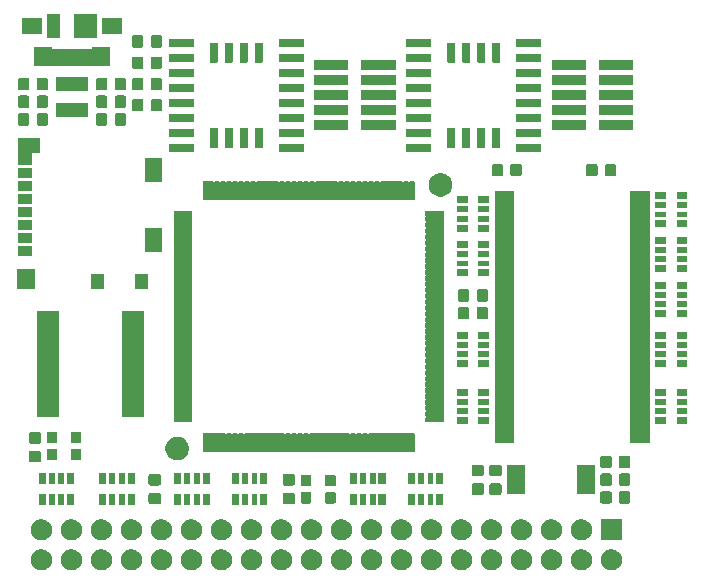
<source format=gbr>
G04 #@! TF.GenerationSoftware,KiCad,Pcbnew,(5.1.6-0-10_14)*
G04 #@! TF.CreationDate,2020-08-15T08:11:16-07:00*
G04 #@! TF.ProjectId,fpga-ice40,66706761-2d69-4636-9534-302e6b696361,r0.1*
G04 #@! TF.SameCoordinates,Original*
G04 #@! TF.FileFunction,Soldermask,Top*
G04 #@! TF.FilePolarity,Negative*
%FSLAX46Y46*%
G04 Gerber Fmt 4.6, Leading zero omitted, Abs format (unit mm)*
G04 Created by KiCad (PCBNEW (5.1.6-0-10_14)) date 2020-08-15 08:11:16*
%MOMM*%
%LPD*%
G01*
G04 APERTURE LIST*
%ADD10C,0.100000*%
G04 APERTURE END LIST*
D10*
G36*
X186932520Y-114724586D02*
G01*
X187096310Y-114792430D01*
X187243717Y-114890924D01*
X187369076Y-115016283D01*
X187467570Y-115163690D01*
X187535414Y-115327480D01*
X187570000Y-115501358D01*
X187570000Y-115678642D01*
X187535414Y-115852520D01*
X187467570Y-116016310D01*
X187369076Y-116163717D01*
X187243717Y-116289076D01*
X187096310Y-116387570D01*
X187096309Y-116387571D01*
X187096308Y-116387571D01*
X186932520Y-116455414D01*
X186758644Y-116490000D01*
X186581356Y-116490000D01*
X186407480Y-116455414D01*
X186243692Y-116387571D01*
X186243691Y-116387571D01*
X186243690Y-116387570D01*
X186096283Y-116289076D01*
X185970924Y-116163717D01*
X185872430Y-116016310D01*
X185804586Y-115852520D01*
X185770000Y-115678642D01*
X185770000Y-115501358D01*
X185804586Y-115327480D01*
X185872430Y-115163690D01*
X185970924Y-115016283D01*
X186096283Y-114890924D01*
X186243690Y-114792430D01*
X186407480Y-114724586D01*
X186581356Y-114690000D01*
X186758644Y-114690000D01*
X186932520Y-114724586D01*
G37*
G36*
X184392520Y-114724586D02*
G01*
X184556310Y-114792430D01*
X184703717Y-114890924D01*
X184829076Y-115016283D01*
X184927570Y-115163690D01*
X184995414Y-115327480D01*
X185030000Y-115501358D01*
X185030000Y-115678642D01*
X184995414Y-115852520D01*
X184927570Y-116016310D01*
X184829076Y-116163717D01*
X184703717Y-116289076D01*
X184556310Y-116387570D01*
X184556309Y-116387571D01*
X184556308Y-116387571D01*
X184392520Y-116455414D01*
X184218644Y-116490000D01*
X184041356Y-116490000D01*
X183867480Y-116455414D01*
X183703692Y-116387571D01*
X183703691Y-116387571D01*
X183703690Y-116387570D01*
X183556283Y-116289076D01*
X183430924Y-116163717D01*
X183332430Y-116016310D01*
X183264586Y-115852520D01*
X183230000Y-115678642D01*
X183230000Y-115501358D01*
X183264586Y-115327480D01*
X183332430Y-115163690D01*
X183430924Y-115016283D01*
X183556283Y-114890924D01*
X183703690Y-114792430D01*
X183867480Y-114724586D01*
X184041356Y-114690000D01*
X184218644Y-114690000D01*
X184392520Y-114724586D01*
G37*
G36*
X181852520Y-114724586D02*
G01*
X182016310Y-114792430D01*
X182163717Y-114890924D01*
X182289076Y-115016283D01*
X182387570Y-115163690D01*
X182455414Y-115327480D01*
X182490000Y-115501358D01*
X182490000Y-115678642D01*
X182455414Y-115852520D01*
X182387570Y-116016310D01*
X182289076Y-116163717D01*
X182163717Y-116289076D01*
X182016310Y-116387570D01*
X182016309Y-116387571D01*
X182016308Y-116387571D01*
X181852520Y-116455414D01*
X181678644Y-116490000D01*
X181501356Y-116490000D01*
X181327480Y-116455414D01*
X181163692Y-116387571D01*
X181163691Y-116387571D01*
X181163690Y-116387570D01*
X181016283Y-116289076D01*
X180890924Y-116163717D01*
X180792430Y-116016310D01*
X180724586Y-115852520D01*
X180690000Y-115678642D01*
X180690000Y-115501358D01*
X180724586Y-115327480D01*
X180792430Y-115163690D01*
X180890924Y-115016283D01*
X181016283Y-114890924D01*
X181163690Y-114792430D01*
X181327480Y-114724586D01*
X181501356Y-114690000D01*
X181678644Y-114690000D01*
X181852520Y-114724586D01*
G37*
G36*
X179312520Y-114724586D02*
G01*
X179476310Y-114792430D01*
X179623717Y-114890924D01*
X179749076Y-115016283D01*
X179847570Y-115163690D01*
X179915414Y-115327480D01*
X179950000Y-115501358D01*
X179950000Y-115678642D01*
X179915414Y-115852520D01*
X179847570Y-116016310D01*
X179749076Y-116163717D01*
X179623717Y-116289076D01*
X179476310Y-116387570D01*
X179476309Y-116387571D01*
X179476308Y-116387571D01*
X179312520Y-116455414D01*
X179138644Y-116490000D01*
X178961356Y-116490000D01*
X178787480Y-116455414D01*
X178623692Y-116387571D01*
X178623691Y-116387571D01*
X178623690Y-116387570D01*
X178476283Y-116289076D01*
X178350924Y-116163717D01*
X178252430Y-116016310D01*
X178184586Y-115852520D01*
X178150000Y-115678642D01*
X178150000Y-115501358D01*
X178184586Y-115327480D01*
X178252430Y-115163690D01*
X178350924Y-115016283D01*
X178476283Y-114890924D01*
X178623690Y-114792430D01*
X178787480Y-114724586D01*
X178961356Y-114690000D01*
X179138644Y-114690000D01*
X179312520Y-114724586D01*
G37*
G36*
X176772520Y-114724586D02*
G01*
X176936310Y-114792430D01*
X177083717Y-114890924D01*
X177209076Y-115016283D01*
X177307570Y-115163690D01*
X177375414Y-115327480D01*
X177410000Y-115501358D01*
X177410000Y-115678642D01*
X177375414Y-115852520D01*
X177307570Y-116016310D01*
X177209076Y-116163717D01*
X177083717Y-116289076D01*
X176936310Y-116387570D01*
X176936309Y-116387571D01*
X176936308Y-116387571D01*
X176772520Y-116455414D01*
X176598644Y-116490000D01*
X176421356Y-116490000D01*
X176247480Y-116455414D01*
X176083692Y-116387571D01*
X176083691Y-116387571D01*
X176083690Y-116387570D01*
X175936283Y-116289076D01*
X175810924Y-116163717D01*
X175712430Y-116016310D01*
X175644586Y-115852520D01*
X175610000Y-115678642D01*
X175610000Y-115501358D01*
X175644586Y-115327480D01*
X175712430Y-115163690D01*
X175810924Y-115016283D01*
X175936283Y-114890924D01*
X176083690Y-114792430D01*
X176247480Y-114724586D01*
X176421356Y-114690000D01*
X176598644Y-114690000D01*
X176772520Y-114724586D01*
G37*
G36*
X174232520Y-114724586D02*
G01*
X174396310Y-114792430D01*
X174543717Y-114890924D01*
X174669076Y-115016283D01*
X174767570Y-115163690D01*
X174835414Y-115327480D01*
X174870000Y-115501358D01*
X174870000Y-115678642D01*
X174835414Y-115852520D01*
X174767570Y-116016310D01*
X174669076Y-116163717D01*
X174543717Y-116289076D01*
X174396310Y-116387570D01*
X174396309Y-116387571D01*
X174396308Y-116387571D01*
X174232520Y-116455414D01*
X174058644Y-116490000D01*
X173881356Y-116490000D01*
X173707480Y-116455414D01*
X173543692Y-116387571D01*
X173543691Y-116387571D01*
X173543690Y-116387570D01*
X173396283Y-116289076D01*
X173270924Y-116163717D01*
X173172430Y-116016310D01*
X173104586Y-115852520D01*
X173070000Y-115678642D01*
X173070000Y-115501358D01*
X173104586Y-115327480D01*
X173172430Y-115163690D01*
X173270924Y-115016283D01*
X173396283Y-114890924D01*
X173543690Y-114792430D01*
X173707480Y-114724586D01*
X173881356Y-114690000D01*
X174058644Y-114690000D01*
X174232520Y-114724586D01*
G37*
G36*
X171692520Y-114724586D02*
G01*
X171856310Y-114792430D01*
X172003717Y-114890924D01*
X172129076Y-115016283D01*
X172227570Y-115163690D01*
X172295414Y-115327480D01*
X172330000Y-115501358D01*
X172330000Y-115678642D01*
X172295414Y-115852520D01*
X172227570Y-116016310D01*
X172129076Y-116163717D01*
X172003717Y-116289076D01*
X171856310Y-116387570D01*
X171856309Y-116387571D01*
X171856308Y-116387571D01*
X171692520Y-116455414D01*
X171518644Y-116490000D01*
X171341356Y-116490000D01*
X171167480Y-116455414D01*
X171003692Y-116387571D01*
X171003691Y-116387571D01*
X171003690Y-116387570D01*
X170856283Y-116289076D01*
X170730924Y-116163717D01*
X170632430Y-116016310D01*
X170564586Y-115852520D01*
X170530000Y-115678642D01*
X170530000Y-115501358D01*
X170564586Y-115327480D01*
X170632430Y-115163690D01*
X170730924Y-115016283D01*
X170856283Y-114890924D01*
X171003690Y-114792430D01*
X171167480Y-114724586D01*
X171341356Y-114690000D01*
X171518644Y-114690000D01*
X171692520Y-114724586D01*
G37*
G36*
X169152520Y-114724586D02*
G01*
X169316310Y-114792430D01*
X169463717Y-114890924D01*
X169589076Y-115016283D01*
X169687570Y-115163690D01*
X169755414Y-115327480D01*
X169790000Y-115501358D01*
X169790000Y-115678642D01*
X169755414Y-115852520D01*
X169687570Y-116016310D01*
X169589076Y-116163717D01*
X169463717Y-116289076D01*
X169316310Y-116387570D01*
X169316309Y-116387571D01*
X169316308Y-116387571D01*
X169152520Y-116455414D01*
X168978644Y-116490000D01*
X168801356Y-116490000D01*
X168627480Y-116455414D01*
X168463692Y-116387571D01*
X168463691Y-116387571D01*
X168463690Y-116387570D01*
X168316283Y-116289076D01*
X168190924Y-116163717D01*
X168092430Y-116016310D01*
X168024586Y-115852520D01*
X167990000Y-115678642D01*
X167990000Y-115501358D01*
X168024586Y-115327480D01*
X168092430Y-115163690D01*
X168190924Y-115016283D01*
X168316283Y-114890924D01*
X168463690Y-114792430D01*
X168627480Y-114724586D01*
X168801356Y-114690000D01*
X168978644Y-114690000D01*
X169152520Y-114724586D01*
G37*
G36*
X166612520Y-114724586D02*
G01*
X166776310Y-114792430D01*
X166923717Y-114890924D01*
X167049076Y-115016283D01*
X167147570Y-115163690D01*
X167215414Y-115327480D01*
X167250000Y-115501358D01*
X167250000Y-115678642D01*
X167215414Y-115852520D01*
X167147570Y-116016310D01*
X167049076Y-116163717D01*
X166923717Y-116289076D01*
X166776310Y-116387570D01*
X166776309Y-116387571D01*
X166776308Y-116387571D01*
X166612520Y-116455414D01*
X166438644Y-116490000D01*
X166261356Y-116490000D01*
X166087480Y-116455414D01*
X165923692Y-116387571D01*
X165923691Y-116387571D01*
X165923690Y-116387570D01*
X165776283Y-116289076D01*
X165650924Y-116163717D01*
X165552430Y-116016310D01*
X165484586Y-115852520D01*
X165450000Y-115678642D01*
X165450000Y-115501358D01*
X165484586Y-115327480D01*
X165552430Y-115163690D01*
X165650924Y-115016283D01*
X165776283Y-114890924D01*
X165923690Y-114792430D01*
X166087480Y-114724586D01*
X166261356Y-114690000D01*
X166438644Y-114690000D01*
X166612520Y-114724586D01*
G37*
G36*
X164072520Y-114724586D02*
G01*
X164236310Y-114792430D01*
X164383717Y-114890924D01*
X164509076Y-115016283D01*
X164607570Y-115163690D01*
X164675414Y-115327480D01*
X164710000Y-115501358D01*
X164710000Y-115678642D01*
X164675414Y-115852520D01*
X164607570Y-116016310D01*
X164509076Y-116163717D01*
X164383717Y-116289076D01*
X164236310Y-116387570D01*
X164236309Y-116387571D01*
X164236308Y-116387571D01*
X164072520Y-116455414D01*
X163898644Y-116490000D01*
X163721356Y-116490000D01*
X163547480Y-116455414D01*
X163383692Y-116387571D01*
X163383691Y-116387571D01*
X163383690Y-116387570D01*
X163236283Y-116289076D01*
X163110924Y-116163717D01*
X163012430Y-116016310D01*
X162944586Y-115852520D01*
X162910000Y-115678642D01*
X162910000Y-115501358D01*
X162944586Y-115327480D01*
X163012430Y-115163690D01*
X163110924Y-115016283D01*
X163236283Y-114890924D01*
X163383690Y-114792430D01*
X163547480Y-114724586D01*
X163721356Y-114690000D01*
X163898644Y-114690000D01*
X164072520Y-114724586D01*
G37*
G36*
X161532520Y-114724586D02*
G01*
X161696310Y-114792430D01*
X161843717Y-114890924D01*
X161969076Y-115016283D01*
X162067570Y-115163690D01*
X162135414Y-115327480D01*
X162170000Y-115501358D01*
X162170000Y-115678642D01*
X162135414Y-115852520D01*
X162067570Y-116016310D01*
X161969076Y-116163717D01*
X161843717Y-116289076D01*
X161696310Y-116387570D01*
X161696309Y-116387571D01*
X161696308Y-116387571D01*
X161532520Y-116455414D01*
X161358644Y-116490000D01*
X161181356Y-116490000D01*
X161007480Y-116455414D01*
X160843692Y-116387571D01*
X160843691Y-116387571D01*
X160843690Y-116387570D01*
X160696283Y-116289076D01*
X160570924Y-116163717D01*
X160472430Y-116016310D01*
X160404586Y-115852520D01*
X160370000Y-115678642D01*
X160370000Y-115501358D01*
X160404586Y-115327480D01*
X160472430Y-115163690D01*
X160570924Y-115016283D01*
X160696283Y-114890924D01*
X160843690Y-114792430D01*
X161007480Y-114724586D01*
X161181356Y-114690000D01*
X161358644Y-114690000D01*
X161532520Y-114724586D01*
G37*
G36*
X158992520Y-114724586D02*
G01*
X159156310Y-114792430D01*
X159303717Y-114890924D01*
X159429076Y-115016283D01*
X159527570Y-115163690D01*
X159595414Y-115327480D01*
X159630000Y-115501358D01*
X159630000Y-115678642D01*
X159595414Y-115852520D01*
X159527570Y-116016310D01*
X159429076Y-116163717D01*
X159303717Y-116289076D01*
X159156310Y-116387570D01*
X159156309Y-116387571D01*
X159156308Y-116387571D01*
X158992520Y-116455414D01*
X158818644Y-116490000D01*
X158641356Y-116490000D01*
X158467480Y-116455414D01*
X158303692Y-116387571D01*
X158303691Y-116387571D01*
X158303690Y-116387570D01*
X158156283Y-116289076D01*
X158030924Y-116163717D01*
X157932430Y-116016310D01*
X157864586Y-115852520D01*
X157830000Y-115678642D01*
X157830000Y-115501358D01*
X157864586Y-115327480D01*
X157932430Y-115163690D01*
X158030924Y-115016283D01*
X158156283Y-114890924D01*
X158303690Y-114792430D01*
X158467480Y-114724586D01*
X158641356Y-114690000D01*
X158818644Y-114690000D01*
X158992520Y-114724586D01*
G37*
G36*
X156452520Y-114724586D02*
G01*
X156616310Y-114792430D01*
X156763717Y-114890924D01*
X156889076Y-115016283D01*
X156987570Y-115163690D01*
X157055414Y-115327480D01*
X157090000Y-115501358D01*
X157090000Y-115678642D01*
X157055414Y-115852520D01*
X156987570Y-116016310D01*
X156889076Y-116163717D01*
X156763717Y-116289076D01*
X156616310Y-116387570D01*
X156616309Y-116387571D01*
X156616308Y-116387571D01*
X156452520Y-116455414D01*
X156278644Y-116490000D01*
X156101356Y-116490000D01*
X155927480Y-116455414D01*
X155763692Y-116387571D01*
X155763691Y-116387571D01*
X155763690Y-116387570D01*
X155616283Y-116289076D01*
X155490924Y-116163717D01*
X155392430Y-116016310D01*
X155324586Y-115852520D01*
X155290000Y-115678642D01*
X155290000Y-115501358D01*
X155324586Y-115327480D01*
X155392430Y-115163690D01*
X155490924Y-115016283D01*
X155616283Y-114890924D01*
X155763690Y-114792430D01*
X155927480Y-114724586D01*
X156101356Y-114690000D01*
X156278644Y-114690000D01*
X156452520Y-114724586D01*
G37*
G36*
X153912520Y-114724586D02*
G01*
X154076310Y-114792430D01*
X154223717Y-114890924D01*
X154349076Y-115016283D01*
X154447570Y-115163690D01*
X154515414Y-115327480D01*
X154550000Y-115501358D01*
X154550000Y-115678642D01*
X154515414Y-115852520D01*
X154447570Y-116016310D01*
X154349076Y-116163717D01*
X154223717Y-116289076D01*
X154076310Y-116387570D01*
X154076309Y-116387571D01*
X154076308Y-116387571D01*
X153912520Y-116455414D01*
X153738644Y-116490000D01*
X153561356Y-116490000D01*
X153387480Y-116455414D01*
X153223692Y-116387571D01*
X153223691Y-116387571D01*
X153223690Y-116387570D01*
X153076283Y-116289076D01*
X152950924Y-116163717D01*
X152852430Y-116016310D01*
X152784586Y-115852520D01*
X152750000Y-115678642D01*
X152750000Y-115501358D01*
X152784586Y-115327480D01*
X152852430Y-115163690D01*
X152950924Y-115016283D01*
X153076283Y-114890924D01*
X153223690Y-114792430D01*
X153387480Y-114724586D01*
X153561356Y-114690000D01*
X153738644Y-114690000D01*
X153912520Y-114724586D01*
G37*
G36*
X151372520Y-114724586D02*
G01*
X151536310Y-114792430D01*
X151683717Y-114890924D01*
X151809076Y-115016283D01*
X151907570Y-115163690D01*
X151975414Y-115327480D01*
X152010000Y-115501358D01*
X152010000Y-115678642D01*
X151975414Y-115852520D01*
X151907570Y-116016310D01*
X151809076Y-116163717D01*
X151683717Y-116289076D01*
X151536310Y-116387570D01*
X151536309Y-116387571D01*
X151536308Y-116387571D01*
X151372520Y-116455414D01*
X151198644Y-116490000D01*
X151021356Y-116490000D01*
X150847480Y-116455414D01*
X150683692Y-116387571D01*
X150683691Y-116387571D01*
X150683690Y-116387570D01*
X150536283Y-116289076D01*
X150410924Y-116163717D01*
X150312430Y-116016310D01*
X150244586Y-115852520D01*
X150210000Y-115678642D01*
X150210000Y-115501358D01*
X150244586Y-115327480D01*
X150312430Y-115163690D01*
X150410924Y-115016283D01*
X150536283Y-114890924D01*
X150683690Y-114792430D01*
X150847480Y-114724586D01*
X151021356Y-114690000D01*
X151198644Y-114690000D01*
X151372520Y-114724586D01*
G37*
G36*
X148832520Y-114724586D02*
G01*
X148996310Y-114792430D01*
X149143717Y-114890924D01*
X149269076Y-115016283D01*
X149367570Y-115163690D01*
X149435414Y-115327480D01*
X149470000Y-115501358D01*
X149470000Y-115678642D01*
X149435414Y-115852520D01*
X149367570Y-116016310D01*
X149269076Y-116163717D01*
X149143717Y-116289076D01*
X148996310Y-116387570D01*
X148996309Y-116387571D01*
X148996308Y-116387571D01*
X148832520Y-116455414D01*
X148658644Y-116490000D01*
X148481356Y-116490000D01*
X148307480Y-116455414D01*
X148143692Y-116387571D01*
X148143691Y-116387571D01*
X148143690Y-116387570D01*
X147996283Y-116289076D01*
X147870924Y-116163717D01*
X147772430Y-116016310D01*
X147704586Y-115852520D01*
X147670000Y-115678642D01*
X147670000Y-115501358D01*
X147704586Y-115327480D01*
X147772430Y-115163690D01*
X147870924Y-115016283D01*
X147996283Y-114890924D01*
X148143690Y-114792430D01*
X148307480Y-114724586D01*
X148481356Y-114690000D01*
X148658644Y-114690000D01*
X148832520Y-114724586D01*
G37*
G36*
X146292520Y-114724586D02*
G01*
X146456310Y-114792430D01*
X146603717Y-114890924D01*
X146729076Y-115016283D01*
X146827570Y-115163690D01*
X146895414Y-115327480D01*
X146930000Y-115501358D01*
X146930000Y-115678642D01*
X146895414Y-115852520D01*
X146827570Y-116016310D01*
X146729076Y-116163717D01*
X146603717Y-116289076D01*
X146456310Y-116387570D01*
X146456309Y-116387571D01*
X146456308Y-116387571D01*
X146292520Y-116455414D01*
X146118644Y-116490000D01*
X145941356Y-116490000D01*
X145767480Y-116455414D01*
X145603692Y-116387571D01*
X145603691Y-116387571D01*
X145603690Y-116387570D01*
X145456283Y-116289076D01*
X145330924Y-116163717D01*
X145232430Y-116016310D01*
X145164586Y-115852520D01*
X145130000Y-115678642D01*
X145130000Y-115501358D01*
X145164586Y-115327480D01*
X145232430Y-115163690D01*
X145330924Y-115016283D01*
X145456283Y-114890924D01*
X145603690Y-114792430D01*
X145767480Y-114724586D01*
X145941356Y-114690000D01*
X146118644Y-114690000D01*
X146292520Y-114724586D01*
G37*
G36*
X143752520Y-114724586D02*
G01*
X143916310Y-114792430D01*
X144063717Y-114890924D01*
X144189076Y-115016283D01*
X144287570Y-115163690D01*
X144355414Y-115327480D01*
X144390000Y-115501358D01*
X144390000Y-115678642D01*
X144355414Y-115852520D01*
X144287570Y-116016310D01*
X144189076Y-116163717D01*
X144063717Y-116289076D01*
X143916310Y-116387570D01*
X143916309Y-116387571D01*
X143916308Y-116387571D01*
X143752520Y-116455414D01*
X143578644Y-116490000D01*
X143401356Y-116490000D01*
X143227480Y-116455414D01*
X143063692Y-116387571D01*
X143063691Y-116387571D01*
X143063690Y-116387570D01*
X142916283Y-116289076D01*
X142790924Y-116163717D01*
X142692430Y-116016310D01*
X142624586Y-115852520D01*
X142590000Y-115678642D01*
X142590000Y-115501358D01*
X142624586Y-115327480D01*
X142692430Y-115163690D01*
X142790924Y-115016283D01*
X142916283Y-114890924D01*
X143063690Y-114792430D01*
X143227480Y-114724586D01*
X143401356Y-114690000D01*
X143578644Y-114690000D01*
X143752520Y-114724586D01*
G37*
G36*
X141212520Y-114724586D02*
G01*
X141376310Y-114792430D01*
X141523717Y-114890924D01*
X141649076Y-115016283D01*
X141747570Y-115163690D01*
X141815414Y-115327480D01*
X141850000Y-115501358D01*
X141850000Y-115678642D01*
X141815414Y-115852520D01*
X141747570Y-116016310D01*
X141649076Y-116163717D01*
X141523717Y-116289076D01*
X141376310Y-116387570D01*
X141376309Y-116387571D01*
X141376308Y-116387571D01*
X141212520Y-116455414D01*
X141038644Y-116490000D01*
X140861356Y-116490000D01*
X140687480Y-116455414D01*
X140523692Y-116387571D01*
X140523691Y-116387571D01*
X140523690Y-116387570D01*
X140376283Y-116289076D01*
X140250924Y-116163717D01*
X140152430Y-116016310D01*
X140084586Y-115852520D01*
X140050000Y-115678642D01*
X140050000Y-115501358D01*
X140084586Y-115327480D01*
X140152430Y-115163690D01*
X140250924Y-115016283D01*
X140376283Y-114890924D01*
X140523690Y-114792430D01*
X140687480Y-114724586D01*
X140861356Y-114690000D01*
X141038644Y-114690000D01*
X141212520Y-114724586D01*
G37*
G36*
X138672520Y-114724586D02*
G01*
X138836310Y-114792430D01*
X138983717Y-114890924D01*
X139109076Y-115016283D01*
X139207570Y-115163690D01*
X139275414Y-115327480D01*
X139310000Y-115501358D01*
X139310000Y-115678642D01*
X139275414Y-115852520D01*
X139207570Y-116016310D01*
X139109076Y-116163717D01*
X138983717Y-116289076D01*
X138836310Y-116387570D01*
X138836309Y-116387571D01*
X138836308Y-116387571D01*
X138672520Y-116455414D01*
X138498644Y-116490000D01*
X138321356Y-116490000D01*
X138147480Y-116455414D01*
X137983692Y-116387571D01*
X137983691Y-116387571D01*
X137983690Y-116387570D01*
X137836283Y-116289076D01*
X137710924Y-116163717D01*
X137612430Y-116016310D01*
X137544586Y-115852520D01*
X137510000Y-115678642D01*
X137510000Y-115501358D01*
X137544586Y-115327480D01*
X137612430Y-115163690D01*
X137710924Y-115016283D01*
X137836283Y-114890924D01*
X137983690Y-114792430D01*
X138147480Y-114724586D01*
X138321356Y-114690000D01*
X138498644Y-114690000D01*
X138672520Y-114724586D01*
G37*
G36*
X138672520Y-112184586D02*
G01*
X138836310Y-112252430D01*
X138983717Y-112350924D01*
X139109076Y-112476283D01*
X139207570Y-112623690D01*
X139275414Y-112787480D01*
X139310000Y-112961358D01*
X139310000Y-113138642D01*
X139275414Y-113312520D01*
X139207570Y-113476310D01*
X139109076Y-113623717D01*
X138983717Y-113749076D01*
X138836310Y-113847570D01*
X138836309Y-113847571D01*
X138836308Y-113847571D01*
X138672520Y-113915414D01*
X138498644Y-113950000D01*
X138321356Y-113950000D01*
X138147480Y-113915414D01*
X137983692Y-113847571D01*
X137983691Y-113847571D01*
X137983690Y-113847570D01*
X137836283Y-113749076D01*
X137710924Y-113623717D01*
X137612430Y-113476310D01*
X137544586Y-113312520D01*
X137510000Y-113138642D01*
X137510000Y-112961358D01*
X137544586Y-112787480D01*
X137612430Y-112623690D01*
X137710924Y-112476283D01*
X137836283Y-112350924D01*
X137983690Y-112252430D01*
X138147480Y-112184586D01*
X138321356Y-112150000D01*
X138498644Y-112150000D01*
X138672520Y-112184586D01*
G37*
G36*
X141212520Y-112184586D02*
G01*
X141376310Y-112252430D01*
X141523717Y-112350924D01*
X141649076Y-112476283D01*
X141747570Y-112623690D01*
X141815414Y-112787480D01*
X141850000Y-112961358D01*
X141850000Y-113138642D01*
X141815414Y-113312520D01*
X141747570Y-113476310D01*
X141649076Y-113623717D01*
X141523717Y-113749076D01*
X141376310Y-113847570D01*
X141376309Y-113847571D01*
X141376308Y-113847571D01*
X141212520Y-113915414D01*
X141038644Y-113950000D01*
X140861356Y-113950000D01*
X140687480Y-113915414D01*
X140523692Y-113847571D01*
X140523691Y-113847571D01*
X140523690Y-113847570D01*
X140376283Y-113749076D01*
X140250924Y-113623717D01*
X140152430Y-113476310D01*
X140084586Y-113312520D01*
X140050000Y-113138642D01*
X140050000Y-112961358D01*
X140084586Y-112787480D01*
X140152430Y-112623690D01*
X140250924Y-112476283D01*
X140376283Y-112350924D01*
X140523690Y-112252430D01*
X140687480Y-112184586D01*
X140861356Y-112150000D01*
X141038644Y-112150000D01*
X141212520Y-112184586D01*
G37*
G36*
X184392520Y-112184586D02*
G01*
X184556310Y-112252430D01*
X184703717Y-112350924D01*
X184829076Y-112476283D01*
X184927570Y-112623690D01*
X184995414Y-112787480D01*
X185030000Y-112961358D01*
X185030000Y-113138642D01*
X184995414Y-113312520D01*
X184927570Y-113476310D01*
X184829076Y-113623717D01*
X184703717Y-113749076D01*
X184556310Y-113847570D01*
X184556309Y-113847571D01*
X184556308Y-113847571D01*
X184392520Y-113915414D01*
X184218644Y-113950000D01*
X184041356Y-113950000D01*
X183867480Y-113915414D01*
X183703692Y-113847571D01*
X183703691Y-113847571D01*
X183703690Y-113847570D01*
X183556283Y-113749076D01*
X183430924Y-113623717D01*
X183332430Y-113476310D01*
X183264586Y-113312520D01*
X183230000Y-113138642D01*
X183230000Y-112961358D01*
X183264586Y-112787480D01*
X183332430Y-112623690D01*
X183430924Y-112476283D01*
X183556283Y-112350924D01*
X183703690Y-112252430D01*
X183867480Y-112184586D01*
X184041356Y-112150000D01*
X184218644Y-112150000D01*
X184392520Y-112184586D01*
G37*
G36*
X143752520Y-112184586D02*
G01*
X143916310Y-112252430D01*
X144063717Y-112350924D01*
X144189076Y-112476283D01*
X144287570Y-112623690D01*
X144355414Y-112787480D01*
X144390000Y-112961358D01*
X144390000Y-113138642D01*
X144355414Y-113312520D01*
X144287570Y-113476310D01*
X144189076Y-113623717D01*
X144063717Y-113749076D01*
X143916310Y-113847570D01*
X143916309Y-113847571D01*
X143916308Y-113847571D01*
X143752520Y-113915414D01*
X143578644Y-113950000D01*
X143401356Y-113950000D01*
X143227480Y-113915414D01*
X143063692Y-113847571D01*
X143063691Y-113847571D01*
X143063690Y-113847570D01*
X142916283Y-113749076D01*
X142790924Y-113623717D01*
X142692430Y-113476310D01*
X142624586Y-113312520D01*
X142590000Y-113138642D01*
X142590000Y-112961358D01*
X142624586Y-112787480D01*
X142692430Y-112623690D01*
X142790924Y-112476283D01*
X142916283Y-112350924D01*
X143063690Y-112252430D01*
X143227480Y-112184586D01*
X143401356Y-112150000D01*
X143578644Y-112150000D01*
X143752520Y-112184586D01*
G37*
G36*
X181852520Y-112184586D02*
G01*
X182016310Y-112252430D01*
X182163717Y-112350924D01*
X182289076Y-112476283D01*
X182387570Y-112623690D01*
X182455414Y-112787480D01*
X182490000Y-112961358D01*
X182490000Y-113138642D01*
X182455414Y-113312520D01*
X182387570Y-113476310D01*
X182289076Y-113623717D01*
X182163717Y-113749076D01*
X182016310Y-113847570D01*
X182016309Y-113847571D01*
X182016308Y-113847571D01*
X181852520Y-113915414D01*
X181678644Y-113950000D01*
X181501356Y-113950000D01*
X181327480Y-113915414D01*
X181163692Y-113847571D01*
X181163691Y-113847571D01*
X181163690Y-113847570D01*
X181016283Y-113749076D01*
X180890924Y-113623717D01*
X180792430Y-113476310D01*
X180724586Y-113312520D01*
X180690000Y-113138642D01*
X180690000Y-112961358D01*
X180724586Y-112787480D01*
X180792430Y-112623690D01*
X180890924Y-112476283D01*
X181016283Y-112350924D01*
X181163690Y-112252430D01*
X181327480Y-112184586D01*
X181501356Y-112150000D01*
X181678644Y-112150000D01*
X181852520Y-112184586D01*
G37*
G36*
X146292520Y-112184586D02*
G01*
X146456310Y-112252430D01*
X146603717Y-112350924D01*
X146729076Y-112476283D01*
X146827570Y-112623690D01*
X146895414Y-112787480D01*
X146930000Y-112961358D01*
X146930000Y-113138642D01*
X146895414Y-113312520D01*
X146827570Y-113476310D01*
X146729076Y-113623717D01*
X146603717Y-113749076D01*
X146456310Y-113847570D01*
X146456309Y-113847571D01*
X146456308Y-113847571D01*
X146292520Y-113915414D01*
X146118644Y-113950000D01*
X145941356Y-113950000D01*
X145767480Y-113915414D01*
X145603692Y-113847571D01*
X145603691Y-113847571D01*
X145603690Y-113847570D01*
X145456283Y-113749076D01*
X145330924Y-113623717D01*
X145232430Y-113476310D01*
X145164586Y-113312520D01*
X145130000Y-113138642D01*
X145130000Y-112961358D01*
X145164586Y-112787480D01*
X145232430Y-112623690D01*
X145330924Y-112476283D01*
X145456283Y-112350924D01*
X145603690Y-112252430D01*
X145767480Y-112184586D01*
X145941356Y-112150000D01*
X146118644Y-112150000D01*
X146292520Y-112184586D01*
G37*
G36*
X179312520Y-112184586D02*
G01*
X179476310Y-112252430D01*
X179623717Y-112350924D01*
X179749076Y-112476283D01*
X179847570Y-112623690D01*
X179915414Y-112787480D01*
X179950000Y-112961358D01*
X179950000Y-113138642D01*
X179915414Y-113312520D01*
X179847570Y-113476310D01*
X179749076Y-113623717D01*
X179623717Y-113749076D01*
X179476310Y-113847570D01*
X179476309Y-113847571D01*
X179476308Y-113847571D01*
X179312520Y-113915414D01*
X179138644Y-113950000D01*
X178961356Y-113950000D01*
X178787480Y-113915414D01*
X178623692Y-113847571D01*
X178623691Y-113847571D01*
X178623690Y-113847570D01*
X178476283Y-113749076D01*
X178350924Y-113623717D01*
X178252430Y-113476310D01*
X178184586Y-113312520D01*
X178150000Y-113138642D01*
X178150000Y-112961358D01*
X178184586Y-112787480D01*
X178252430Y-112623690D01*
X178350924Y-112476283D01*
X178476283Y-112350924D01*
X178623690Y-112252430D01*
X178787480Y-112184586D01*
X178961356Y-112150000D01*
X179138644Y-112150000D01*
X179312520Y-112184586D01*
G37*
G36*
X148832520Y-112184586D02*
G01*
X148996310Y-112252430D01*
X149143717Y-112350924D01*
X149269076Y-112476283D01*
X149367570Y-112623690D01*
X149435414Y-112787480D01*
X149470000Y-112961358D01*
X149470000Y-113138642D01*
X149435414Y-113312520D01*
X149367570Y-113476310D01*
X149269076Y-113623717D01*
X149143717Y-113749076D01*
X148996310Y-113847570D01*
X148996309Y-113847571D01*
X148996308Y-113847571D01*
X148832520Y-113915414D01*
X148658644Y-113950000D01*
X148481356Y-113950000D01*
X148307480Y-113915414D01*
X148143692Y-113847571D01*
X148143691Y-113847571D01*
X148143690Y-113847570D01*
X147996283Y-113749076D01*
X147870924Y-113623717D01*
X147772430Y-113476310D01*
X147704586Y-113312520D01*
X147670000Y-113138642D01*
X147670000Y-112961358D01*
X147704586Y-112787480D01*
X147772430Y-112623690D01*
X147870924Y-112476283D01*
X147996283Y-112350924D01*
X148143690Y-112252430D01*
X148307480Y-112184586D01*
X148481356Y-112150000D01*
X148658644Y-112150000D01*
X148832520Y-112184586D01*
G37*
G36*
X176772520Y-112184586D02*
G01*
X176936310Y-112252430D01*
X177083717Y-112350924D01*
X177209076Y-112476283D01*
X177307570Y-112623690D01*
X177375414Y-112787480D01*
X177410000Y-112961358D01*
X177410000Y-113138642D01*
X177375414Y-113312520D01*
X177307570Y-113476310D01*
X177209076Y-113623717D01*
X177083717Y-113749076D01*
X176936310Y-113847570D01*
X176936309Y-113847571D01*
X176936308Y-113847571D01*
X176772520Y-113915414D01*
X176598644Y-113950000D01*
X176421356Y-113950000D01*
X176247480Y-113915414D01*
X176083692Y-113847571D01*
X176083691Y-113847571D01*
X176083690Y-113847570D01*
X175936283Y-113749076D01*
X175810924Y-113623717D01*
X175712430Y-113476310D01*
X175644586Y-113312520D01*
X175610000Y-113138642D01*
X175610000Y-112961358D01*
X175644586Y-112787480D01*
X175712430Y-112623690D01*
X175810924Y-112476283D01*
X175936283Y-112350924D01*
X176083690Y-112252430D01*
X176247480Y-112184586D01*
X176421356Y-112150000D01*
X176598644Y-112150000D01*
X176772520Y-112184586D01*
G37*
G36*
X151372520Y-112184586D02*
G01*
X151536310Y-112252430D01*
X151683717Y-112350924D01*
X151809076Y-112476283D01*
X151907570Y-112623690D01*
X151975414Y-112787480D01*
X152010000Y-112961358D01*
X152010000Y-113138642D01*
X151975414Y-113312520D01*
X151907570Y-113476310D01*
X151809076Y-113623717D01*
X151683717Y-113749076D01*
X151536310Y-113847570D01*
X151536309Y-113847571D01*
X151536308Y-113847571D01*
X151372520Y-113915414D01*
X151198644Y-113950000D01*
X151021356Y-113950000D01*
X150847480Y-113915414D01*
X150683692Y-113847571D01*
X150683691Y-113847571D01*
X150683690Y-113847570D01*
X150536283Y-113749076D01*
X150410924Y-113623717D01*
X150312430Y-113476310D01*
X150244586Y-113312520D01*
X150210000Y-113138642D01*
X150210000Y-112961358D01*
X150244586Y-112787480D01*
X150312430Y-112623690D01*
X150410924Y-112476283D01*
X150536283Y-112350924D01*
X150683690Y-112252430D01*
X150847480Y-112184586D01*
X151021356Y-112150000D01*
X151198644Y-112150000D01*
X151372520Y-112184586D01*
G37*
G36*
X174232520Y-112184586D02*
G01*
X174396310Y-112252430D01*
X174543717Y-112350924D01*
X174669076Y-112476283D01*
X174767570Y-112623690D01*
X174835414Y-112787480D01*
X174870000Y-112961358D01*
X174870000Y-113138642D01*
X174835414Y-113312520D01*
X174767570Y-113476310D01*
X174669076Y-113623717D01*
X174543717Y-113749076D01*
X174396310Y-113847570D01*
X174396309Y-113847571D01*
X174396308Y-113847571D01*
X174232520Y-113915414D01*
X174058644Y-113950000D01*
X173881356Y-113950000D01*
X173707480Y-113915414D01*
X173543692Y-113847571D01*
X173543691Y-113847571D01*
X173543690Y-113847570D01*
X173396283Y-113749076D01*
X173270924Y-113623717D01*
X173172430Y-113476310D01*
X173104586Y-113312520D01*
X173070000Y-113138642D01*
X173070000Y-112961358D01*
X173104586Y-112787480D01*
X173172430Y-112623690D01*
X173270924Y-112476283D01*
X173396283Y-112350924D01*
X173543690Y-112252430D01*
X173707480Y-112184586D01*
X173881356Y-112150000D01*
X174058644Y-112150000D01*
X174232520Y-112184586D01*
G37*
G36*
X153912520Y-112184586D02*
G01*
X154076310Y-112252430D01*
X154223717Y-112350924D01*
X154349076Y-112476283D01*
X154447570Y-112623690D01*
X154515414Y-112787480D01*
X154550000Y-112961358D01*
X154550000Y-113138642D01*
X154515414Y-113312520D01*
X154447570Y-113476310D01*
X154349076Y-113623717D01*
X154223717Y-113749076D01*
X154076310Y-113847570D01*
X154076309Y-113847571D01*
X154076308Y-113847571D01*
X153912520Y-113915414D01*
X153738644Y-113950000D01*
X153561356Y-113950000D01*
X153387480Y-113915414D01*
X153223692Y-113847571D01*
X153223691Y-113847571D01*
X153223690Y-113847570D01*
X153076283Y-113749076D01*
X152950924Y-113623717D01*
X152852430Y-113476310D01*
X152784586Y-113312520D01*
X152750000Y-113138642D01*
X152750000Y-112961358D01*
X152784586Y-112787480D01*
X152852430Y-112623690D01*
X152950924Y-112476283D01*
X153076283Y-112350924D01*
X153223690Y-112252430D01*
X153387480Y-112184586D01*
X153561356Y-112150000D01*
X153738644Y-112150000D01*
X153912520Y-112184586D01*
G37*
G36*
X171692520Y-112184586D02*
G01*
X171856310Y-112252430D01*
X172003717Y-112350924D01*
X172129076Y-112476283D01*
X172227570Y-112623690D01*
X172295414Y-112787480D01*
X172330000Y-112961358D01*
X172330000Y-113138642D01*
X172295414Y-113312520D01*
X172227570Y-113476310D01*
X172129076Y-113623717D01*
X172003717Y-113749076D01*
X171856310Y-113847570D01*
X171856309Y-113847571D01*
X171856308Y-113847571D01*
X171692520Y-113915414D01*
X171518644Y-113950000D01*
X171341356Y-113950000D01*
X171167480Y-113915414D01*
X171003692Y-113847571D01*
X171003691Y-113847571D01*
X171003690Y-113847570D01*
X170856283Y-113749076D01*
X170730924Y-113623717D01*
X170632430Y-113476310D01*
X170564586Y-113312520D01*
X170530000Y-113138642D01*
X170530000Y-112961358D01*
X170564586Y-112787480D01*
X170632430Y-112623690D01*
X170730924Y-112476283D01*
X170856283Y-112350924D01*
X171003690Y-112252430D01*
X171167480Y-112184586D01*
X171341356Y-112150000D01*
X171518644Y-112150000D01*
X171692520Y-112184586D01*
G37*
G36*
X156452520Y-112184586D02*
G01*
X156616310Y-112252430D01*
X156763717Y-112350924D01*
X156889076Y-112476283D01*
X156987570Y-112623690D01*
X157055414Y-112787480D01*
X157090000Y-112961358D01*
X157090000Y-113138642D01*
X157055414Y-113312520D01*
X156987570Y-113476310D01*
X156889076Y-113623717D01*
X156763717Y-113749076D01*
X156616310Y-113847570D01*
X156616309Y-113847571D01*
X156616308Y-113847571D01*
X156452520Y-113915414D01*
X156278644Y-113950000D01*
X156101356Y-113950000D01*
X155927480Y-113915414D01*
X155763692Y-113847571D01*
X155763691Y-113847571D01*
X155763690Y-113847570D01*
X155616283Y-113749076D01*
X155490924Y-113623717D01*
X155392430Y-113476310D01*
X155324586Y-113312520D01*
X155290000Y-113138642D01*
X155290000Y-112961358D01*
X155324586Y-112787480D01*
X155392430Y-112623690D01*
X155490924Y-112476283D01*
X155616283Y-112350924D01*
X155763690Y-112252430D01*
X155927480Y-112184586D01*
X156101356Y-112150000D01*
X156278644Y-112150000D01*
X156452520Y-112184586D01*
G37*
G36*
X169152520Y-112184586D02*
G01*
X169316310Y-112252430D01*
X169463717Y-112350924D01*
X169589076Y-112476283D01*
X169687570Y-112623690D01*
X169755414Y-112787480D01*
X169790000Y-112961358D01*
X169790000Y-113138642D01*
X169755414Y-113312520D01*
X169687570Y-113476310D01*
X169589076Y-113623717D01*
X169463717Y-113749076D01*
X169316310Y-113847570D01*
X169316309Y-113847571D01*
X169316308Y-113847571D01*
X169152520Y-113915414D01*
X168978644Y-113950000D01*
X168801356Y-113950000D01*
X168627480Y-113915414D01*
X168463692Y-113847571D01*
X168463691Y-113847571D01*
X168463690Y-113847570D01*
X168316283Y-113749076D01*
X168190924Y-113623717D01*
X168092430Y-113476310D01*
X168024586Y-113312520D01*
X167990000Y-113138642D01*
X167990000Y-112961358D01*
X168024586Y-112787480D01*
X168092430Y-112623690D01*
X168190924Y-112476283D01*
X168316283Y-112350924D01*
X168463690Y-112252430D01*
X168627480Y-112184586D01*
X168801356Y-112150000D01*
X168978644Y-112150000D01*
X169152520Y-112184586D01*
G37*
G36*
X158992520Y-112184586D02*
G01*
X159156310Y-112252430D01*
X159303717Y-112350924D01*
X159429076Y-112476283D01*
X159527570Y-112623690D01*
X159595414Y-112787480D01*
X159630000Y-112961358D01*
X159630000Y-113138642D01*
X159595414Y-113312520D01*
X159527570Y-113476310D01*
X159429076Y-113623717D01*
X159303717Y-113749076D01*
X159156310Y-113847570D01*
X159156309Y-113847571D01*
X159156308Y-113847571D01*
X158992520Y-113915414D01*
X158818644Y-113950000D01*
X158641356Y-113950000D01*
X158467480Y-113915414D01*
X158303692Y-113847571D01*
X158303691Y-113847571D01*
X158303690Y-113847570D01*
X158156283Y-113749076D01*
X158030924Y-113623717D01*
X157932430Y-113476310D01*
X157864586Y-113312520D01*
X157830000Y-113138642D01*
X157830000Y-112961358D01*
X157864586Y-112787480D01*
X157932430Y-112623690D01*
X158030924Y-112476283D01*
X158156283Y-112350924D01*
X158303690Y-112252430D01*
X158467480Y-112184586D01*
X158641356Y-112150000D01*
X158818644Y-112150000D01*
X158992520Y-112184586D01*
G37*
G36*
X166612520Y-112184586D02*
G01*
X166776310Y-112252430D01*
X166923717Y-112350924D01*
X167049076Y-112476283D01*
X167147570Y-112623690D01*
X167215414Y-112787480D01*
X167250000Y-112961358D01*
X167250000Y-113138642D01*
X167215414Y-113312520D01*
X167147570Y-113476310D01*
X167049076Y-113623717D01*
X166923717Y-113749076D01*
X166776310Y-113847570D01*
X166776309Y-113847571D01*
X166776308Y-113847571D01*
X166612520Y-113915414D01*
X166438644Y-113950000D01*
X166261356Y-113950000D01*
X166087480Y-113915414D01*
X165923692Y-113847571D01*
X165923691Y-113847571D01*
X165923690Y-113847570D01*
X165776283Y-113749076D01*
X165650924Y-113623717D01*
X165552430Y-113476310D01*
X165484586Y-113312520D01*
X165450000Y-113138642D01*
X165450000Y-112961358D01*
X165484586Y-112787480D01*
X165552430Y-112623690D01*
X165650924Y-112476283D01*
X165776283Y-112350924D01*
X165923690Y-112252430D01*
X166087480Y-112184586D01*
X166261356Y-112150000D01*
X166438644Y-112150000D01*
X166612520Y-112184586D01*
G37*
G36*
X161532520Y-112184586D02*
G01*
X161696310Y-112252430D01*
X161843717Y-112350924D01*
X161969076Y-112476283D01*
X162067570Y-112623690D01*
X162135414Y-112787480D01*
X162170000Y-112961358D01*
X162170000Y-113138642D01*
X162135414Y-113312520D01*
X162067570Y-113476310D01*
X161969076Y-113623717D01*
X161843717Y-113749076D01*
X161696310Y-113847570D01*
X161696309Y-113847571D01*
X161696308Y-113847571D01*
X161532520Y-113915414D01*
X161358644Y-113950000D01*
X161181356Y-113950000D01*
X161007480Y-113915414D01*
X160843692Y-113847571D01*
X160843691Y-113847571D01*
X160843690Y-113847570D01*
X160696283Y-113749076D01*
X160570924Y-113623717D01*
X160472430Y-113476310D01*
X160404586Y-113312520D01*
X160370000Y-113138642D01*
X160370000Y-112961358D01*
X160404586Y-112787480D01*
X160472430Y-112623690D01*
X160570924Y-112476283D01*
X160696283Y-112350924D01*
X160843690Y-112252430D01*
X161007480Y-112184586D01*
X161181356Y-112150000D01*
X161358644Y-112150000D01*
X161532520Y-112184586D01*
G37*
G36*
X164072520Y-112184586D02*
G01*
X164236310Y-112252430D01*
X164383717Y-112350924D01*
X164509076Y-112476283D01*
X164607570Y-112623690D01*
X164675414Y-112787480D01*
X164710000Y-112961358D01*
X164710000Y-113138642D01*
X164675414Y-113312520D01*
X164607570Y-113476310D01*
X164509076Y-113623717D01*
X164383717Y-113749076D01*
X164236310Y-113847570D01*
X164236309Y-113847571D01*
X164236308Y-113847571D01*
X164072520Y-113915414D01*
X163898644Y-113950000D01*
X163721356Y-113950000D01*
X163547480Y-113915414D01*
X163383692Y-113847571D01*
X163383691Y-113847571D01*
X163383690Y-113847570D01*
X163236283Y-113749076D01*
X163110924Y-113623717D01*
X163012430Y-113476310D01*
X162944586Y-113312520D01*
X162910000Y-113138642D01*
X162910000Y-112961358D01*
X162944586Y-112787480D01*
X163012430Y-112623690D01*
X163110924Y-112476283D01*
X163236283Y-112350924D01*
X163383690Y-112252430D01*
X163547480Y-112184586D01*
X163721356Y-112150000D01*
X163898644Y-112150000D01*
X164072520Y-112184586D01*
G37*
G36*
X187570000Y-113950000D02*
G01*
X185770000Y-113950000D01*
X185770000Y-112150000D01*
X187570000Y-112150000D01*
X187570000Y-113950000D01*
G37*
G36*
X138800000Y-110950000D02*
G01*
X138200000Y-110950000D01*
X138200000Y-110050000D01*
X138800000Y-110050000D01*
X138800000Y-110950000D01*
G37*
G36*
X167550000Y-110950000D02*
G01*
X166950000Y-110950000D01*
X166950000Y-110050000D01*
X167550000Y-110050000D01*
X167550000Y-110950000D01*
G37*
G36*
X140350000Y-110950000D02*
G01*
X139850000Y-110950000D01*
X139850000Y-110050000D01*
X140350000Y-110050000D01*
X140350000Y-110950000D01*
G37*
G36*
X139550000Y-110950000D02*
G01*
X139050000Y-110950000D01*
X139050000Y-110050000D01*
X139550000Y-110050000D01*
X139550000Y-110950000D01*
G37*
G36*
X141200000Y-110950000D02*
G01*
X140600000Y-110950000D01*
X140600000Y-110050000D01*
X141200000Y-110050000D01*
X141200000Y-110950000D01*
G37*
G36*
X150250000Y-110950000D02*
G01*
X149650000Y-110950000D01*
X149650000Y-110050000D01*
X150250000Y-110050000D01*
X150250000Y-110950000D01*
G37*
G36*
X151800000Y-110950000D02*
G01*
X151300000Y-110950000D01*
X151300000Y-110050000D01*
X151800000Y-110050000D01*
X151800000Y-110950000D01*
G37*
G36*
X151000000Y-110950000D02*
G01*
X150500000Y-110950000D01*
X150500000Y-110050000D01*
X151000000Y-110050000D01*
X151000000Y-110950000D01*
G37*
G36*
X152650000Y-110950000D02*
G01*
X152050000Y-110950000D01*
X152050000Y-110050000D01*
X152650000Y-110050000D01*
X152650000Y-110950000D01*
G37*
G36*
X157550000Y-110950000D02*
G01*
X156950000Y-110950000D01*
X156950000Y-110050000D01*
X157550000Y-110050000D01*
X157550000Y-110950000D01*
G37*
G36*
X155900000Y-110950000D02*
G01*
X155400000Y-110950000D01*
X155400000Y-110050000D01*
X155900000Y-110050000D01*
X155900000Y-110950000D01*
G37*
G36*
X143900000Y-110950000D02*
G01*
X143300000Y-110950000D01*
X143300000Y-110050000D01*
X143900000Y-110050000D01*
X143900000Y-110950000D01*
G37*
G36*
X156700000Y-110950000D02*
G01*
X156200000Y-110950000D01*
X156200000Y-110050000D01*
X156700000Y-110050000D01*
X156700000Y-110950000D01*
G37*
G36*
X155150000Y-110950000D02*
G01*
X154550000Y-110950000D01*
X154550000Y-110050000D01*
X155150000Y-110050000D01*
X155150000Y-110950000D01*
G37*
G36*
X165150000Y-110950000D02*
G01*
X164550000Y-110950000D01*
X164550000Y-110050000D01*
X165150000Y-110050000D01*
X165150000Y-110950000D01*
G37*
G36*
X166700000Y-110950000D02*
G01*
X166200000Y-110950000D01*
X166200000Y-110050000D01*
X166700000Y-110050000D01*
X166700000Y-110950000D01*
G37*
G36*
X165900000Y-110950000D02*
G01*
X165400000Y-110950000D01*
X165400000Y-110050000D01*
X165900000Y-110050000D01*
X165900000Y-110950000D01*
G37*
G36*
X170050000Y-110950000D02*
G01*
X169450000Y-110950000D01*
X169450000Y-110050000D01*
X170050000Y-110050000D01*
X170050000Y-110950000D01*
G37*
G36*
X171600000Y-110950000D02*
G01*
X171100000Y-110950000D01*
X171100000Y-110050000D01*
X171600000Y-110050000D01*
X171600000Y-110950000D01*
G37*
G36*
X170800000Y-110950000D02*
G01*
X170300000Y-110950000D01*
X170300000Y-110050000D01*
X170800000Y-110050000D01*
X170800000Y-110950000D01*
G37*
G36*
X172450000Y-110950000D02*
G01*
X171850000Y-110950000D01*
X171850000Y-110050000D01*
X172450000Y-110050000D01*
X172450000Y-110950000D01*
G37*
G36*
X145450000Y-110950000D02*
G01*
X144950000Y-110950000D01*
X144950000Y-110050000D01*
X145450000Y-110050000D01*
X145450000Y-110950000D01*
G37*
G36*
X144650000Y-110950000D02*
G01*
X144150000Y-110950000D01*
X144150000Y-110050000D01*
X144650000Y-110050000D01*
X144650000Y-110950000D01*
G37*
G36*
X146300000Y-110950000D02*
G01*
X145700000Y-110950000D01*
X145700000Y-110050000D01*
X146300000Y-110050000D01*
X146300000Y-110950000D01*
G37*
G36*
X148378991Y-109904075D02*
G01*
X148412879Y-109914355D01*
X148444112Y-109931050D01*
X148471486Y-109953514D01*
X148493950Y-109980888D01*
X148510645Y-110012121D01*
X148520925Y-110046009D01*
X148525000Y-110087388D01*
X148525000Y-110687612D01*
X148520925Y-110728991D01*
X148510645Y-110762879D01*
X148493950Y-110794112D01*
X148471486Y-110821486D01*
X148444112Y-110843950D01*
X148412879Y-110860645D01*
X148378991Y-110870925D01*
X148337612Y-110875000D01*
X147662388Y-110875000D01*
X147621009Y-110870925D01*
X147587121Y-110860645D01*
X147555888Y-110843950D01*
X147528514Y-110821486D01*
X147506050Y-110794112D01*
X147489355Y-110762879D01*
X147479075Y-110728991D01*
X147475000Y-110687612D01*
X147475000Y-110087388D01*
X147479075Y-110046009D01*
X147489355Y-110012121D01*
X147506050Y-109980888D01*
X147528514Y-109953514D01*
X147555888Y-109931050D01*
X147587121Y-109914355D01*
X147621009Y-109904075D01*
X147662388Y-109900000D01*
X148337612Y-109900000D01*
X148378991Y-109904075D01*
G37*
G36*
X159728991Y-109904075D02*
G01*
X159762879Y-109914355D01*
X159794112Y-109931050D01*
X159821486Y-109953514D01*
X159843950Y-109980888D01*
X159860645Y-110012121D01*
X159870925Y-110046009D01*
X159875000Y-110087388D01*
X159875000Y-110687612D01*
X159870925Y-110728991D01*
X159860645Y-110762879D01*
X159843950Y-110794112D01*
X159821486Y-110821486D01*
X159794112Y-110843950D01*
X159762879Y-110860645D01*
X159728991Y-110870925D01*
X159687612Y-110875000D01*
X159012388Y-110875000D01*
X158971009Y-110870925D01*
X158937121Y-110860645D01*
X158905888Y-110843950D01*
X158878514Y-110821486D01*
X158856050Y-110794112D01*
X158839355Y-110762879D01*
X158829075Y-110728991D01*
X158825000Y-110687612D01*
X158825000Y-110087388D01*
X158829075Y-110046009D01*
X158839355Y-110012121D01*
X158856050Y-109980888D01*
X158878514Y-109953514D01*
X158905888Y-109931050D01*
X158937121Y-109914355D01*
X158971009Y-109904075D01*
X159012388Y-109900000D01*
X159687612Y-109900000D01*
X159728991Y-109904075D01*
G37*
G36*
X163194082Y-109828715D02*
G01*
X163224453Y-109837928D01*
X163252444Y-109852890D01*
X163276976Y-109873023D01*
X163297109Y-109897555D01*
X163312071Y-109925546D01*
X163321284Y-109955917D01*
X163324999Y-109993640D01*
X163324999Y-110656360D01*
X163321284Y-110694083D01*
X163312071Y-110724454D01*
X163297109Y-110752445D01*
X163276976Y-110776977D01*
X163252444Y-110797110D01*
X163224453Y-110812072D01*
X163194082Y-110821285D01*
X163156359Y-110825000D01*
X162593639Y-110825000D01*
X162555916Y-110821285D01*
X162525545Y-110812072D01*
X162497554Y-110797110D01*
X162473022Y-110776977D01*
X162452889Y-110752445D01*
X162437927Y-110724454D01*
X162428714Y-110694083D01*
X162424999Y-110656360D01*
X162424999Y-109993640D01*
X162428714Y-109955917D01*
X162437927Y-109925546D01*
X162452889Y-109897555D01*
X162473022Y-109873023D01*
X162497554Y-109852890D01*
X162525545Y-109837928D01*
X162555916Y-109828715D01*
X162593639Y-109825000D01*
X163156359Y-109825000D01*
X163194082Y-109828715D01*
G37*
G36*
X161144083Y-109828715D02*
G01*
X161174454Y-109837928D01*
X161202445Y-109852890D01*
X161226977Y-109873023D01*
X161247110Y-109897555D01*
X161262072Y-109925546D01*
X161271285Y-109955917D01*
X161275000Y-109993640D01*
X161275000Y-110656360D01*
X161271285Y-110694083D01*
X161262072Y-110724454D01*
X161247110Y-110752445D01*
X161226977Y-110776977D01*
X161202445Y-110797110D01*
X161174454Y-110812072D01*
X161144083Y-110821285D01*
X161106360Y-110825000D01*
X160543640Y-110825000D01*
X160505917Y-110821285D01*
X160475546Y-110812072D01*
X160447555Y-110797110D01*
X160423023Y-110776977D01*
X160402890Y-110752445D01*
X160387928Y-110724454D01*
X160378715Y-110694083D01*
X160375000Y-110656360D01*
X160375000Y-109993640D01*
X160378715Y-109955917D01*
X160387928Y-109925546D01*
X160402890Y-109897555D01*
X160423023Y-109873023D01*
X160447555Y-109852890D01*
X160475546Y-109837928D01*
X160505917Y-109828715D01*
X160543640Y-109825000D01*
X161106360Y-109825000D01*
X161144083Y-109828715D01*
G37*
G36*
X186553991Y-109779075D02*
G01*
X186587879Y-109789355D01*
X186619112Y-109806050D01*
X186646486Y-109828514D01*
X186668950Y-109855888D01*
X186685645Y-109887121D01*
X186695925Y-109921009D01*
X186700000Y-109962388D01*
X186700000Y-110637612D01*
X186695925Y-110678991D01*
X186685645Y-110712879D01*
X186668950Y-110744112D01*
X186646486Y-110771486D01*
X186619112Y-110793950D01*
X186587879Y-110810645D01*
X186553991Y-110820925D01*
X186512612Y-110825000D01*
X185912388Y-110825000D01*
X185871009Y-110820925D01*
X185837121Y-110810645D01*
X185805888Y-110793950D01*
X185778514Y-110771486D01*
X185756050Y-110744112D01*
X185739355Y-110712879D01*
X185729075Y-110678991D01*
X185725000Y-110637612D01*
X185725000Y-109962388D01*
X185729075Y-109921009D01*
X185739355Y-109887121D01*
X185756050Y-109855888D01*
X185778514Y-109828514D01*
X185805888Y-109806050D01*
X185837121Y-109789355D01*
X185871009Y-109779075D01*
X185912388Y-109775000D01*
X186512612Y-109775000D01*
X186553991Y-109779075D01*
G37*
G36*
X188128991Y-109779075D02*
G01*
X188162879Y-109789355D01*
X188194112Y-109806050D01*
X188221486Y-109828514D01*
X188243950Y-109855888D01*
X188260645Y-109887121D01*
X188270925Y-109921009D01*
X188275000Y-109962388D01*
X188275000Y-110637612D01*
X188270925Y-110678991D01*
X188260645Y-110712879D01*
X188243950Y-110744112D01*
X188221486Y-110771486D01*
X188194112Y-110793950D01*
X188162879Y-110810645D01*
X188128991Y-110820925D01*
X188087612Y-110825000D01*
X187487388Y-110825000D01*
X187446009Y-110820925D01*
X187412121Y-110810645D01*
X187380888Y-110793950D01*
X187353514Y-110771486D01*
X187331050Y-110744112D01*
X187314355Y-110712879D01*
X187304075Y-110678991D01*
X187300000Y-110637612D01*
X187300000Y-109962388D01*
X187304075Y-109921009D01*
X187314355Y-109887121D01*
X187331050Y-109855888D01*
X187353514Y-109828514D01*
X187380888Y-109806050D01*
X187412121Y-109789355D01*
X187446009Y-109779075D01*
X187487388Y-109775000D01*
X188087612Y-109775000D01*
X188128991Y-109779075D01*
G37*
G36*
X177228991Y-109104075D02*
G01*
X177262879Y-109114355D01*
X177294112Y-109131050D01*
X177321486Y-109153514D01*
X177343950Y-109180888D01*
X177360645Y-109212121D01*
X177370925Y-109246009D01*
X177375000Y-109287388D01*
X177375000Y-109887612D01*
X177370925Y-109928991D01*
X177360645Y-109962879D01*
X177343950Y-109994112D01*
X177321486Y-110021486D01*
X177294112Y-110043950D01*
X177262879Y-110060645D01*
X177228991Y-110070925D01*
X177187612Y-110075000D01*
X176512388Y-110075000D01*
X176471009Y-110070925D01*
X176437121Y-110060645D01*
X176405888Y-110043950D01*
X176378514Y-110021486D01*
X176356050Y-109994112D01*
X176339355Y-109962879D01*
X176329075Y-109928991D01*
X176325000Y-109887612D01*
X176325000Y-109287388D01*
X176329075Y-109246009D01*
X176339355Y-109212121D01*
X176356050Y-109180888D01*
X176378514Y-109153514D01*
X176405888Y-109131050D01*
X176437121Y-109114355D01*
X176471009Y-109104075D01*
X176512388Y-109100000D01*
X177187612Y-109100000D01*
X177228991Y-109104075D01*
G37*
G36*
X175728991Y-109104075D02*
G01*
X175762879Y-109114355D01*
X175794112Y-109131050D01*
X175821486Y-109153514D01*
X175843950Y-109180888D01*
X175860645Y-109212121D01*
X175870925Y-109246009D01*
X175875000Y-109287388D01*
X175875000Y-109887612D01*
X175870925Y-109928991D01*
X175860645Y-109962879D01*
X175843950Y-109994112D01*
X175821486Y-110021486D01*
X175794112Y-110043950D01*
X175762879Y-110060645D01*
X175728991Y-110070925D01*
X175687612Y-110075000D01*
X175012388Y-110075000D01*
X174971009Y-110070925D01*
X174937121Y-110060645D01*
X174905888Y-110043950D01*
X174878514Y-110021486D01*
X174856050Y-109994112D01*
X174839355Y-109962879D01*
X174829075Y-109928991D01*
X174825000Y-109887612D01*
X174825000Y-109287388D01*
X174829075Y-109246009D01*
X174839355Y-109212121D01*
X174856050Y-109180888D01*
X174878514Y-109153514D01*
X174905888Y-109131050D01*
X174937121Y-109114355D01*
X174971009Y-109104075D01*
X175012388Y-109100000D01*
X175687612Y-109100000D01*
X175728991Y-109104075D01*
G37*
G36*
X185275000Y-110050000D02*
G01*
X183725000Y-110050000D01*
X183725000Y-107550000D01*
X185275000Y-107550000D01*
X185275000Y-110050000D01*
G37*
G36*
X179375000Y-110050000D02*
G01*
X177825000Y-110050000D01*
X177825000Y-107550000D01*
X179375000Y-107550000D01*
X179375000Y-110050000D01*
G37*
G36*
X163194082Y-108378715D02*
G01*
X163224453Y-108387928D01*
X163252444Y-108402890D01*
X163276976Y-108423023D01*
X163297109Y-108447555D01*
X163312071Y-108475546D01*
X163321284Y-108505917D01*
X163324999Y-108543640D01*
X163324999Y-109206360D01*
X163321284Y-109244083D01*
X163312071Y-109274454D01*
X163297109Y-109302445D01*
X163276976Y-109326977D01*
X163252444Y-109347110D01*
X163224453Y-109362072D01*
X163194082Y-109371285D01*
X163156359Y-109375000D01*
X162593639Y-109375000D01*
X162555916Y-109371285D01*
X162525545Y-109362072D01*
X162497554Y-109347110D01*
X162473022Y-109326977D01*
X162452889Y-109302445D01*
X162437927Y-109274454D01*
X162428714Y-109244083D01*
X162424999Y-109206360D01*
X162424999Y-108543640D01*
X162428714Y-108505917D01*
X162437927Y-108475546D01*
X162452889Y-108447555D01*
X162473022Y-108423023D01*
X162497554Y-108402890D01*
X162525545Y-108387928D01*
X162555916Y-108378715D01*
X162593639Y-108375000D01*
X163156359Y-108375000D01*
X163194082Y-108378715D01*
G37*
G36*
X161144083Y-108378715D02*
G01*
X161174454Y-108387928D01*
X161202445Y-108402890D01*
X161226977Y-108423023D01*
X161247110Y-108447555D01*
X161262072Y-108475546D01*
X161271285Y-108505917D01*
X161275000Y-108543640D01*
X161275000Y-109206360D01*
X161271285Y-109244083D01*
X161262072Y-109274454D01*
X161247110Y-109302445D01*
X161226977Y-109326977D01*
X161202445Y-109347110D01*
X161174454Y-109362072D01*
X161144083Y-109371285D01*
X161106360Y-109375000D01*
X160543640Y-109375000D01*
X160505917Y-109371285D01*
X160475546Y-109362072D01*
X160447555Y-109347110D01*
X160423023Y-109326977D01*
X160402890Y-109302445D01*
X160387928Y-109274454D01*
X160378715Y-109244083D01*
X160375000Y-109206360D01*
X160375000Y-108543640D01*
X160378715Y-108505917D01*
X160387928Y-108475546D01*
X160402890Y-108447555D01*
X160423023Y-108423023D01*
X160447555Y-108402890D01*
X160475546Y-108387928D01*
X160505917Y-108378715D01*
X160543640Y-108375000D01*
X161106360Y-108375000D01*
X161144083Y-108378715D01*
G37*
G36*
X188128991Y-108279075D02*
G01*
X188162879Y-108289355D01*
X188194112Y-108306050D01*
X188221486Y-108328514D01*
X188243950Y-108355888D01*
X188260645Y-108387121D01*
X188270925Y-108421009D01*
X188275000Y-108462388D01*
X188275000Y-109137612D01*
X188270925Y-109178991D01*
X188260645Y-109212879D01*
X188243950Y-109244112D01*
X188221486Y-109271486D01*
X188194112Y-109293950D01*
X188162879Y-109310645D01*
X188128991Y-109320925D01*
X188087612Y-109325000D01*
X187487388Y-109325000D01*
X187446009Y-109320925D01*
X187412121Y-109310645D01*
X187380888Y-109293950D01*
X187353514Y-109271486D01*
X187331050Y-109244112D01*
X187314355Y-109212879D01*
X187304075Y-109178991D01*
X187300000Y-109137612D01*
X187300000Y-108462388D01*
X187304075Y-108421009D01*
X187314355Y-108387121D01*
X187331050Y-108355888D01*
X187353514Y-108328514D01*
X187380888Y-108306050D01*
X187412121Y-108289355D01*
X187446009Y-108279075D01*
X187487388Y-108275000D01*
X188087612Y-108275000D01*
X188128991Y-108279075D01*
G37*
G36*
X186553991Y-108279075D02*
G01*
X186587879Y-108289355D01*
X186619112Y-108306050D01*
X186646486Y-108328514D01*
X186668950Y-108355888D01*
X186685645Y-108387121D01*
X186695925Y-108421009D01*
X186700000Y-108462388D01*
X186700000Y-109137612D01*
X186695925Y-109178991D01*
X186685645Y-109212879D01*
X186668950Y-109244112D01*
X186646486Y-109271486D01*
X186619112Y-109293950D01*
X186587879Y-109310645D01*
X186553991Y-109320925D01*
X186512612Y-109325000D01*
X185912388Y-109325000D01*
X185871009Y-109320925D01*
X185837121Y-109310645D01*
X185805888Y-109293950D01*
X185778514Y-109271486D01*
X185756050Y-109244112D01*
X185739355Y-109212879D01*
X185729075Y-109178991D01*
X185725000Y-109137612D01*
X185725000Y-108462388D01*
X185729075Y-108421009D01*
X185739355Y-108387121D01*
X185756050Y-108355888D01*
X185778514Y-108328514D01*
X185805888Y-108306050D01*
X185837121Y-108289355D01*
X185871009Y-108279075D01*
X185912388Y-108275000D01*
X186512612Y-108275000D01*
X186553991Y-108279075D01*
G37*
G36*
X159728991Y-108329075D02*
G01*
X159762879Y-108339355D01*
X159794112Y-108356050D01*
X159821486Y-108378514D01*
X159843950Y-108405888D01*
X159860645Y-108437121D01*
X159870925Y-108471009D01*
X159875000Y-108512388D01*
X159875000Y-109112612D01*
X159870925Y-109153991D01*
X159860645Y-109187879D01*
X159843950Y-109219112D01*
X159821486Y-109246486D01*
X159794112Y-109268950D01*
X159762879Y-109285645D01*
X159728991Y-109295925D01*
X159687612Y-109300000D01*
X159012388Y-109300000D01*
X158971009Y-109295925D01*
X158937121Y-109285645D01*
X158905888Y-109268950D01*
X158878514Y-109246486D01*
X158856050Y-109219112D01*
X158839355Y-109187879D01*
X158829075Y-109153991D01*
X158825000Y-109112612D01*
X158825000Y-108512388D01*
X158829075Y-108471009D01*
X158839355Y-108437121D01*
X158856050Y-108405888D01*
X158878514Y-108378514D01*
X158905888Y-108356050D01*
X158937121Y-108339355D01*
X158971009Y-108329075D01*
X159012388Y-108325000D01*
X159687612Y-108325000D01*
X159728991Y-108329075D01*
G37*
G36*
X148378991Y-108329075D02*
G01*
X148412879Y-108339355D01*
X148444112Y-108356050D01*
X148471486Y-108378514D01*
X148493950Y-108405888D01*
X148510645Y-108437121D01*
X148520925Y-108471009D01*
X148525000Y-108512388D01*
X148525000Y-109112612D01*
X148520925Y-109153991D01*
X148510645Y-109187879D01*
X148493950Y-109219112D01*
X148471486Y-109246486D01*
X148444112Y-109268950D01*
X148412879Y-109285645D01*
X148378991Y-109295925D01*
X148337612Y-109300000D01*
X147662388Y-109300000D01*
X147621009Y-109295925D01*
X147587121Y-109285645D01*
X147555888Y-109268950D01*
X147528514Y-109246486D01*
X147506050Y-109219112D01*
X147489355Y-109187879D01*
X147479075Y-109153991D01*
X147475000Y-109112612D01*
X147475000Y-108512388D01*
X147479075Y-108471009D01*
X147489355Y-108437121D01*
X147506050Y-108405888D01*
X147528514Y-108378514D01*
X147555888Y-108356050D01*
X147587121Y-108339355D01*
X147621009Y-108329075D01*
X147662388Y-108325000D01*
X148337612Y-108325000D01*
X148378991Y-108329075D01*
G37*
G36*
X144650000Y-109150000D02*
G01*
X144150000Y-109150000D01*
X144150000Y-108250000D01*
X144650000Y-108250000D01*
X144650000Y-109150000D01*
G37*
G36*
X171600000Y-109150000D02*
G01*
X171100000Y-109150000D01*
X171100000Y-108250000D01*
X171600000Y-108250000D01*
X171600000Y-109150000D01*
G37*
G36*
X140350000Y-109150000D02*
G01*
X139850000Y-109150000D01*
X139850000Y-108250000D01*
X140350000Y-108250000D01*
X140350000Y-109150000D01*
G37*
G36*
X141200000Y-109150000D02*
G01*
X140600000Y-109150000D01*
X140600000Y-108250000D01*
X141200000Y-108250000D01*
X141200000Y-109150000D01*
G37*
G36*
X166700000Y-109150000D02*
G01*
X166200000Y-109150000D01*
X166200000Y-108250000D01*
X166700000Y-108250000D01*
X166700000Y-109150000D01*
G37*
G36*
X165900000Y-109150000D02*
G01*
X165400000Y-109150000D01*
X165400000Y-108250000D01*
X165900000Y-108250000D01*
X165900000Y-109150000D01*
G37*
G36*
X143900000Y-109150000D02*
G01*
X143300000Y-109150000D01*
X143300000Y-108250000D01*
X143900000Y-108250000D01*
X143900000Y-109150000D01*
G37*
G36*
X138800000Y-109150000D02*
G01*
X138200000Y-109150000D01*
X138200000Y-108250000D01*
X138800000Y-108250000D01*
X138800000Y-109150000D01*
G37*
G36*
X139550000Y-109150000D02*
G01*
X139050000Y-109150000D01*
X139050000Y-108250000D01*
X139550000Y-108250000D01*
X139550000Y-109150000D01*
G37*
G36*
X145450000Y-109150000D02*
G01*
X144950000Y-109150000D01*
X144950000Y-108250000D01*
X145450000Y-108250000D01*
X145450000Y-109150000D01*
G37*
G36*
X146300000Y-109150000D02*
G01*
X145700000Y-109150000D01*
X145700000Y-108250000D01*
X146300000Y-108250000D01*
X146300000Y-109150000D01*
G37*
G36*
X172450000Y-109150000D02*
G01*
X171850000Y-109150000D01*
X171850000Y-108250000D01*
X172450000Y-108250000D01*
X172450000Y-109150000D01*
G37*
G36*
X170050000Y-109150000D02*
G01*
X169450000Y-109150000D01*
X169450000Y-108250000D01*
X170050000Y-108250000D01*
X170050000Y-109150000D01*
G37*
G36*
X170800000Y-109150000D02*
G01*
X170300000Y-109150000D01*
X170300000Y-108250000D01*
X170800000Y-108250000D01*
X170800000Y-109150000D01*
G37*
G36*
X167550000Y-109150000D02*
G01*
X166950000Y-109150000D01*
X166950000Y-108250000D01*
X167550000Y-108250000D01*
X167550000Y-109150000D01*
G37*
G36*
X165150000Y-109150000D02*
G01*
X164550000Y-109150000D01*
X164550000Y-108250000D01*
X165150000Y-108250000D01*
X165150000Y-109150000D01*
G37*
G36*
X150250000Y-109150000D02*
G01*
X149650000Y-109150000D01*
X149650000Y-108250000D01*
X150250000Y-108250000D01*
X150250000Y-109150000D01*
G37*
G36*
X151000000Y-109150000D02*
G01*
X150500000Y-109150000D01*
X150500000Y-108250000D01*
X151000000Y-108250000D01*
X151000000Y-109150000D01*
G37*
G36*
X151800000Y-109150000D02*
G01*
X151300000Y-109150000D01*
X151300000Y-108250000D01*
X151800000Y-108250000D01*
X151800000Y-109150000D01*
G37*
G36*
X152650000Y-109150000D02*
G01*
X152050000Y-109150000D01*
X152050000Y-108250000D01*
X152650000Y-108250000D01*
X152650000Y-109150000D01*
G37*
G36*
X155150000Y-109150000D02*
G01*
X154550000Y-109150000D01*
X154550000Y-108250000D01*
X155150000Y-108250000D01*
X155150000Y-109150000D01*
G37*
G36*
X157550000Y-109150000D02*
G01*
X156950000Y-109150000D01*
X156950000Y-108250000D01*
X157550000Y-108250000D01*
X157550000Y-109150000D01*
G37*
G36*
X155900000Y-109150000D02*
G01*
X155400000Y-109150000D01*
X155400000Y-108250000D01*
X155900000Y-108250000D01*
X155900000Y-109150000D01*
G37*
G36*
X156700000Y-109150000D02*
G01*
X156200000Y-109150000D01*
X156200000Y-108250000D01*
X156700000Y-108250000D01*
X156700000Y-109150000D01*
G37*
G36*
X175728991Y-107529075D02*
G01*
X175762879Y-107539355D01*
X175794112Y-107556050D01*
X175821486Y-107578514D01*
X175843950Y-107605888D01*
X175860645Y-107637121D01*
X175870925Y-107671009D01*
X175875000Y-107712388D01*
X175875000Y-108312612D01*
X175870925Y-108353991D01*
X175860645Y-108387879D01*
X175843950Y-108419112D01*
X175821486Y-108446486D01*
X175794112Y-108468950D01*
X175762879Y-108485645D01*
X175728991Y-108495925D01*
X175687612Y-108500000D01*
X175012388Y-108500000D01*
X174971009Y-108495925D01*
X174937121Y-108485645D01*
X174905888Y-108468950D01*
X174878514Y-108446486D01*
X174856050Y-108419112D01*
X174839355Y-108387879D01*
X174829075Y-108353991D01*
X174825000Y-108312612D01*
X174825000Y-107712388D01*
X174829075Y-107671009D01*
X174839355Y-107637121D01*
X174856050Y-107605888D01*
X174878514Y-107578514D01*
X174905888Y-107556050D01*
X174937121Y-107539355D01*
X174971009Y-107529075D01*
X175012388Y-107525000D01*
X175687612Y-107525000D01*
X175728991Y-107529075D01*
G37*
G36*
X177228991Y-107529075D02*
G01*
X177262879Y-107539355D01*
X177294112Y-107556050D01*
X177321486Y-107578514D01*
X177343950Y-107605888D01*
X177360645Y-107637121D01*
X177370925Y-107671009D01*
X177375000Y-107712388D01*
X177375000Y-108312612D01*
X177370925Y-108353991D01*
X177360645Y-108387879D01*
X177343950Y-108419112D01*
X177321486Y-108446486D01*
X177294112Y-108468950D01*
X177262879Y-108485645D01*
X177228991Y-108495925D01*
X177187612Y-108500000D01*
X176512388Y-108500000D01*
X176471009Y-108495925D01*
X176437121Y-108485645D01*
X176405888Y-108468950D01*
X176378514Y-108446486D01*
X176356050Y-108419112D01*
X176339355Y-108387879D01*
X176329075Y-108353991D01*
X176325000Y-108312612D01*
X176325000Y-107712388D01*
X176329075Y-107671009D01*
X176339355Y-107637121D01*
X176356050Y-107605888D01*
X176378514Y-107578514D01*
X176405888Y-107556050D01*
X176437121Y-107539355D01*
X176471009Y-107529075D01*
X176512388Y-107525000D01*
X177187612Y-107525000D01*
X177228991Y-107529075D01*
G37*
G36*
X188128991Y-106779075D02*
G01*
X188162879Y-106789355D01*
X188194112Y-106806050D01*
X188221486Y-106828514D01*
X188243950Y-106855888D01*
X188260645Y-106887121D01*
X188270925Y-106921009D01*
X188275000Y-106962388D01*
X188275000Y-107637612D01*
X188270925Y-107678991D01*
X188260645Y-107712879D01*
X188243950Y-107744112D01*
X188221486Y-107771486D01*
X188194112Y-107793950D01*
X188162879Y-107810645D01*
X188128991Y-107820925D01*
X188087612Y-107825000D01*
X187487388Y-107825000D01*
X187446009Y-107820925D01*
X187412121Y-107810645D01*
X187380888Y-107793950D01*
X187353514Y-107771486D01*
X187331050Y-107744112D01*
X187314355Y-107712879D01*
X187304075Y-107678991D01*
X187300000Y-107637612D01*
X187300000Y-106962388D01*
X187304075Y-106921009D01*
X187314355Y-106887121D01*
X187331050Y-106855888D01*
X187353514Y-106828514D01*
X187380888Y-106806050D01*
X187412121Y-106789355D01*
X187446009Y-106779075D01*
X187487388Y-106775000D01*
X188087612Y-106775000D01*
X188128991Y-106779075D01*
G37*
G36*
X186553991Y-106779075D02*
G01*
X186587879Y-106789355D01*
X186619112Y-106806050D01*
X186646486Y-106828514D01*
X186668950Y-106855888D01*
X186685645Y-106887121D01*
X186695925Y-106921009D01*
X186700000Y-106962388D01*
X186700000Y-107637612D01*
X186695925Y-107678991D01*
X186685645Y-107712879D01*
X186668950Y-107744112D01*
X186646486Y-107771486D01*
X186619112Y-107793950D01*
X186587879Y-107810645D01*
X186553991Y-107820925D01*
X186512612Y-107825000D01*
X185912388Y-107825000D01*
X185871009Y-107820925D01*
X185837121Y-107810645D01*
X185805888Y-107793950D01*
X185778514Y-107771486D01*
X185756050Y-107744112D01*
X185739355Y-107712879D01*
X185729075Y-107678991D01*
X185725000Y-107637612D01*
X185725000Y-106962388D01*
X185729075Y-106921009D01*
X185739355Y-106887121D01*
X185756050Y-106855888D01*
X185778514Y-106828514D01*
X185805888Y-106806050D01*
X185837121Y-106789355D01*
X185871009Y-106779075D01*
X185912388Y-106775000D01*
X186512612Y-106775000D01*
X186553991Y-106779075D01*
G37*
G36*
X138228991Y-106354075D02*
G01*
X138262879Y-106364355D01*
X138294112Y-106381050D01*
X138321486Y-106403514D01*
X138343950Y-106430888D01*
X138360645Y-106462121D01*
X138370925Y-106496009D01*
X138375000Y-106537388D01*
X138375000Y-107137612D01*
X138370925Y-107178991D01*
X138360645Y-107212879D01*
X138343950Y-107244112D01*
X138321486Y-107271486D01*
X138294112Y-107293950D01*
X138262879Y-107310645D01*
X138228991Y-107320925D01*
X138187612Y-107325000D01*
X137512388Y-107325000D01*
X137471009Y-107320925D01*
X137437121Y-107310645D01*
X137405888Y-107293950D01*
X137378514Y-107271486D01*
X137356050Y-107244112D01*
X137339355Y-107212879D01*
X137329075Y-107178991D01*
X137325000Y-107137612D01*
X137325000Y-106537388D01*
X137329075Y-106496009D01*
X137339355Y-106462121D01*
X137356050Y-106430888D01*
X137378514Y-106403514D01*
X137405888Y-106381050D01*
X137437121Y-106364355D01*
X137471009Y-106354075D01*
X137512388Y-106350000D01*
X138187612Y-106350000D01*
X138228991Y-106354075D01*
G37*
G36*
X139619083Y-106178715D02*
G01*
X139649454Y-106187928D01*
X139677445Y-106202890D01*
X139701977Y-106223023D01*
X139722110Y-106247555D01*
X139737072Y-106275546D01*
X139746285Y-106305917D01*
X139750000Y-106343640D01*
X139750000Y-107006360D01*
X139746285Y-107044083D01*
X139737072Y-107074454D01*
X139722110Y-107102445D01*
X139701977Y-107126977D01*
X139677445Y-107147110D01*
X139649454Y-107162072D01*
X139619083Y-107171285D01*
X139581360Y-107175000D01*
X139018640Y-107175000D01*
X138980917Y-107171285D01*
X138950546Y-107162072D01*
X138922555Y-107147110D01*
X138898023Y-107126977D01*
X138877890Y-107102445D01*
X138862928Y-107074454D01*
X138853715Y-107044083D01*
X138850000Y-107006360D01*
X138850000Y-106343640D01*
X138853715Y-106305917D01*
X138862928Y-106275546D01*
X138877890Y-106247555D01*
X138898023Y-106223023D01*
X138922555Y-106202890D01*
X138950546Y-106187928D01*
X138980917Y-106178715D01*
X139018640Y-106175000D01*
X139581360Y-106175000D01*
X139619083Y-106178715D01*
G37*
G36*
X141669082Y-106178715D02*
G01*
X141699453Y-106187928D01*
X141727444Y-106202890D01*
X141751976Y-106223023D01*
X141772109Y-106247555D01*
X141787071Y-106275546D01*
X141796284Y-106305917D01*
X141799999Y-106343640D01*
X141799999Y-107006360D01*
X141796284Y-107044083D01*
X141787071Y-107074454D01*
X141772109Y-107102445D01*
X141751976Y-107126977D01*
X141727444Y-107147110D01*
X141699453Y-107162072D01*
X141669082Y-107171285D01*
X141631359Y-107175000D01*
X141068639Y-107175000D01*
X141030916Y-107171285D01*
X141000545Y-107162072D01*
X140972554Y-107147110D01*
X140948022Y-107126977D01*
X140927889Y-107102445D01*
X140912927Y-107074454D01*
X140903714Y-107044083D01*
X140899999Y-107006360D01*
X140899999Y-106343640D01*
X140903714Y-106305917D01*
X140912927Y-106275546D01*
X140927889Y-106247555D01*
X140948022Y-106223023D01*
X140972554Y-106202890D01*
X141000545Y-106187928D01*
X141030916Y-106178715D01*
X141068639Y-106175000D01*
X141631359Y-106175000D01*
X141669082Y-106178715D01*
G37*
G36*
X150127290Y-105175619D02*
G01*
X150191689Y-105188429D01*
X150373678Y-105263811D01*
X150537463Y-105373249D01*
X150676751Y-105512537D01*
X150786189Y-105676322D01*
X150815019Y-105745925D01*
X150861571Y-105858312D01*
X150900000Y-106051507D01*
X150900000Y-106248493D01*
X150886990Y-106313896D01*
X150861571Y-106441689D01*
X150786189Y-106623678D01*
X150676751Y-106787463D01*
X150537463Y-106926751D01*
X150373678Y-107036189D01*
X150191689Y-107111571D01*
X150127290Y-107124381D01*
X149998493Y-107150000D01*
X149801507Y-107150000D01*
X149672710Y-107124381D01*
X149608311Y-107111571D01*
X149426322Y-107036189D01*
X149262537Y-106926751D01*
X149123249Y-106787463D01*
X149013811Y-106623678D01*
X148938429Y-106441689D01*
X148913010Y-106313896D01*
X148900000Y-106248493D01*
X148900000Y-106051507D01*
X148938429Y-105858312D01*
X148984981Y-105745925D01*
X149013811Y-105676322D01*
X149123249Y-105512537D01*
X149262537Y-105373249D01*
X149426322Y-105263811D01*
X149608311Y-105188429D01*
X149672710Y-105175619D01*
X149801507Y-105150000D01*
X149998493Y-105150000D01*
X150127290Y-105175619D01*
G37*
G36*
X152469696Y-104876313D02*
G01*
X152476620Y-104878413D01*
X152491075Y-104886140D01*
X152513713Y-104895517D01*
X152537746Y-104900298D01*
X152562251Y-104900298D01*
X152586284Y-104895518D01*
X152608925Y-104886140D01*
X152623380Y-104878413D01*
X152630304Y-104876313D01*
X152643638Y-104875000D01*
X152956362Y-104875000D01*
X152969696Y-104876313D01*
X152976620Y-104878413D01*
X152991075Y-104886140D01*
X153013713Y-104895517D01*
X153037746Y-104900298D01*
X153062251Y-104900298D01*
X153086284Y-104895518D01*
X153108925Y-104886140D01*
X153123380Y-104878413D01*
X153130304Y-104876313D01*
X153143638Y-104875000D01*
X153456362Y-104875000D01*
X153469696Y-104876313D01*
X153476620Y-104878413D01*
X153491075Y-104886140D01*
X153513713Y-104895517D01*
X153537746Y-104900298D01*
X153562251Y-104900298D01*
X153586284Y-104895518D01*
X153608925Y-104886140D01*
X153623380Y-104878413D01*
X153630304Y-104876313D01*
X153643638Y-104875000D01*
X153956362Y-104875000D01*
X153969696Y-104876313D01*
X153976620Y-104878413D01*
X153991075Y-104886140D01*
X154013713Y-104895517D01*
X154037746Y-104900298D01*
X154062251Y-104900298D01*
X154086284Y-104895518D01*
X154108925Y-104886140D01*
X154123380Y-104878413D01*
X154130304Y-104876313D01*
X154143638Y-104875000D01*
X154456362Y-104875000D01*
X154469696Y-104876313D01*
X154476620Y-104878413D01*
X154491075Y-104886140D01*
X154513713Y-104895517D01*
X154537746Y-104900298D01*
X154562251Y-104900298D01*
X154586284Y-104895518D01*
X154608925Y-104886140D01*
X154623380Y-104878413D01*
X154630304Y-104876313D01*
X154643638Y-104875000D01*
X154956362Y-104875000D01*
X154969696Y-104876313D01*
X154976620Y-104878413D01*
X154991075Y-104886140D01*
X155013713Y-104895517D01*
X155037746Y-104900298D01*
X155062251Y-104900298D01*
X155086284Y-104895518D01*
X155108925Y-104886140D01*
X155123380Y-104878413D01*
X155130304Y-104876313D01*
X155143638Y-104875000D01*
X155456362Y-104875000D01*
X155469696Y-104876313D01*
X155476620Y-104878413D01*
X155491075Y-104886140D01*
X155513713Y-104895517D01*
X155537746Y-104900298D01*
X155562251Y-104900298D01*
X155586284Y-104895518D01*
X155608925Y-104886140D01*
X155623380Y-104878413D01*
X155630304Y-104876313D01*
X155643638Y-104875000D01*
X155956362Y-104875000D01*
X155969696Y-104876313D01*
X155976620Y-104878413D01*
X155991075Y-104886140D01*
X156013713Y-104895517D01*
X156037746Y-104900298D01*
X156062251Y-104900298D01*
X156086284Y-104895518D01*
X156108925Y-104886140D01*
X156123380Y-104878413D01*
X156130304Y-104876313D01*
X156143638Y-104875000D01*
X156456362Y-104875000D01*
X156469696Y-104876313D01*
X156476620Y-104878413D01*
X156491075Y-104886140D01*
X156513713Y-104895517D01*
X156537746Y-104900298D01*
X156562251Y-104900298D01*
X156586284Y-104895518D01*
X156608925Y-104886140D01*
X156623380Y-104878413D01*
X156630304Y-104876313D01*
X156643638Y-104875000D01*
X156956362Y-104875000D01*
X156969696Y-104876313D01*
X156976620Y-104878413D01*
X156991075Y-104886140D01*
X157013713Y-104895517D01*
X157037746Y-104900298D01*
X157062251Y-104900298D01*
X157086284Y-104895518D01*
X157108925Y-104886140D01*
X157123380Y-104878413D01*
X157130304Y-104876313D01*
X157143638Y-104875000D01*
X157456362Y-104875000D01*
X157469696Y-104876313D01*
X157476620Y-104878413D01*
X157491075Y-104886140D01*
X157513713Y-104895517D01*
X157537746Y-104900298D01*
X157562251Y-104900298D01*
X157586284Y-104895518D01*
X157608925Y-104886140D01*
X157623380Y-104878413D01*
X157630304Y-104876313D01*
X157643638Y-104875000D01*
X157956362Y-104875000D01*
X157969696Y-104876313D01*
X157976620Y-104878413D01*
X157991075Y-104886140D01*
X158013713Y-104895517D01*
X158037746Y-104900298D01*
X158062251Y-104900298D01*
X158086284Y-104895518D01*
X158108925Y-104886140D01*
X158123380Y-104878413D01*
X158130304Y-104876313D01*
X158143638Y-104875000D01*
X158456362Y-104875000D01*
X158469696Y-104876313D01*
X158476620Y-104878413D01*
X158491075Y-104886140D01*
X158513713Y-104895517D01*
X158537746Y-104900298D01*
X158562251Y-104900298D01*
X158586284Y-104895518D01*
X158608925Y-104886140D01*
X158623380Y-104878413D01*
X158630304Y-104876313D01*
X158643638Y-104875000D01*
X158956362Y-104875000D01*
X158969696Y-104876313D01*
X158976620Y-104878413D01*
X158991075Y-104886140D01*
X159013713Y-104895517D01*
X159037746Y-104900298D01*
X159062251Y-104900298D01*
X159086284Y-104895518D01*
X159108925Y-104886140D01*
X159123380Y-104878413D01*
X159130304Y-104876313D01*
X159143638Y-104875000D01*
X159456362Y-104875000D01*
X159469696Y-104876313D01*
X159476620Y-104878413D01*
X159491075Y-104886140D01*
X159513713Y-104895517D01*
X159537746Y-104900298D01*
X159562251Y-104900298D01*
X159586284Y-104895518D01*
X159608925Y-104886140D01*
X159623380Y-104878413D01*
X159630304Y-104876313D01*
X159643638Y-104875000D01*
X159956362Y-104875000D01*
X159969696Y-104876313D01*
X159976620Y-104878413D01*
X159991075Y-104886140D01*
X160013713Y-104895517D01*
X160037746Y-104900298D01*
X160062251Y-104900298D01*
X160086284Y-104895518D01*
X160108925Y-104886140D01*
X160123380Y-104878413D01*
X160130304Y-104876313D01*
X160143638Y-104875000D01*
X160456362Y-104875000D01*
X160469696Y-104876313D01*
X160476620Y-104878413D01*
X160491075Y-104886140D01*
X160513713Y-104895517D01*
X160537746Y-104900298D01*
X160562251Y-104900298D01*
X160586284Y-104895518D01*
X160608925Y-104886140D01*
X160623380Y-104878413D01*
X160630304Y-104876313D01*
X160643638Y-104875000D01*
X160956362Y-104875000D01*
X160969696Y-104876313D01*
X160976620Y-104878413D01*
X160991075Y-104886140D01*
X161013713Y-104895517D01*
X161037746Y-104900298D01*
X161062251Y-104900298D01*
X161086284Y-104895518D01*
X161108925Y-104886140D01*
X161123380Y-104878413D01*
X161130304Y-104876313D01*
X161143638Y-104875000D01*
X161456362Y-104875000D01*
X161469696Y-104876313D01*
X161476620Y-104878413D01*
X161491075Y-104886140D01*
X161513713Y-104895517D01*
X161537746Y-104900298D01*
X161562251Y-104900298D01*
X161586284Y-104895518D01*
X161608925Y-104886140D01*
X161623380Y-104878413D01*
X161630304Y-104876313D01*
X161643638Y-104875000D01*
X161956362Y-104875000D01*
X161969696Y-104876313D01*
X161976620Y-104878413D01*
X161991075Y-104886140D01*
X162013713Y-104895517D01*
X162037746Y-104900298D01*
X162062251Y-104900298D01*
X162086284Y-104895518D01*
X162108925Y-104886140D01*
X162123380Y-104878413D01*
X162130304Y-104876313D01*
X162143638Y-104875000D01*
X162456362Y-104875000D01*
X162469696Y-104876313D01*
X162476620Y-104878413D01*
X162491075Y-104886140D01*
X162513713Y-104895517D01*
X162537746Y-104900298D01*
X162562251Y-104900298D01*
X162586284Y-104895518D01*
X162608925Y-104886140D01*
X162623380Y-104878413D01*
X162630304Y-104876313D01*
X162643638Y-104875000D01*
X162956362Y-104875000D01*
X162969696Y-104876313D01*
X162976620Y-104878413D01*
X162991075Y-104886140D01*
X163013713Y-104895517D01*
X163037746Y-104900298D01*
X163062251Y-104900298D01*
X163086284Y-104895518D01*
X163108925Y-104886140D01*
X163123380Y-104878413D01*
X163130304Y-104876313D01*
X163143638Y-104875000D01*
X163456362Y-104875000D01*
X163469696Y-104876313D01*
X163476620Y-104878413D01*
X163491075Y-104886140D01*
X163513713Y-104895517D01*
X163537746Y-104900298D01*
X163562251Y-104900298D01*
X163586284Y-104895518D01*
X163608925Y-104886140D01*
X163623380Y-104878413D01*
X163630304Y-104876313D01*
X163643638Y-104875000D01*
X163956362Y-104875000D01*
X163969696Y-104876313D01*
X163976620Y-104878413D01*
X163991075Y-104886140D01*
X164013713Y-104895517D01*
X164037746Y-104900298D01*
X164062251Y-104900298D01*
X164086284Y-104895518D01*
X164108925Y-104886140D01*
X164123380Y-104878413D01*
X164130304Y-104876313D01*
X164143638Y-104875000D01*
X164456362Y-104875000D01*
X164469696Y-104876313D01*
X164476620Y-104878413D01*
X164491075Y-104886140D01*
X164513713Y-104895517D01*
X164537746Y-104900298D01*
X164562251Y-104900298D01*
X164586284Y-104895518D01*
X164608925Y-104886140D01*
X164623380Y-104878413D01*
X164630304Y-104876313D01*
X164643638Y-104875000D01*
X164956362Y-104875000D01*
X164969696Y-104876313D01*
X164976620Y-104878413D01*
X164991075Y-104886140D01*
X165013713Y-104895517D01*
X165037746Y-104900298D01*
X165062251Y-104900298D01*
X165086284Y-104895518D01*
X165108925Y-104886140D01*
X165123380Y-104878413D01*
X165130304Y-104876313D01*
X165143638Y-104875000D01*
X165456362Y-104875000D01*
X165469696Y-104876313D01*
X165476620Y-104878413D01*
X165491075Y-104886140D01*
X165513713Y-104895517D01*
X165537746Y-104900298D01*
X165562251Y-104900298D01*
X165586284Y-104895518D01*
X165608925Y-104886140D01*
X165623380Y-104878413D01*
X165630304Y-104876313D01*
X165643638Y-104875000D01*
X165956362Y-104875000D01*
X165969696Y-104876313D01*
X165976620Y-104878413D01*
X165991075Y-104886140D01*
X166013713Y-104895517D01*
X166037746Y-104900298D01*
X166062251Y-104900298D01*
X166086284Y-104895518D01*
X166108925Y-104886140D01*
X166123380Y-104878413D01*
X166130304Y-104876313D01*
X166143638Y-104875000D01*
X166456362Y-104875000D01*
X166469696Y-104876313D01*
X166476620Y-104878413D01*
X166491075Y-104886140D01*
X166513713Y-104895517D01*
X166537746Y-104900298D01*
X166562251Y-104900298D01*
X166586284Y-104895518D01*
X166608925Y-104886140D01*
X166623380Y-104878413D01*
X166630304Y-104876313D01*
X166643638Y-104875000D01*
X166956362Y-104875000D01*
X166969696Y-104876313D01*
X166976620Y-104878413D01*
X166991075Y-104886140D01*
X167013713Y-104895517D01*
X167037746Y-104900298D01*
X167062251Y-104900298D01*
X167086284Y-104895518D01*
X167108925Y-104886140D01*
X167123380Y-104878413D01*
X167130304Y-104876313D01*
X167143638Y-104875000D01*
X167456362Y-104875000D01*
X167469696Y-104876313D01*
X167476620Y-104878413D01*
X167491075Y-104886140D01*
X167513713Y-104895517D01*
X167537746Y-104900298D01*
X167562251Y-104900298D01*
X167586284Y-104895518D01*
X167608925Y-104886140D01*
X167623380Y-104878413D01*
X167630304Y-104876313D01*
X167643638Y-104875000D01*
X167956362Y-104875000D01*
X167969696Y-104876313D01*
X167976620Y-104878413D01*
X167991075Y-104886140D01*
X168013713Y-104895517D01*
X168037746Y-104900298D01*
X168062251Y-104900298D01*
X168086284Y-104895518D01*
X168108925Y-104886140D01*
X168123380Y-104878413D01*
X168130304Y-104876313D01*
X168143638Y-104875000D01*
X168456362Y-104875000D01*
X168469696Y-104876313D01*
X168476620Y-104878413D01*
X168491075Y-104886140D01*
X168513713Y-104895517D01*
X168537746Y-104900298D01*
X168562251Y-104900298D01*
X168586284Y-104895518D01*
X168608925Y-104886140D01*
X168623380Y-104878413D01*
X168630304Y-104876313D01*
X168643638Y-104875000D01*
X168956362Y-104875000D01*
X168969696Y-104876313D01*
X168976620Y-104878413D01*
X168991075Y-104886140D01*
X169013713Y-104895517D01*
X169037746Y-104900298D01*
X169062251Y-104900298D01*
X169086284Y-104895518D01*
X169108925Y-104886140D01*
X169123380Y-104878413D01*
X169130304Y-104876313D01*
X169143638Y-104875000D01*
X169456362Y-104875000D01*
X169469696Y-104876313D01*
X169476620Y-104878413D01*
X169491075Y-104886140D01*
X169513713Y-104895517D01*
X169537746Y-104900298D01*
X169562251Y-104900298D01*
X169586284Y-104895518D01*
X169608925Y-104886140D01*
X169623380Y-104878413D01*
X169630304Y-104876313D01*
X169643638Y-104875000D01*
X169956362Y-104875000D01*
X169969696Y-104876313D01*
X169976620Y-104878413D01*
X169982999Y-104881823D01*
X169988589Y-104886411D01*
X169993177Y-104892001D01*
X169996587Y-104898380D01*
X169998687Y-104905304D01*
X170000000Y-104918638D01*
X170000000Y-106406362D01*
X169998687Y-106419696D01*
X169996587Y-106426620D01*
X169993177Y-106432999D01*
X169988589Y-106438589D01*
X169982999Y-106443177D01*
X169976620Y-106446587D01*
X169969696Y-106448687D01*
X169956362Y-106450000D01*
X169643638Y-106450000D01*
X169630304Y-106448687D01*
X169623380Y-106446587D01*
X169608925Y-106438860D01*
X169586287Y-106429483D01*
X169562254Y-106424702D01*
X169537749Y-106424702D01*
X169513716Y-106429482D01*
X169491075Y-106438860D01*
X169476620Y-106446587D01*
X169469696Y-106448687D01*
X169456362Y-106450000D01*
X169143638Y-106450000D01*
X169130304Y-106448687D01*
X169123380Y-106446587D01*
X169108925Y-106438860D01*
X169086287Y-106429483D01*
X169062254Y-106424702D01*
X169037749Y-106424702D01*
X169013716Y-106429482D01*
X168991075Y-106438860D01*
X168976620Y-106446587D01*
X168969696Y-106448687D01*
X168956362Y-106450000D01*
X168643638Y-106450000D01*
X168630304Y-106448687D01*
X168623380Y-106446587D01*
X168608925Y-106438860D01*
X168586287Y-106429483D01*
X168562254Y-106424702D01*
X168537749Y-106424702D01*
X168513716Y-106429482D01*
X168491075Y-106438860D01*
X168476620Y-106446587D01*
X168469696Y-106448687D01*
X168456362Y-106450000D01*
X168143638Y-106450000D01*
X168130304Y-106448687D01*
X168123380Y-106446587D01*
X168108925Y-106438860D01*
X168086287Y-106429483D01*
X168062254Y-106424702D01*
X168037749Y-106424702D01*
X168013716Y-106429482D01*
X167991075Y-106438860D01*
X167976620Y-106446587D01*
X167969696Y-106448687D01*
X167956362Y-106450000D01*
X167643638Y-106450000D01*
X167630304Y-106448687D01*
X167623380Y-106446587D01*
X167608925Y-106438860D01*
X167586287Y-106429483D01*
X167562254Y-106424702D01*
X167537749Y-106424702D01*
X167513716Y-106429482D01*
X167491075Y-106438860D01*
X167476620Y-106446587D01*
X167469696Y-106448687D01*
X167456362Y-106450000D01*
X167143638Y-106450000D01*
X167130304Y-106448687D01*
X167123380Y-106446587D01*
X167108925Y-106438860D01*
X167086287Y-106429483D01*
X167062254Y-106424702D01*
X167037749Y-106424702D01*
X167013716Y-106429482D01*
X166991075Y-106438860D01*
X166976620Y-106446587D01*
X166969696Y-106448687D01*
X166956362Y-106450000D01*
X166643638Y-106450000D01*
X166630304Y-106448687D01*
X166623380Y-106446587D01*
X166608925Y-106438860D01*
X166586287Y-106429483D01*
X166562254Y-106424702D01*
X166537749Y-106424702D01*
X166513716Y-106429482D01*
X166491075Y-106438860D01*
X166476620Y-106446587D01*
X166469696Y-106448687D01*
X166456362Y-106450000D01*
X166143638Y-106450000D01*
X166130304Y-106448687D01*
X166123380Y-106446587D01*
X166108925Y-106438860D01*
X166086287Y-106429483D01*
X166062254Y-106424702D01*
X166037749Y-106424702D01*
X166013716Y-106429482D01*
X165991075Y-106438860D01*
X165976620Y-106446587D01*
X165969696Y-106448687D01*
X165956362Y-106450000D01*
X165643638Y-106450000D01*
X165630304Y-106448687D01*
X165623380Y-106446587D01*
X165608925Y-106438860D01*
X165586287Y-106429483D01*
X165562254Y-106424702D01*
X165537749Y-106424702D01*
X165513716Y-106429482D01*
X165491075Y-106438860D01*
X165476620Y-106446587D01*
X165469696Y-106448687D01*
X165456362Y-106450000D01*
X165143638Y-106450000D01*
X165130304Y-106448687D01*
X165123380Y-106446587D01*
X165108925Y-106438860D01*
X165086287Y-106429483D01*
X165062254Y-106424702D01*
X165037749Y-106424702D01*
X165013716Y-106429482D01*
X164991075Y-106438860D01*
X164976620Y-106446587D01*
X164969696Y-106448687D01*
X164956362Y-106450000D01*
X164643638Y-106450000D01*
X164630304Y-106448687D01*
X164623380Y-106446587D01*
X164608925Y-106438860D01*
X164586287Y-106429483D01*
X164562254Y-106424702D01*
X164537749Y-106424702D01*
X164513716Y-106429482D01*
X164491075Y-106438860D01*
X164476620Y-106446587D01*
X164469696Y-106448687D01*
X164456362Y-106450000D01*
X164143638Y-106450000D01*
X164130304Y-106448687D01*
X164123380Y-106446587D01*
X164108925Y-106438860D01*
X164086287Y-106429483D01*
X164062254Y-106424702D01*
X164037749Y-106424702D01*
X164013716Y-106429482D01*
X163991075Y-106438860D01*
X163976620Y-106446587D01*
X163969696Y-106448687D01*
X163956362Y-106450000D01*
X163643638Y-106450000D01*
X163630304Y-106448687D01*
X163623380Y-106446587D01*
X163608925Y-106438860D01*
X163586287Y-106429483D01*
X163562254Y-106424702D01*
X163537749Y-106424702D01*
X163513716Y-106429482D01*
X163491075Y-106438860D01*
X163476620Y-106446587D01*
X163469696Y-106448687D01*
X163456362Y-106450000D01*
X163143638Y-106450000D01*
X163130304Y-106448687D01*
X163123380Y-106446587D01*
X163108925Y-106438860D01*
X163086287Y-106429483D01*
X163062254Y-106424702D01*
X163037749Y-106424702D01*
X163013716Y-106429482D01*
X162991075Y-106438860D01*
X162976620Y-106446587D01*
X162969696Y-106448687D01*
X162956362Y-106450000D01*
X162643638Y-106450000D01*
X162630304Y-106448687D01*
X162623380Y-106446587D01*
X162608925Y-106438860D01*
X162586287Y-106429483D01*
X162562254Y-106424702D01*
X162537749Y-106424702D01*
X162513716Y-106429482D01*
X162491075Y-106438860D01*
X162476620Y-106446587D01*
X162469696Y-106448687D01*
X162456362Y-106450000D01*
X162143638Y-106450000D01*
X162130304Y-106448687D01*
X162123380Y-106446587D01*
X162108925Y-106438860D01*
X162086287Y-106429483D01*
X162062254Y-106424702D01*
X162037749Y-106424702D01*
X162013716Y-106429482D01*
X161991075Y-106438860D01*
X161976620Y-106446587D01*
X161969696Y-106448687D01*
X161956362Y-106450000D01*
X161643638Y-106450000D01*
X161630304Y-106448687D01*
X161623380Y-106446587D01*
X161608925Y-106438860D01*
X161586287Y-106429483D01*
X161562254Y-106424702D01*
X161537749Y-106424702D01*
X161513716Y-106429482D01*
X161491075Y-106438860D01*
X161476620Y-106446587D01*
X161469696Y-106448687D01*
X161456362Y-106450000D01*
X161143638Y-106450000D01*
X161130304Y-106448687D01*
X161123380Y-106446587D01*
X161108925Y-106438860D01*
X161086287Y-106429483D01*
X161062254Y-106424702D01*
X161037749Y-106424702D01*
X161013716Y-106429482D01*
X160991075Y-106438860D01*
X160976620Y-106446587D01*
X160969696Y-106448687D01*
X160956362Y-106450000D01*
X160643638Y-106450000D01*
X160630304Y-106448687D01*
X160623380Y-106446587D01*
X160608925Y-106438860D01*
X160586287Y-106429483D01*
X160562254Y-106424702D01*
X160537749Y-106424702D01*
X160513716Y-106429482D01*
X160491075Y-106438860D01*
X160476620Y-106446587D01*
X160469696Y-106448687D01*
X160456362Y-106450000D01*
X160143638Y-106450000D01*
X160130304Y-106448687D01*
X160123380Y-106446587D01*
X160108925Y-106438860D01*
X160086287Y-106429483D01*
X160062254Y-106424702D01*
X160037749Y-106424702D01*
X160013716Y-106429482D01*
X159991075Y-106438860D01*
X159976620Y-106446587D01*
X159969696Y-106448687D01*
X159956362Y-106450000D01*
X159643638Y-106450000D01*
X159630304Y-106448687D01*
X159623380Y-106446587D01*
X159608925Y-106438860D01*
X159586287Y-106429483D01*
X159562254Y-106424702D01*
X159537749Y-106424702D01*
X159513716Y-106429482D01*
X159491075Y-106438860D01*
X159476620Y-106446587D01*
X159469696Y-106448687D01*
X159456362Y-106450000D01*
X159143638Y-106450000D01*
X159130304Y-106448687D01*
X159123380Y-106446587D01*
X159108925Y-106438860D01*
X159086287Y-106429483D01*
X159062254Y-106424702D01*
X159037749Y-106424702D01*
X159013716Y-106429482D01*
X158991075Y-106438860D01*
X158976620Y-106446587D01*
X158969696Y-106448687D01*
X158956362Y-106450000D01*
X158643638Y-106450000D01*
X158630304Y-106448687D01*
X158623380Y-106446587D01*
X158608925Y-106438860D01*
X158586287Y-106429483D01*
X158562254Y-106424702D01*
X158537749Y-106424702D01*
X158513716Y-106429482D01*
X158491075Y-106438860D01*
X158476620Y-106446587D01*
X158469696Y-106448687D01*
X158456362Y-106450000D01*
X158143638Y-106450000D01*
X158130304Y-106448687D01*
X158123380Y-106446587D01*
X158108925Y-106438860D01*
X158086287Y-106429483D01*
X158062254Y-106424702D01*
X158037749Y-106424702D01*
X158013716Y-106429482D01*
X157991075Y-106438860D01*
X157976620Y-106446587D01*
X157969696Y-106448687D01*
X157956362Y-106450000D01*
X157643638Y-106450000D01*
X157630304Y-106448687D01*
X157623380Y-106446587D01*
X157608925Y-106438860D01*
X157586287Y-106429483D01*
X157562254Y-106424702D01*
X157537749Y-106424702D01*
X157513716Y-106429482D01*
X157491075Y-106438860D01*
X157476620Y-106446587D01*
X157469696Y-106448687D01*
X157456362Y-106450000D01*
X157143638Y-106450000D01*
X157130304Y-106448687D01*
X157123380Y-106446587D01*
X157108925Y-106438860D01*
X157086287Y-106429483D01*
X157062254Y-106424702D01*
X157037749Y-106424702D01*
X157013716Y-106429482D01*
X156991075Y-106438860D01*
X156976620Y-106446587D01*
X156969696Y-106448687D01*
X156956362Y-106450000D01*
X156643638Y-106450000D01*
X156630304Y-106448687D01*
X156623380Y-106446587D01*
X156608925Y-106438860D01*
X156586287Y-106429483D01*
X156562254Y-106424702D01*
X156537749Y-106424702D01*
X156513716Y-106429482D01*
X156491075Y-106438860D01*
X156476620Y-106446587D01*
X156469696Y-106448687D01*
X156456362Y-106450000D01*
X156143638Y-106450000D01*
X156130304Y-106448687D01*
X156123380Y-106446587D01*
X156108925Y-106438860D01*
X156086287Y-106429483D01*
X156062254Y-106424702D01*
X156037749Y-106424702D01*
X156013716Y-106429482D01*
X155991075Y-106438860D01*
X155976620Y-106446587D01*
X155969696Y-106448687D01*
X155956362Y-106450000D01*
X155643638Y-106450000D01*
X155630304Y-106448687D01*
X155623380Y-106446587D01*
X155608925Y-106438860D01*
X155586287Y-106429483D01*
X155562254Y-106424702D01*
X155537749Y-106424702D01*
X155513716Y-106429482D01*
X155491075Y-106438860D01*
X155476620Y-106446587D01*
X155469696Y-106448687D01*
X155456362Y-106450000D01*
X155143638Y-106450000D01*
X155130304Y-106448687D01*
X155123380Y-106446587D01*
X155108925Y-106438860D01*
X155086287Y-106429483D01*
X155062254Y-106424702D01*
X155037749Y-106424702D01*
X155013716Y-106429482D01*
X154991075Y-106438860D01*
X154976620Y-106446587D01*
X154969696Y-106448687D01*
X154956362Y-106450000D01*
X154643638Y-106450000D01*
X154630304Y-106448687D01*
X154623380Y-106446587D01*
X154608925Y-106438860D01*
X154586287Y-106429483D01*
X154562254Y-106424702D01*
X154537749Y-106424702D01*
X154513716Y-106429482D01*
X154491075Y-106438860D01*
X154476620Y-106446587D01*
X154469696Y-106448687D01*
X154456362Y-106450000D01*
X154143638Y-106450000D01*
X154130304Y-106448687D01*
X154123380Y-106446587D01*
X154108925Y-106438860D01*
X154086287Y-106429483D01*
X154062254Y-106424702D01*
X154037749Y-106424702D01*
X154013716Y-106429482D01*
X153991075Y-106438860D01*
X153976620Y-106446587D01*
X153969696Y-106448687D01*
X153956362Y-106450000D01*
X153643638Y-106450000D01*
X153630304Y-106448687D01*
X153623380Y-106446587D01*
X153608925Y-106438860D01*
X153586287Y-106429483D01*
X153562254Y-106424702D01*
X153537749Y-106424702D01*
X153513716Y-106429482D01*
X153491075Y-106438860D01*
X153476620Y-106446587D01*
X153469696Y-106448687D01*
X153456362Y-106450000D01*
X153143638Y-106450000D01*
X153130304Y-106448687D01*
X153123380Y-106446587D01*
X153108925Y-106438860D01*
X153086287Y-106429483D01*
X153062254Y-106424702D01*
X153037749Y-106424702D01*
X153013716Y-106429482D01*
X152991075Y-106438860D01*
X152976620Y-106446587D01*
X152969696Y-106448687D01*
X152956362Y-106450000D01*
X152643638Y-106450000D01*
X152630304Y-106448687D01*
X152623380Y-106446587D01*
X152608925Y-106438860D01*
X152586287Y-106429483D01*
X152562254Y-106424702D01*
X152537749Y-106424702D01*
X152513716Y-106429482D01*
X152491075Y-106438860D01*
X152476620Y-106446587D01*
X152469696Y-106448687D01*
X152456362Y-106450000D01*
X152143638Y-106450000D01*
X152130304Y-106448687D01*
X152123380Y-106446587D01*
X152117001Y-106443177D01*
X152111411Y-106438589D01*
X152106823Y-106432999D01*
X152103413Y-106426620D01*
X152101313Y-106419696D01*
X152100000Y-106406362D01*
X152100000Y-104918638D01*
X152101313Y-104905304D01*
X152103413Y-104898380D01*
X152106823Y-104892001D01*
X152111411Y-104886411D01*
X152117001Y-104881823D01*
X152123380Y-104878413D01*
X152130304Y-104876313D01*
X152143638Y-104875000D01*
X152456362Y-104875000D01*
X152469696Y-104876313D01*
G37*
G36*
X138228991Y-104779075D02*
G01*
X138262879Y-104789355D01*
X138294112Y-104806050D01*
X138321486Y-104828514D01*
X138343950Y-104855888D01*
X138360645Y-104887121D01*
X138370925Y-104921009D01*
X138375000Y-104962388D01*
X138375000Y-105562612D01*
X138370925Y-105603991D01*
X138360645Y-105637879D01*
X138343950Y-105669112D01*
X138321486Y-105696486D01*
X138294112Y-105718950D01*
X138262879Y-105735645D01*
X138228991Y-105745925D01*
X138187612Y-105750000D01*
X137512388Y-105750000D01*
X137471009Y-105745925D01*
X137437121Y-105735645D01*
X137405888Y-105718950D01*
X137378514Y-105696486D01*
X137356050Y-105669112D01*
X137339355Y-105637879D01*
X137329075Y-105603991D01*
X137325000Y-105562612D01*
X137325000Y-104962388D01*
X137329075Y-104921009D01*
X137339355Y-104887121D01*
X137356050Y-104855888D01*
X137378514Y-104828514D01*
X137405888Y-104806050D01*
X137437121Y-104789355D01*
X137471009Y-104779075D01*
X137512388Y-104775000D01*
X138187612Y-104775000D01*
X138228991Y-104779075D01*
G37*
G36*
X141669082Y-104728715D02*
G01*
X141699453Y-104737928D01*
X141727444Y-104752890D01*
X141751976Y-104773023D01*
X141772109Y-104797555D01*
X141787071Y-104825546D01*
X141796284Y-104855917D01*
X141799999Y-104893640D01*
X141799999Y-105556360D01*
X141796284Y-105594083D01*
X141787071Y-105624454D01*
X141772109Y-105652445D01*
X141751976Y-105676977D01*
X141727444Y-105697110D01*
X141699453Y-105712072D01*
X141669082Y-105721285D01*
X141631359Y-105725000D01*
X141068639Y-105725000D01*
X141030916Y-105721285D01*
X141000545Y-105712072D01*
X140972554Y-105697110D01*
X140948022Y-105676977D01*
X140927889Y-105652445D01*
X140912927Y-105624454D01*
X140903714Y-105594083D01*
X140899999Y-105556360D01*
X140899999Y-104893640D01*
X140903714Y-104855917D01*
X140912927Y-104825546D01*
X140927889Y-104797555D01*
X140948022Y-104773023D01*
X140972554Y-104752890D01*
X141000545Y-104737928D01*
X141030916Y-104728715D01*
X141068639Y-104725000D01*
X141631359Y-104725000D01*
X141669082Y-104728715D01*
G37*
G36*
X139619083Y-104728715D02*
G01*
X139649454Y-104737928D01*
X139677445Y-104752890D01*
X139701977Y-104773023D01*
X139722110Y-104797555D01*
X139737072Y-104825546D01*
X139746285Y-104855917D01*
X139750000Y-104893640D01*
X139750000Y-105556360D01*
X139746285Y-105594083D01*
X139737072Y-105624454D01*
X139722110Y-105652445D01*
X139701977Y-105676977D01*
X139677445Y-105697110D01*
X139649454Y-105712072D01*
X139619083Y-105721285D01*
X139581360Y-105725000D01*
X139018640Y-105725000D01*
X138980917Y-105721285D01*
X138950546Y-105712072D01*
X138922555Y-105697110D01*
X138898023Y-105676977D01*
X138877890Y-105652445D01*
X138862928Y-105624454D01*
X138853715Y-105594083D01*
X138850000Y-105556360D01*
X138850000Y-104893640D01*
X138853715Y-104855917D01*
X138862928Y-104825546D01*
X138877890Y-104797555D01*
X138898023Y-104773023D01*
X138922555Y-104752890D01*
X138950546Y-104737928D01*
X138980917Y-104728715D01*
X139018640Y-104725000D01*
X139581360Y-104725000D01*
X139619083Y-104728715D01*
G37*
G36*
X178395000Y-105679000D02*
G01*
X176785000Y-105679000D01*
X176785000Y-84321000D01*
X178395000Y-84321000D01*
X178395000Y-105679000D01*
G37*
G36*
X189895000Y-105679000D02*
G01*
X188285000Y-105679000D01*
X188285000Y-84321000D01*
X189895000Y-84321000D01*
X189895000Y-105679000D01*
G37*
G36*
X174500000Y-104100000D02*
G01*
X173600000Y-104100000D01*
X173600000Y-103500000D01*
X174500000Y-103500000D01*
X174500000Y-104100000D01*
G37*
G36*
X191300000Y-104100000D02*
G01*
X190400000Y-104100000D01*
X190400000Y-103500000D01*
X191300000Y-103500000D01*
X191300000Y-104100000D01*
G37*
G36*
X193100000Y-104100000D02*
G01*
X192200000Y-104100000D01*
X192200000Y-103500000D01*
X193100000Y-103500000D01*
X193100000Y-104100000D01*
G37*
G36*
X176300000Y-104100000D02*
G01*
X175400000Y-104100000D01*
X175400000Y-103500000D01*
X176300000Y-103500000D01*
X176300000Y-104100000D01*
G37*
G36*
X172469696Y-86051313D02*
G01*
X172476620Y-86053413D01*
X172482999Y-86056823D01*
X172488589Y-86061411D01*
X172493177Y-86067001D01*
X172496587Y-86073380D01*
X172498687Y-86080304D01*
X172500000Y-86093638D01*
X172500000Y-86406362D01*
X172498687Y-86419696D01*
X172496587Y-86426620D01*
X172488860Y-86441075D01*
X172479483Y-86463713D01*
X172474702Y-86487746D01*
X172474702Y-86512251D01*
X172479482Y-86536284D01*
X172488860Y-86558925D01*
X172496587Y-86573380D01*
X172498687Y-86580304D01*
X172500000Y-86593638D01*
X172500000Y-86906362D01*
X172498687Y-86919696D01*
X172496587Y-86926620D01*
X172488860Y-86941075D01*
X172479483Y-86963713D01*
X172474702Y-86987746D01*
X172474702Y-87012251D01*
X172479482Y-87036284D01*
X172488860Y-87058925D01*
X172496587Y-87073380D01*
X172498687Y-87080304D01*
X172500000Y-87093638D01*
X172500000Y-87406362D01*
X172498687Y-87419696D01*
X172496587Y-87426620D01*
X172488860Y-87441075D01*
X172479483Y-87463713D01*
X172474702Y-87487746D01*
X172474702Y-87512251D01*
X172479482Y-87536284D01*
X172488860Y-87558925D01*
X172496587Y-87573380D01*
X172498687Y-87580304D01*
X172500000Y-87593638D01*
X172500000Y-87906362D01*
X172498687Y-87919696D01*
X172496587Y-87926620D01*
X172488860Y-87941075D01*
X172479483Y-87963713D01*
X172474702Y-87987746D01*
X172474702Y-88012251D01*
X172479482Y-88036284D01*
X172488860Y-88058925D01*
X172496587Y-88073380D01*
X172498687Y-88080304D01*
X172500000Y-88093638D01*
X172500000Y-88406362D01*
X172498687Y-88419696D01*
X172496587Y-88426620D01*
X172488860Y-88441075D01*
X172479483Y-88463713D01*
X172474702Y-88487746D01*
X172474702Y-88512251D01*
X172479482Y-88536284D01*
X172488860Y-88558925D01*
X172496587Y-88573380D01*
X172498687Y-88580304D01*
X172500000Y-88593638D01*
X172500000Y-88906362D01*
X172498687Y-88919696D01*
X172496587Y-88926620D01*
X172488860Y-88941075D01*
X172479483Y-88963713D01*
X172474702Y-88987746D01*
X172474702Y-89012251D01*
X172479482Y-89036284D01*
X172488860Y-89058925D01*
X172496587Y-89073380D01*
X172498687Y-89080304D01*
X172500000Y-89093638D01*
X172500000Y-89406362D01*
X172498687Y-89419696D01*
X172496587Y-89426620D01*
X172488860Y-89441075D01*
X172479483Y-89463713D01*
X172474702Y-89487746D01*
X172474702Y-89512251D01*
X172479482Y-89536284D01*
X172488860Y-89558925D01*
X172496587Y-89573380D01*
X172498687Y-89580304D01*
X172500000Y-89593638D01*
X172500000Y-89906362D01*
X172498687Y-89919696D01*
X172496587Y-89926620D01*
X172488860Y-89941075D01*
X172479483Y-89963713D01*
X172474702Y-89987746D01*
X172474702Y-90012251D01*
X172479482Y-90036284D01*
X172488860Y-90058925D01*
X172496587Y-90073380D01*
X172498687Y-90080304D01*
X172500000Y-90093638D01*
X172500000Y-90406362D01*
X172498687Y-90419696D01*
X172496587Y-90426620D01*
X172488860Y-90441075D01*
X172479483Y-90463713D01*
X172474702Y-90487746D01*
X172474702Y-90512251D01*
X172479482Y-90536284D01*
X172488860Y-90558925D01*
X172496587Y-90573380D01*
X172498687Y-90580304D01*
X172500000Y-90593638D01*
X172500000Y-90906362D01*
X172498687Y-90919696D01*
X172496587Y-90926620D01*
X172488860Y-90941075D01*
X172479483Y-90963713D01*
X172474702Y-90987746D01*
X172474702Y-91012251D01*
X172479482Y-91036284D01*
X172488860Y-91058925D01*
X172496587Y-91073380D01*
X172498687Y-91080304D01*
X172500000Y-91093638D01*
X172500000Y-91406362D01*
X172498687Y-91419696D01*
X172496587Y-91426620D01*
X172488860Y-91441075D01*
X172479483Y-91463713D01*
X172474702Y-91487746D01*
X172474702Y-91512251D01*
X172479482Y-91536284D01*
X172488860Y-91558925D01*
X172496587Y-91573380D01*
X172498687Y-91580304D01*
X172500000Y-91593638D01*
X172500000Y-91906362D01*
X172498687Y-91919696D01*
X172496587Y-91926620D01*
X172488860Y-91941075D01*
X172479483Y-91963713D01*
X172474702Y-91987746D01*
X172474702Y-92012251D01*
X172479482Y-92036284D01*
X172488860Y-92058925D01*
X172496587Y-92073380D01*
X172498687Y-92080304D01*
X172500000Y-92093638D01*
X172500000Y-92406362D01*
X172498687Y-92419696D01*
X172496587Y-92426620D01*
X172488860Y-92441075D01*
X172479483Y-92463713D01*
X172474702Y-92487746D01*
X172474702Y-92512251D01*
X172479482Y-92536284D01*
X172488860Y-92558925D01*
X172496587Y-92573380D01*
X172498687Y-92580304D01*
X172500000Y-92593638D01*
X172500000Y-92906362D01*
X172498687Y-92919696D01*
X172496587Y-92926620D01*
X172488860Y-92941075D01*
X172479483Y-92963713D01*
X172474702Y-92987746D01*
X172474702Y-93012251D01*
X172479482Y-93036284D01*
X172488860Y-93058925D01*
X172496587Y-93073380D01*
X172498687Y-93080304D01*
X172500000Y-93093638D01*
X172500000Y-93406362D01*
X172498687Y-93419696D01*
X172496587Y-93426620D01*
X172488860Y-93441075D01*
X172479483Y-93463713D01*
X172474702Y-93487746D01*
X172474702Y-93512251D01*
X172479482Y-93536284D01*
X172488860Y-93558925D01*
X172496587Y-93573380D01*
X172498687Y-93580304D01*
X172500000Y-93593638D01*
X172500000Y-93906362D01*
X172498687Y-93919696D01*
X172496587Y-93926620D01*
X172488860Y-93941075D01*
X172479483Y-93963713D01*
X172474702Y-93987746D01*
X172474702Y-94012251D01*
X172479482Y-94036284D01*
X172488860Y-94058925D01*
X172496587Y-94073380D01*
X172498687Y-94080304D01*
X172500000Y-94093638D01*
X172500000Y-94406362D01*
X172498687Y-94419696D01*
X172496587Y-94426620D01*
X172488860Y-94441075D01*
X172479483Y-94463713D01*
X172474702Y-94487746D01*
X172474702Y-94512251D01*
X172479482Y-94536284D01*
X172488860Y-94558925D01*
X172496587Y-94573380D01*
X172498687Y-94580304D01*
X172500000Y-94593638D01*
X172500000Y-94906362D01*
X172498687Y-94919696D01*
X172496587Y-94926620D01*
X172488860Y-94941075D01*
X172479483Y-94963713D01*
X172474702Y-94987746D01*
X172474702Y-95012251D01*
X172479482Y-95036284D01*
X172488860Y-95058925D01*
X172496587Y-95073380D01*
X172498687Y-95080304D01*
X172500000Y-95093638D01*
X172500000Y-95406362D01*
X172498687Y-95419696D01*
X172496587Y-95426620D01*
X172488860Y-95441075D01*
X172479483Y-95463713D01*
X172474702Y-95487746D01*
X172474702Y-95512251D01*
X172479482Y-95536284D01*
X172488860Y-95558925D01*
X172496587Y-95573380D01*
X172498687Y-95580304D01*
X172500000Y-95593638D01*
X172500000Y-95906362D01*
X172498687Y-95919696D01*
X172496587Y-95926620D01*
X172488860Y-95941075D01*
X172479483Y-95963713D01*
X172474702Y-95987746D01*
X172474702Y-96012251D01*
X172479482Y-96036284D01*
X172488860Y-96058925D01*
X172496587Y-96073380D01*
X172498687Y-96080304D01*
X172500000Y-96093638D01*
X172500000Y-96406362D01*
X172498687Y-96419696D01*
X172496587Y-96426620D01*
X172488860Y-96441075D01*
X172479483Y-96463713D01*
X172474702Y-96487746D01*
X172474702Y-96512251D01*
X172479482Y-96536284D01*
X172488860Y-96558925D01*
X172496587Y-96573380D01*
X172498687Y-96580304D01*
X172500000Y-96593638D01*
X172500000Y-96906362D01*
X172498687Y-96919696D01*
X172496587Y-96926620D01*
X172488860Y-96941075D01*
X172479483Y-96963713D01*
X172474702Y-96987746D01*
X172474702Y-97012251D01*
X172479482Y-97036284D01*
X172488860Y-97058925D01*
X172496587Y-97073380D01*
X172498687Y-97080304D01*
X172500000Y-97093638D01*
X172500000Y-97406362D01*
X172498687Y-97419696D01*
X172496587Y-97426620D01*
X172488860Y-97441075D01*
X172479483Y-97463713D01*
X172474702Y-97487746D01*
X172474702Y-97512251D01*
X172479482Y-97536284D01*
X172488860Y-97558925D01*
X172496587Y-97573380D01*
X172498687Y-97580304D01*
X172500000Y-97593638D01*
X172500000Y-97906362D01*
X172498687Y-97919696D01*
X172496587Y-97926620D01*
X172488860Y-97941075D01*
X172479483Y-97963713D01*
X172474702Y-97987746D01*
X172474702Y-98012251D01*
X172479482Y-98036284D01*
X172488860Y-98058925D01*
X172496587Y-98073380D01*
X172498687Y-98080304D01*
X172500000Y-98093638D01*
X172500000Y-98406362D01*
X172498687Y-98419696D01*
X172496587Y-98426620D01*
X172488860Y-98441075D01*
X172479483Y-98463713D01*
X172474702Y-98487746D01*
X172474702Y-98512251D01*
X172479482Y-98536284D01*
X172488860Y-98558925D01*
X172496587Y-98573380D01*
X172498687Y-98580304D01*
X172500000Y-98593638D01*
X172500000Y-98906362D01*
X172498687Y-98919696D01*
X172496587Y-98926620D01*
X172488860Y-98941075D01*
X172479483Y-98963713D01*
X172474702Y-98987746D01*
X172474702Y-99012251D01*
X172479482Y-99036284D01*
X172488860Y-99058925D01*
X172496587Y-99073380D01*
X172498687Y-99080304D01*
X172500000Y-99093638D01*
X172500000Y-99406362D01*
X172498687Y-99419696D01*
X172496587Y-99426620D01*
X172488860Y-99441075D01*
X172479483Y-99463713D01*
X172474702Y-99487746D01*
X172474702Y-99512251D01*
X172479482Y-99536284D01*
X172488860Y-99558925D01*
X172496587Y-99573380D01*
X172498687Y-99580304D01*
X172500000Y-99593638D01*
X172500000Y-99906362D01*
X172498687Y-99919696D01*
X172496587Y-99926620D01*
X172488860Y-99941075D01*
X172479483Y-99963713D01*
X172474702Y-99987746D01*
X172474702Y-100012251D01*
X172479482Y-100036284D01*
X172488860Y-100058925D01*
X172496587Y-100073380D01*
X172498687Y-100080304D01*
X172500000Y-100093638D01*
X172500000Y-100406362D01*
X172498687Y-100419696D01*
X172496587Y-100426620D01*
X172488860Y-100441075D01*
X172479483Y-100463713D01*
X172474702Y-100487746D01*
X172474702Y-100512251D01*
X172479482Y-100536284D01*
X172488860Y-100558925D01*
X172496587Y-100573380D01*
X172498687Y-100580304D01*
X172500000Y-100593638D01*
X172500000Y-100906362D01*
X172498687Y-100919696D01*
X172496587Y-100926620D01*
X172488860Y-100941075D01*
X172479483Y-100963713D01*
X172474702Y-100987746D01*
X172474702Y-101012251D01*
X172479482Y-101036284D01*
X172488860Y-101058925D01*
X172496587Y-101073380D01*
X172498687Y-101080304D01*
X172500000Y-101093638D01*
X172500000Y-101406362D01*
X172498687Y-101419696D01*
X172496587Y-101426620D01*
X172488860Y-101441075D01*
X172479483Y-101463713D01*
X172474702Y-101487746D01*
X172474702Y-101512251D01*
X172479482Y-101536284D01*
X172488860Y-101558925D01*
X172496587Y-101573380D01*
X172498687Y-101580304D01*
X172500000Y-101593638D01*
X172500000Y-101906362D01*
X172498687Y-101919696D01*
X172496587Y-101926620D01*
X172488860Y-101941075D01*
X172479483Y-101963713D01*
X172474702Y-101987746D01*
X172474702Y-102012251D01*
X172479482Y-102036284D01*
X172488860Y-102058925D01*
X172496587Y-102073380D01*
X172498687Y-102080304D01*
X172500000Y-102093638D01*
X172500000Y-102406362D01*
X172498687Y-102419696D01*
X172496587Y-102426620D01*
X172488860Y-102441075D01*
X172479483Y-102463713D01*
X172474702Y-102487746D01*
X172474702Y-102512251D01*
X172479482Y-102536284D01*
X172488860Y-102558925D01*
X172496587Y-102573380D01*
X172498687Y-102580304D01*
X172500000Y-102593638D01*
X172500000Y-102906362D01*
X172498687Y-102919696D01*
X172496587Y-102926620D01*
X172488860Y-102941075D01*
X172479483Y-102963713D01*
X172474702Y-102987746D01*
X172474702Y-103012251D01*
X172479482Y-103036284D01*
X172488860Y-103058925D01*
X172496587Y-103073380D01*
X172498687Y-103080304D01*
X172500000Y-103093638D01*
X172500000Y-103406362D01*
X172498687Y-103419696D01*
X172496587Y-103426620D01*
X172488860Y-103441075D01*
X172479483Y-103463713D01*
X172474702Y-103487746D01*
X172474702Y-103512251D01*
X172479482Y-103536284D01*
X172488860Y-103558925D01*
X172496587Y-103573380D01*
X172498687Y-103580304D01*
X172500000Y-103593638D01*
X172500000Y-103906362D01*
X172498687Y-103919696D01*
X172496587Y-103926620D01*
X172493177Y-103932999D01*
X172488589Y-103938589D01*
X172482999Y-103943177D01*
X172476620Y-103946587D01*
X172469696Y-103948687D01*
X172456362Y-103950000D01*
X170968638Y-103950000D01*
X170955304Y-103948687D01*
X170948380Y-103946587D01*
X170942001Y-103943177D01*
X170936411Y-103938589D01*
X170931823Y-103932999D01*
X170928413Y-103926620D01*
X170926313Y-103919696D01*
X170925000Y-103906362D01*
X170925000Y-103593638D01*
X170926313Y-103580304D01*
X170928413Y-103573380D01*
X170936140Y-103558925D01*
X170945517Y-103536287D01*
X170950298Y-103512254D01*
X170950298Y-103487749D01*
X170945518Y-103463716D01*
X170936140Y-103441075D01*
X170928413Y-103426620D01*
X170926313Y-103419696D01*
X170925000Y-103406362D01*
X170925000Y-103093638D01*
X170926313Y-103080304D01*
X170928413Y-103073380D01*
X170936140Y-103058925D01*
X170945517Y-103036287D01*
X170950298Y-103012254D01*
X170950298Y-102987749D01*
X170945518Y-102963716D01*
X170936140Y-102941075D01*
X170928413Y-102926620D01*
X170926313Y-102919696D01*
X170925000Y-102906362D01*
X170925000Y-102593638D01*
X170926313Y-102580304D01*
X170928413Y-102573380D01*
X170936140Y-102558925D01*
X170945517Y-102536287D01*
X170950298Y-102512254D01*
X170950298Y-102487749D01*
X170945518Y-102463716D01*
X170936140Y-102441075D01*
X170928413Y-102426620D01*
X170926313Y-102419696D01*
X170925000Y-102406362D01*
X170925000Y-102093638D01*
X170926313Y-102080304D01*
X170928413Y-102073380D01*
X170936140Y-102058925D01*
X170945517Y-102036287D01*
X170950298Y-102012254D01*
X170950298Y-101987749D01*
X170945518Y-101963716D01*
X170936140Y-101941075D01*
X170928413Y-101926620D01*
X170926313Y-101919696D01*
X170925000Y-101906362D01*
X170925000Y-101593638D01*
X170926313Y-101580304D01*
X170928413Y-101573380D01*
X170936140Y-101558925D01*
X170945517Y-101536287D01*
X170950298Y-101512254D01*
X170950298Y-101487749D01*
X170945518Y-101463716D01*
X170936140Y-101441075D01*
X170928413Y-101426620D01*
X170926313Y-101419696D01*
X170925000Y-101406362D01*
X170925000Y-101093638D01*
X170926313Y-101080304D01*
X170928413Y-101073380D01*
X170936140Y-101058925D01*
X170945517Y-101036287D01*
X170950298Y-101012254D01*
X170950298Y-100987749D01*
X170945518Y-100963716D01*
X170936140Y-100941075D01*
X170928413Y-100926620D01*
X170926313Y-100919696D01*
X170925000Y-100906362D01*
X170925000Y-100593638D01*
X170926313Y-100580304D01*
X170928413Y-100573380D01*
X170936140Y-100558925D01*
X170945517Y-100536287D01*
X170950298Y-100512254D01*
X170950298Y-100487749D01*
X170945518Y-100463716D01*
X170936140Y-100441075D01*
X170928413Y-100426620D01*
X170926313Y-100419696D01*
X170925000Y-100406362D01*
X170925000Y-100093638D01*
X170926313Y-100080304D01*
X170928413Y-100073380D01*
X170936140Y-100058925D01*
X170945517Y-100036287D01*
X170950298Y-100012254D01*
X170950298Y-99987749D01*
X170945518Y-99963716D01*
X170936140Y-99941075D01*
X170928413Y-99926620D01*
X170926313Y-99919696D01*
X170925000Y-99906362D01*
X170925000Y-99593638D01*
X170926313Y-99580304D01*
X170928413Y-99573380D01*
X170936140Y-99558925D01*
X170945517Y-99536287D01*
X170950298Y-99512254D01*
X170950298Y-99487749D01*
X170945518Y-99463716D01*
X170936140Y-99441075D01*
X170928413Y-99426620D01*
X170926313Y-99419696D01*
X170925000Y-99406362D01*
X170925000Y-99093638D01*
X170926313Y-99080304D01*
X170928413Y-99073380D01*
X170936140Y-99058925D01*
X170945517Y-99036287D01*
X170950298Y-99012254D01*
X170950298Y-98987749D01*
X170945518Y-98963716D01*
X170936140Y-98941075D01*
X170928413Y-98926620D01*
X170926313Y-98919696D01*
X170925000Y-98906362D01*
X170925000Y-98593638D01*
X170926313Y-98580304D01*
X170928413Y-98573380D01*
X170936140Y-98558925D01*
X170945517Y-98536287D01*
X170950298Y-98512254D01*
X170950298Y-98487749D01*
X170945518Y-98463716D01*
X170936140Y-98441075D01*
X170928413Y-98426620D01*
X170926313Y-98419696D01*
X170925000Y-98406362D01*
X170925000Y-98093638D01*
X170926313Y-98080304D01*
X170928413Y-98073380D01*
X170936140Y-98058925D01*
X170945517Y-98036287D01*
X170950298Y-98012254D01*
X170950298Y-97987749D01*
X170945518Y-97963716D01*
X170936140Y-97941075D01*
X170928413Y-97926620D01*
X170926313Y-97919696D01*
X170925000Y-97906362D01*
X170925000Y-97593638D01*
X170926313Y-97580304D01*
X170928413Y-97573380D01*
X170936140Y-97558925D01*
X170945517Y-97536287D01*
X170950298Y-97512254D01*
X170950298Y-97487749D01*
X170945518Y-97463716D01*
X170936140Y-97441075D01*
X170928413Y-97426620D01*
X170926313Y-97419696D01*
X170925000Y-97406362D01*
X170925000Y-97093638D01*
X170926313Y-97080304D01*
X170928413Y-97073380D01*
X170936140Y-97058925D01*
X170945517Y-97036287D01*
X170950298Y-97012254D01*
X170950298Y-96987749D01*
X170945518Y-96963716D01*
X170936140Y-96941075D01*
X170928413Y-96926620D01*
X170926313Y-96919696D01*
X170925000Y-96906362D01*
X170925000Y-96593638D01*
X170926313Y-96580304D01*
X170928413Y-96573380D01*
X170936140Y-96558925D01*
X170945517Y-96536287D01*
X170950298Y-96512254D01*
X170950298Y-96487749D01*
X170945518Y-96463716D01*
X170936140Y-96441075D01*
X170928413Y-96426620D01*
X170926313Y-96419696D01*
X170925000Y-96406362D01*
X170925000Y-96093638D01*
X170926313Y-96080304D01*
X170928413Y-96073380D01*
X170936140Y-96058925D01*
X170945517Y-96036287D01*
X170950298Y-96012254D01*
X170950298Y-95987749D01*
X170945518Y-95963716D01*
X170936140Y-95941075D01*
X170928413Y-95926620D01*
X170926313Y-95919696D01*
X170925000Y-95906362D01*
X170925000Y-95593638D01*
X170926313Y-95580304D01*
X170928413Y-95573380D01*
X170936140Y-95558925D01*
X170945517Y-95536287D01*
X170950298Y-95512254D01*
X170950298Y-95487749D01*
X170945518Y-95463716D01*
X170936140Y-95441075D01*
X170928413Y-95426620D01*
X170926313Y-95419696D01*
X170925000Y-95406362D01*
X170925000Y-95093638D01*
X170926313Y-95080304D01*
X170928413Y-95073380D01*
X170936140Y-95058925D01*
X170945517Y-95036287D01*
X170950298Y-95012254D01*
X170950298Y-94987749D01*
X170945518Y-94963716D01*
X170936140Y-94941075D01*
X170928413Y-94926620D01*
X170926313Y-94919696D01*
X170925000Y-94906362D01*
X170925000Y-94593638D01*
X170926313Y-94580304D01*
X170928413Y-94573380D01*
X170936140Y-94558925D01*
X170945517Y-94536287D01*
X170950298Y-94512254D01*
X170950298Y-94487749D01*
X170945518Y-94463716D01*
X170936140Y-94441075D01*
X170928413Y-94426620D01*
X170926313Y-94419696D01*
X170925000Y-94406362D01*
X170925000Y-94093638D01*
X170926313Y-94080304D01*
X170928413Y-94073380D01*
X170936140Y-94058925D01*
X170945517Y-94036287D01*
X170950298Y-94012254D01*
X170950298Y-93987749D01*
X170945518Y-93963716D01*
X170936140Y-93941075D01*
X170928413Y-93926620D01*
X170926313Y-93919696D01*
X170925000Y-93906362D01*
X170925000Y-93593638D01*
X170926313Y-93580304D01*
X170928413Y-93573380D01*
X170936140Y-93558925D01*
X170945517Y-93536287D01*
X170950298Y-93512254D01*
X170950298Y-93487749D01*
X170945518Y-93463716D01*
X170936140Y-93441075D01*
X170928413Y-93426620D01*
X170926313Y-93419696D01*
X170925000Y-93406362D01*
X170925000Y-93093638D01*
X170926313Y-93080304D01*
X170928413Y-93073380D01*
X170936140Y-93058925D01*
X170945517Y-93036287D01*
X170950298Y-93012254D01*
X170950298Y-92987749D01*
X170945518Y-92963716D01*
X170936140Y-92941075D01*
X170928413Y-92926620D01*
X170926313Y-92919696D01*
X170925000Y-92906362D01*
X170925000Y-92593638D01*
X170926313Y-92580304D01*
X170928413Y-92573380D01*
X170936140Y-92558925D01*
X170945517Y-92536287D01*
X170950298Y-92512254D01*
X170950298Y-92487749D01*
X170945518Y-92463716D01*
X170936140Y-92441075D01*
X170928413Y-92426620D01*
X170926313Y-92419696D01*
X170925000Y-92406362D01*
X170925000Y-92093638D01*
X170926313Y-92080304D01*
X170928413Y-92073380D01*
X170936140Y-92058925D01*
X170945517Y-92036287D01*
X170950298Y-92012254D01*
X170950298Y-91987749D01*
X170945518Y-91963716D01*
X170936140Y-91941075D01*
X170928413Y-91926620D01*
X170926313Y-91919696D01*
X170925000Y-91906362D01*
X170925000Y-91593638D01*
X170926313Y-91580304D01*
X170928413Y-91573380D01*
X170936140Y-91558925D01*
X170945517Y-91536287D01*
X170950298Y-91512254D01*
X170950298Y-91487749D01*
X170945518Y-91463716D01*
X170936140Y-91441075D01*
X170928413Y-91426620D01*
X170926313Y-91419696D01*
X170925000Y-91406362D01*
X170925000Y-91093638D01*
X170926313Y-91080304D01*
X170928413Y-91073380D01*
X170936140Y-91058925D01*
X170945517Y-91036287D01*
X170950298Y-91012254D01*
X170950298Y-90987749D01*
X170945518Y-90963716D01*
X170936140Y-90941075D01*
X170928413Y-90926620D01*
X170926313Y-90919696D01*
X170925000Y-90906362D01*
X170925000Y-90593638D01*
X170926313Y-90580304D01*
X170928413Y-90573380D01*
X170936140Y-90558925D01*
X170945517Y-90536287D01*
X170950298Y-90512254D01*
X170950298Y-90487749D01*
X170945518Y-90463716D01*
X170936140Y-90441075D01*
X170928413Y-90426620D01*
X170926313Y-90419696D01*
X170925000Y-90406362D01*
X170925000Y-90093638D01*
X170926313Y-90080304D01*
X170928413Y-90073380D01*
X170936140Y-90058925D01*
X170945517Y-90036287D01*
X170950298Y-90012254D01*
X170950298Y-89987749D01*
X170945518Y-89963716D01*
X170936140Y-89941075D01*
X170928413Y-89926620D01*
X170926313Y-89919696D01*
X170925000Y-89906362D01*
X170925000Y-89593638D01*
X170926313Y-89580304D01*
X170928413Y-89573380D01*
X170936140Y-89558925D01*
X170945517Y-89536287D01*
X170950298Y-89512254D01*
X170950298Y-89487749D01*
X170945518Y-89463716D01*
X170936140Y-89441075D01*
X170928413Y-89426620D01*
X170926313Y-89419696D01*
X170925000Y-89406362D01*
X170925000Y-89093638D01*
X170926313Y-89080304D01*
X170928413Y-89073380D01*
X170936140Y-89058925D01*
X170945517Y-89036287D01*
X170950298Y-89012254D01*
X170950298Y-88987749D01*
X170945518Y-88963716D01*
X170936140Y-88941075D01*
X170928413Y-88926620D01*
X170926313Y-88919696D01*
X170925000Y-88906362D01*
X170925000Y-88593638D01*
X170926313Y-88580304D01*
X170928413Y-88573380D01*
X170936140Y-88558925D01*
X170945517Y-88536287D01*
X170950298Y-88512254D01*
X170950298Y-88487749D01*
X170945518Y-88463716D01*
X170936140Y-88441075D01*
X170928413Y-88426620D01*
X170926313Y-88419696D01*
X170925000Y-88406362D01*
X170925000Y-88093638D01*
X170926313Y-88080304D01*
X170928413Y-88073380D01*
X170936140Y-88058925D01*
X170945517Y-88036287D01*
X170950298Y-88012254D01*
X170950298Y-87987749D01*
X170945518Y-87963716D01*
X170936140Y-87941075D01*
X170928413Y-87926620D01*
X170926313Y-87919696D01*
X170925000Y-87906362D01*
X170925000Y-87593638D01*
X170926313Y-87580304D01*
X170928413Y-87573380D01*
X170936140Y-87558925D01*
X170945517Y-87536287D01*
X170950298Y-87512254D01*
X170950298Y-87487749D01*
X170945518Y-87463716D01*
X170936140Y-87441075D01*
X170928413Y-87426620D01*
X170926313Y-87419696D01*
X170925000Y-87406362D01*
X170925000Y-87093638D01*
X170926313Y-87080304D01*
X170928413Y-87073380D01*
X170936140Y-87058925D01*
X170945517Y-87036287D01*
X170950298Y-87012254D01*
X170950298Y-86987749D01*
X170945518Y-86963716D01*
X170936140Y-86941075D01*
X170928413Y-86926620D01*
X170926313Y-86919696D01*
X170925000Y-86906362D01*
X170925000Y-86593638D01*
X170926313Y-86580304D01*
X170928413Y-86573380D01*
X170936140Y-86558925D01*
X170945517Y-86536287D01*
X170950298Y-86512254D01*
X170950298Y-86487749D01*
X170945518Y-86463716D01*
X170936140Y-86441075D01*
X170928413Y-86426620D01*
X170926313Y-86419696D01*
X170925000Y-86406362D01*
X170925000Y-86093638D01*
X170926313Y-86080304D01*
X170928413Y-86073380D01*
X170931823Y-86067001D01*
X170936411Y-86061411D01*
X170942001Y-86056823D01*
X170948380Y-86053413D01*
X170955304Y-86051313D01*
X170968638Y-86050000D01*
X172456362Y-86050000D01*
X172469696Y-86051313D01*
G37*
G36*
X151144696Y-86051313D02*
G01*
X151151620Y-86053413D01*
X151157999Y-86056823D01*
X151163589Y-86061411D01*
X151168177Y-86067001D01*
X151171587Y-86073380D01*
X151173687Y-86080304D01*
X151175000Y-86093638D01*
X151175000Y-86406362D01*
X151173687Y-86419696D01*
X151171587Y-86426620D01*
X151163860Y-86441075D01*
X151154483Y-86463713D01*
X151149702Y-86487746D01*
X151149702Y-86512251D01*
X151154482Y-86536284D01*
X151163860Y-86558925D01*
X151171587Y-86573380D01*
X151173687Y-86580304D01*
X151175000Y-86593638D01*
X151175000Y-86906362D01*
X151173687Y-86919696D01*
X151171587Y-86926620D01*
X151163860Y-86941075D01*
X151154483Y-86963713D01*
X151149702Y-86987746D01*
X151149702Y-87012251D01*
X151154482Y-87036284D01*
X151163860Y-87058925D01*
X151171587Y-87073380D01*
X151173687Y-87080304D01*
X151175000Y-87093638D01*
X151175000Y-87406362D01*
X151173687Y-87419696D01*
X151171587Y-87426620D01*
X151163860Y-87441075D01*
X151154483Y-87463713D01*
X151149702Y-87487746D01*
X151149702Y-87512251D01*
X151154482Y-87536284D01*
X151163860Y-87558925D01*
X151171587Y-87573380D01*
X151173687Y-87580304D01*
X151175000Y-87593638D01*
X151175000Y-87906362D01*
X151173687Y-87919696D01*
X151171587Y-87926620D01*
X151163860Y-87941075D01*
X151154483Y-87963713D01*
X151149702Y-87987746D01*
X151149702Y-88012251D01*
X151154482Y-88036284D01*
X151163860Y-88058925D01*
X151171587Y-88073380D01*
X151173687Y-88080304D01*
X151175000Y-88093638D01*
X151175000Y-88406362D01*
X151173687Y-88419696D01*
X151171587Y-88426620D01*
X151163860Y-88441075D01*
X151154483Y-88463713D01*
X151149702Y-88487746D01*
X151149702Y-88512251D01*
X151154482Y-88536284D01*
X151163860Y-88558925D01*
X151171587Y-88573380D01*
X151173687Y-88580304D01*
X151175000Y-88593638D01*
X151175000Y-88906362D01*
X151173687Y-88919696D01*
X151171587Y-88926620D01*
X151163860Y-88941075D01*
X151154483Y-88963713D01*
X151149702Y-88987746D01*
X151149702Y-89012251D01*
X151154482Y-89036284D01*
X151163860Y-89058925D01*
X151171587Y-89073380D01*
X151173687Y-89080304D01*
X151175000Y-89093638D01*
X151175000Y-89406362D01*
X151173687Y-89419696D01*
X151171587Y-89426620D01*
X151163860Y-89441075D01*
X151154483Y-89463713D01*
X151149702Y-89487746D01*
X151149702Y-89512251D01*
X151154482Y-89536284D01*
X151163860Y-89558925D01*
X151171587Y-89573380D01*
X151173687Y-89580304D01*
X151175000Y-89593638D01*
X151175000Y-89906362D01*
X151173687Y-89919696D01*
X151171587Y-89926620D01*
X151163860Y-89941075D01*
X151154483Y-89963713D01*
X151149702Y-89987746D01*
X151149702Y-90012251D01*
X151154482Y-90036284D01*
X151163860Y-90058925D01*
X151171587Y-90073380D01*
X151173687Y-90080304D01*
X151175000Y-90093638D01*
X151175000Y-90406362D01*
X151173687Y-90419696D01*
X151171587Y-90426620D01*
X151163860Y-90441075D01*
X151154483Y-90463713D01*
X151149702Y-90487746D01*
X151149702Y-90512251D01*
X151154482Y-90536284D01*
X151163860Y-90558925D01*
X151171587Y-90573380D01*
X151173687Y-90580304D01*
X151175000Y-90593638D01*
X151175000Y-90906362D01*
X151173687Y-90919696D01*
X151171587Y-90926620D01*
X151163860Y-90941075D01*
X151154483Y-90963713D01*
X151149702Y-90987746D01*
X151149702Y-91012251D01*
X151154482Y-91036284D01*
X151163860Y-91058925D01*
X151171587Y-91073380D01*
X151173687Y-91080304D01*
X151175000Y-91093638D01*
X151175000Y-91406362D01*
X151173687Y-91419696D01*
X151171587Y-91426620D01*
X151163860Y-91441075D01*
X151154483Y-91463713D01*
X151149702Y-91487746D01*
X151149702Y-91512251D01*
X151154482Y-91536284D01*
X151163860Y-91558925D01*
X151171587Y-91573380D01*
X151173687Y-91580304D01*
X151175000Y-91593638D01*
X151175000Y-91906362D01*
X151173687Y-91919696D01*
X151171587Y-91926620D01*
X151163860Y-91941075D01*
X151154483Y-91963713D01*
X151149702Y-91987746D01*
X151149702Y-92012251D01*
X151154482Y-92036284D01*
X151163860Y-92058925D01*
X151171587Y-92073380D01*
X151173687Y-92080304D01*
X151175000Y-92093638D01*
X151175000Y-92406362D01*
X151173687Y-92419696D01*
X151171587Y-92426620D01*
X151163860Y-92441075D01*
X151154483Y-92463713D01*
X151149702Y-92487746D01*
X151149702Y-92512251D01*
X151154482Y-92536284D01*
X151163860Y-92558925D01*
X151171587Y-92573380D01*
X151173687Y-92580304D01*
X151175000Y-92593638D01*
X151175000Y-92906362D01*
X151173687Y-92919696D01*
X151171587Y-92926620D01*
X151163860Y-92941075D01*
X151154483Y-92963713D01*
X151149702Y-92987746D01*
X151149702Y-93012251D01*
X151154482Y-93036284D01*
X151163860Y-93058925D01*
X151171587Y-93073380D01*
X151173687Y-93080304D01*
X151175000Y-93093638D01*
X151175000Y-93406362D01*
X151173687Y-93419696D01*
X151171587Y-93426620D01*
X151163860Y-93441075D01*
X151154483Y-93463713D01*
X151149702Y-93487746D01*
X151149702Y-93512251D01*
X151154482Y-93536284D01*
X151163860Y-93558925D01*
X151171587Y-93573380D01*
X151173687Y-93580304D01*
X151175000Y-93593638D01*
X151175000Y-93906362D01*
X151173687Y-93919696D01*
X151171587Y-93926620D01*
X151163860Y-93941075D01*
X151154483Y-93963713D01*
X151149702Y-93987746D01*
X151149702Y-94012251D01*
X151154482Y-94036284D01*
X151163860Y-94058925D01*
X151171587Y-94073380D01*
X151173687Y-94080304D01*
X151175000Y-94093638D01*
X151175000Y-94406362D01*
X151173687Y-94419696D01*
X151171587Y-94426620D01*
X151163860Y-94441075D01*
X151154483Y-94463713D01*
X151149702Y-94487746D01*
X151149702Y-94512251D01*
X151154482Y-94536284D01*
X151163860Y-94558925D01*
X151171587Y-94573380D01*
X151173687Y-94580304D01*
X151175000Y-94593638D01*
X151175000Y-94906362D01*
X151173687Y-94919696D01*
X151171587Y-94926620D01*
X151163860Y-94941075D01*
X151154483Y-94963713D01*
X151149702Y-94987746D01*
X151149702Y-95012251D01*
X151154482Y-95036284D01*
X151163860Y-95058925D01*
X151171587Y-95073380D01*
X151173687Y-95080304D01*
X151175000Y-95093638D01*
X151175000Y-95406362D01*
X151173687Y-95419696D01*
X151171587Y-95426620D01*
X151163860Y-95441075D01*
X151154483Y-95463713D01*
X151149702Y-95487746D01*
X151149702Y-95512251D01*
X151154482Y-95536284D01*
X151163860Y-95558925D01*
X151171587Y-95573380D01*
X151173687Y-95580304D01*
X151175000Y-95593638D01*
X151175000Y-95906362D01*
X151173687Y-95919696D01*
X151171587Y-95926620D01*
X151163860Y-95941075D01*
X151154483Y-95963713D01*
X151149702Y-95987746D01*
X151149702Y-96012251D01*
X151154482Y-96036284D01*
X151163860Y-96058925D01*
X151171587Y-96073380D01*
X151173687Y-96080304D01*
X151175000Y-96093638D01*
X151175000Y-96406362D01*
X151173687Y-96419696D01*
X151171587Y-96426620D01*
X151163860Y-96441075D01*
X151154483Y-96463713D01*
X151149702Y-96487746D01*
X151149702Y-96512251D01*
X151154482Y-96536284D01*
X151163860Y-96558925D01*
X151171587Y-96573380D01*
X151173687Y-96580304D01*
X151175000Y-96593638D01*
X151175000Y-96906362D01*
X151173687Y-96919696D01*
X151171587Y-96926620D01*
X151163860Y-96941075D01*
X151154483Y-96963713D01*
X151149702Y-96987746D01*
X151149702Y-97012251D01*
X151154482Y-97036284D01*
X151163860Y-97058925D01*
X151171587Y-97073380D01*
X151173687Y-97080304D01*
X151175000Y-97093638D01*
X151175000Y-97406362D01*
X151173687Y-97419696D01*
X151171587Y-97426620D01*
X151163860Y-97441075D01*
X151154483Y-97463713D01*
X151149702Y-97487746D01*
X151149702Y-97512251D01*
X151154482Y-97536284D01*
X151163860Y-97558925D01*
X151171587Y-97573380D01*
X151173687Y-97580304D01*
X151175000Y-97593638D01*
X151175000Y-97906362D01*
X151173687Y-97919696D01*
X151171587Y-97926620D01*
X151163860Y-97941075D01*
X151154483Y-97963713D01*
X151149702Y-97987746D01*
X151149702Y-98012251D01*
X151154482Y-98036284D01*
X151163860Y-98058925D01*
X151171587Y-98073380D01*
X151173687Y-98080304D01*
X151175000Y-98093638D01*
X151175000Y-98406362D01*
X151173687Y-98419696D01*
X151171587Y-98426620D01*
X151163860Y-98441075D01*
X151154483Y-98463713D01*
X151149702Y-98487746D01*
X151149702Y-98512251D01*
X151154482Y-98536284D01*
X151163860Y-98558925D01*
X151171587Y-98573380D01*
X151173687Y-98580304D01*
X151175000Y-98593638D01*
X151175000Y-98906362D01*
X151173687Y-98919696D01*
X151171587Y-98926620D01*
X151163860Y-98941075D01*
X151154483Y-98963713D01*
X151149702Y-98987746D01*
X151149702Y-99012251D01*
X151154482Y-99036284D01*
X151163860Y-99058925D01*
X151171587Y-99073380D01*
X151173687Y-99080304D01*
X151175000Y-99093638D01*
X151175000Y-99406362D01*
X151173687Y-99419696D01*
X151171587Y-99426620D01*
X151163860Y-99441075D01*
X151154483Y-99463713D01*
X151149702Y-99487746D01*
X151149702Y-99512251D01*
X151154482Y-99536284D01*
X151163860Y-99558925D01*
X151171587Y-99573380D01*
X151173687Y-99580304D01*
X151175000Y-99593638D01*
X151175000Y-99906362D01*
X151173687Y-99919696D01*
X151171587Y-99926620D01*
X151163860Y-99941075D01*
X151154483Y-99963713D01*
X151149702Y-99987746D01*
X151149702Y-100012251D01*
X151154482Y-100036284D01*
X151163860Y-100058925D01*
X151171587Y-100073380D01*
X151173687Y-100080304D01*
X151175000Y-100093638D01*
X151175000Y-100406362D01*
X151173687Y-100419696D01*
X151171587Y-100426620D01*
X151163860Y-100441075D01*
X151154483Y-100463713D01*
X151149702Y-100487746D01*
X151149702Y-100512251D01*
X151154482Y-100536284D01*
X151163860Y-100558925D01*
X151171587Y-100573380D01*
X151173687Y-100580304D01*
X151175000Y-100593638D01*
X151175000Y-100906362D01*
X151173687Y-100919696D01*
X151171587Y-100926620D01*
X151163860Y-100941075D01*
X151154483Y-100963713D01*
X151149702Y-100987746D01*
X151149702Y-101012251D01*
X151154482Y-101036284D01*
X151163860Y-101058925D01*
X151171587Y-101073380D01*
X151173687Y-101080304D01*
X151175000Y-101093638D01*
X151175000Y-101406362D01*
X151173687Y-101419696D01*
X151171587Y-101426620D01*
X151163860Y-101441075D01*
X151154483Y-101463713D01*
X151149702Y-101487746D01*
X151149702Y-101512251D01*
X151154482Y-101536284D01*
X151163860Y-101558925D01*
X151171587Y-101573380D01*
X151173687Y-101580304D01*
X151175000Y-101593638D01*
X151175000Y-101906362D01*
X151173687Y-101919696D01*
X151171587Y-101926620D01*
X151163860Y-101941075D01*
X151154483Y-101963713D01*
X151149702Y-101987746D01*
X151149702Y-102012251D01*
X151154482Y-102036284D01*
X151163860Y-102058925D01*
X151171587Y-102073380D01*
X151173687Y-102080304D01*
X151175000Y-102093638D01*
X151175000Y-102406362D01*
X151173687Y-102419696D01*
X151171587Y-102426620D01*
X151163860Y-102441075D01*
X151154483Y-102463713D01*
X151149702Y-102487746D01*
X151149702Y-102512251D01*
X151154482Y-102536284D01*
X151163860Y-102558925D01*
X151171587Y-102573380D01*
X151173687Y-102580304D01*
X151175000Y-102593638D01*
X151175000Y-102906362D01*
X151173687Y-102919696D01*
X151171587Y-102926620D01*
X151163860Y-102941075D01*
X151154483Y-102963713D01*
X151149702Y-102987746D01*
X151149702Y-103012251D01*
X151154482Y-103036284D01*
X151163860Y-103058925D01*
X151171587Y-103073380D01*
X151173687Y-103080304D01*
X151175000Y-103093638D01*
X151175000Y-103406362D01*
X151173687Y-103419696D01*
X151171587Y-103426620D01*
X151163860Y-103441075D01*
X151154483Y-103463713D01*
X151149702Y-103487746D01*
X151149702Y-103512251D01*
X151154482Y-103536284D01*
X151163860Y-103558925D01*
X151171587Y-103573380D01*
X151173687Y-103580304D01*
X151175000Y-103593638D01*
X151175000Y-103906362D01*
X151173687Y-103919696D01*
X151171587Y-103926620D01*
X151168177Y-103932999D01*
X151163589Y-103938589D01*
X151157999Y-103943177D01*
X151151620Y-103946587D01*
X151144696Y-103948687D01*
X151131362Y-103950000D01*
X149643638Y-103950000D01*
X149630304Y-103948687D01*
X149623380Y-103946587D01*
X149617001Y-103943177D01*
X149611411Y-103938589D01*
X149606823Y-103932999D01*
X149603413Y-103926620D01*
X149601313Y-103919696D01*
X149600000Y-103906362D01*
X149600000Y-103593638D01*
X149601313Y-103580304D01*
X149603413Y-103573380D01*
X149611140Y-103558925D01*
X149620517Y-103536287D01*
X149625298Y-103512254D01*
X149625298Y-103487749D01*
X149620518Y-103463716D01*
X149611140Y-103441075D01*
X149603413Y-103426620D01*
X149601313Y-103419696D01*
X149600000Y-103406362D01*
X149600000Y-103093638D01*
X149601313Y-103080304D01*
X149603413Y-103073380D01*
X149611140Y-103058925D01*
X149620517Y-103036287D01*
X149625298Y-103012254D01*
X149625298Y-102987749D01*
X149620518Y-102963716D01*
X149611140Y-102941075D01*
X149603413Y-102926620D01*
X149601313Y-102919696D01*
X149600000Y-102906362D01*
X149600000Y-102593638D01*
X149601313Y-102580304D01*
X149603413Y-102573380D01*
X149611140Y-102558925D01*
X149620517Y-102536287D01*
X149625298Y-102512254D01*
X149625298Y-102487749D01*
X149620518Y-102463716D01*
X149611140Y-102441075D01*
X149603413Y-102426620D01*
X149601313Y-102419696D01*
X149600000Y-102406362D01*
X149600000Y-102093638D01*
X149601313Y-102080304D01*
X149603413Y-102073380D01*
X149611140Y-102058925D01*
X149620517Y-102036287D01*
X149625298Y-102012254D01*
X149625298Y-101987749D01*
X149620518Y-101963716D01*
X149611140Y-101941075D01*
X149603413Y-101926620D01*
X149601313Y-101919696D01*
X149600000Y-101906362D01*
X149600000Y-101593638D01*
X149601313Y-101580304D01*
X149603413Y-101573380D01*
X149611140Y-101558925D01*
X149620517Y-101536287D01*
X149625298Y-101512254D01*
X149625298Y-101487749D01*
X149620518Y-101463716D01*
X149611140Y-101441075D01*
X149603413Y-101426620D01*
X149601313Y-101419696D01*
X149600000Y-101406362D01*
X149600000Y-101093638D01*
X149601313Y-101080304D01*
X149603413Y-101073380D01*
X149611140Y-101058925D01*
X149620517Y-101036287D01*
X149625298Y-101012254D01*
X149625298Y-100987749D01*
X149620518Y-100963716D01*
X149611140Y-100941075D01*
X149603413Y-100926620D01*
X149601313Y-100919696D01*
X149600000Y-100906362D01*
X149600000Y-100593638D01*
X149601313Y-100580304D01*
X149603413Y-100573380D01*
X149611140Y-100558925D01*
X149620517Y-100536287D01*
X149625298Y-100512254D01*
X149625298Y-100487749D01*
X149620518Y-100463716D01*
X149611140Y-100441075D01*
X149603413Y-100426620D01*
X149601313Y-100419696D01*
X149600000Y-100406362D01*
X149600000Y-100093638D01*
X149601313Y-100080304D01*
X149603413Y-100073380D01*
X149611140Y-100058925D01*
X149620517Y-100036287D01*
X149625298Y-100012254D01*
X149625298Y-99987749D01*
X149620518Y-99963716D01*
X149611140Y-99941075D01*
X149603413Y-99926620D01*
X149601313Y-99919696D01*
X149600000Y-99906362D01*
X149600000Y-99593638D01*
X149601313Y-99580304D01*
X149603413Y-99573380D01*
X149611140Y-99558925D01*
X149620517Y-99536287D01*
X149625298Y-99512254D01*
X149625298Y-99487749D01*
X149620518Y-99463716D01*
X149611140Y-99441075D01*
X149603413Y-99426620D01*
X149601313Y-99419696D01*
X149600000Y-99406362D01*
X149600000Y-99093638D01*
X149601313Y-99080304D01*
X149603413Y-99073380D01*
X149611140Y-99058925D01*
X149620517Y-99036287D01*
X149625298Y-99012254D01*
X149625298Y-98987749D01*
X149620518Y-98963716D01*
X149611140Y-98941075D01*
X149603413Y-98926620D01*
X149601313Y-98919696D01*
X149600000Y-98906362D01*
X149600000Y-98593638D01*
X149601313Y-98580304D01*
X149603413Y-98573380D01*
X149611140Y-98558925D01*
X149620517Y-98536287D01*
X149625298Y-98512254D01*
X149625298Y-98487749D01*
X149620518Y-98463716D01*
X149611140Y-98441075D01*
X149603413Y-98426620D01*
X149601313Y-98419696D01*
X149600000Y-98406362D01*
X149600000Y-98093638D01*
X149601313Y-98080304D01*
X149603413Y-98073380D01*
X149611140Y-98058925D01*
X149620517Y-98036287D01*
X149625298Y-98012254D01*
X149625298Y-97987749D01*
X149620518Y-97963716D01*
X149611140Y-97941075D01*
X149603413Y-97926620D01*
X149601313Y-97919696D01*
X149600000Y-97906362D01*
X149600000Y-97593638D01*
X149601313Y-97580304D01*
X149603413Y-97573380D01*
X149611140Y-97558925D01*
X149620517Y-97536287D01*
X149625298Y-97512254D01*
X149625298Y-97487749D01*
X149620518Y-97463716D01*
X149611140Y-97441075D01*
X149603413Y-97426620D01*
X149601313Y-97419696D01*
X149600000Y-97406362D01*
X149600000Y-97093638D01*
X149601313Y-97080304D01*
X149603413Y-97073380D01*
X149611140Y-97058925D01*
X149620517Y-97036287D01*
X149625298Y-97012254D01*
X149625298Y-96987749D01*
X149620518Y-96963716D01*
X149611140Y-96941075D01*
X149603413Y-96926620D01*
X149601313Y-96919696D01*
X149600000Y-96906362D01*
X149600000Y-96593638D01*
X149601313Y-96580304D01*
X149603413Y-96573380D01*
X149611140Y-96558925D01*
X149620517Y-96536287D01*
X149625298Y-96512254D01*
X149625298Y-96487749D01*
X149620518Y-96463716D01*
X149611140Y-96441075D01*
X149603413Y-96426620D01*
X149601313Y-96419696D01*
X149600000Y-96406362D01*
X149600000Y-96093638D01*
X149601313Y-96080304D01*
X149603413Y-96073380D01*
X149611140Y-96058925D01*
X149620517Y-96036287D01*
X149625298Y-96012254D01*
X149625298Y-95987749D01*
X149620518Y-95963716D01*
X149611140Y-95941075D01*
X149603413Y-95926620D01*
X149601313Y-95919696D01*
X149600000Y-95906362D01*
X149600000Y-95593638D01*
X149601313Y-95580304D01*
X149603413Y-95573380D01*
X149611140Y-95558925D01*
X149620517Y-95536287D01*
X149625298Y-95512254D01*
X149625298Y-95487749D01*
X149620518Y-95463716D01*
X149611140Y-95441075D01*
X149603413Y-95426620D01*
X149601313Y-95419696D01*
X149600000Y-95406362D01*
X149600000Y-95093638D01*
X149601313Y-95080304D01*
X149603413Y-95073380D01*
X149611140Y-95058925D01*
X149620517Y-95036287D01*
X149625298Y-95012254D01*
X149625298Y-94987749D01*
X149620518Y-94963716D01*
X149611140Y-94941075D01*
X149603413Y-94926620D01*
X149601313Y-94919696D01*
X149600000Y-94906362D01*
X149600000Y-94593638D01*
X149601313Y-94580304D01*
X149603413Y-94573380D01*
X149611140Y-94558925D01*
X149620517Y-94536287D01*
X149625298Y-94512254D01*
X149625298Y-94487749D01*
X149620518Y-94463716D01*
X149611140Y-94441075D01*
X149603413Y-94426620D01*
X149601313Y-94419696D01*
X149600000Y-94406362D01*
X149600000Y-94093638D01*
X149601313Y-94080304D01*
X149603413Y-94073380D01*
X149611140Y-94058925D01*
X149620517Y-94036287D01*
X149625298Y-94012254D01*
X149625298Y-93987749D01*
X149620518Y-93963716D01*
X149611140Y-93941075D01*
X149603413Y-93926620D01*
X149601313Y-93919696D01*
X149600000Y-93906362D01*
X149600000Y-93593638D01*
X149601313Y-93580304D01*
X149603413Y-93573380D01*
X149611140Y-93558925D01*
X149620517Y-93536287D01*
X149625298Y-93512254D01*
X149625298Y-93487749D01*
X149620518Y-93463716D01*
X149611140Y-93441075D01*
X149603413Y-93426620D01*
X149601313Y-93419696D01*
X149600000Y-93406362D01*
X149600000Y-93093638D01*
X149601313Y-93080304D01*
X149603413Y-93073380D01*
X149611140Y-93058925D01*
X149620517Y-93036287D01*
X149625298Y-93012254D01*
X149625298Y-92987749D01*
X149620518Y-92963716D01*
X149611140Y-92941075D01*
X149603413Y-92926620D01*
X149601313Y-92919696D01*
X149600000Y-92906362D01*
X149600000Y-92593638D01*
X149601313Y-92580304D01*
X149603413Y-92573380D01*
X149611140Y-92558925D01*
X149620517Y-92536287D01*
X149625298Y-92512254D01*
X149625298Y-92487749D01*
X149620518Y-92463716D01*
X149611140Y-92441075D01*
X149603413Y-92426620D01*
X149601313Y-92419696D01*
X149600000Y-92406362D01*
X149600000Y-92093638D01*
X149601313Y-92080304D01*
X149603413Y-92073380D01*
X149611140Y-92058925D01*
X149620517Y-92036287D01*
X149625298Y-92012254D01*
X149625298Y-91987749D01*
X149620518Y-91963716D01*
X149611140Y-91941075D01*
X149603413Y-91926620D01*
X149601313Y-91919696D01*
X149600000Y-91906362D01*
X149600000Y-91593638D01*
X149601313Y-91580304D01*
X149603413Y-91573380D01*
X149611140Y-91558925D01*
X149620517Y-91536287D01*
X149625298Y-91512254D01*
X149625298Y-91487749D01*
X149620518Y-91463716D01*
X149611140Y-91441075D01*
X149603413Y-91426620D01*
X149601313Y-91419696D01*
X149600000Y-91406362D01*
X149600000Y-91093638D01*
X149601313Y-91080304D01*
X149603413Y-91073380D01*
X149611140Y-91058925D01*
X149620517Y-91036287D01*
X149625298Y-91012254D01*
X149625298Y-90987749D01*
X149620518Y-90963716D01*
X149611140Y-90941075D01*
X149603413Y-90926620D01*
X149601313Y-90919696D01*
X149600000Y-90906362D01*
X149600000Y-90593638D01*
X149601313Y-90580304D01*
X149603413Y-90573380D01*
X149611140Y-90558925D01*
X149620517Y-90536287D01*
X149625298Y-90512254D01*
X149625298Y-90487749D01*
X149620518Y-90463716D01*
X149611140Y-90441075D01*
X149603413Y-90426620D01*
X149601313Y-90419696D01*
X149600000Y-90406362D01*
X149600000Y-90093638D01*
X149601313Y-90080304D01*
X149603413Y-90073380D01*
X149611140Y-90058925D01*
X149620517Y-90036287D01*
X149625298Y-90012254D01*
X149625298Y-89987749D01*
X149620518Y-89963716D01*
X149611140Y-89941075D01*
X149603413Y-89926620D01*
X149601313Y-89919696D01*
X149600000Y-89906362D01*
X149600000Y-89593638D01*
X149601313Y-89580304D01*
X149603413Y-89573380D01*
X149611140Y-89558925D01*
X149620517Y-89536287D01*
X149625298Y-89512254D01*
X149625298Y-89487749D01*
X149620518Y-89463716D01*
X149611140Y-89441075D01*
X149603413Y-89426620D01*
X149601313Y-89419696D01*
X149600000Y-89406362D01*
X149600000Y-89093638D01*
X149601313Y-89080304D01*
X149603413Y-89073380D01*
X149611140Y-89058925D01*
X149620517Y-89036287D01*
X149625298Y-89012254D01*
X149625298Y-88987749D01*
X149620518Y-88963716D01*
X149611140Y-88941075D01*
X149603413Y-88926620D01*
X149601313Y-88919696D01*
X149600000Y-88906362D01*
X149600000Y-88593638D01*
X149601313Y-88580304D01*
X149603413Y-88573380D01*
X149611140Y-88558925D01*
X149620517Y-88536287D01*
X149625298Y-88512254D01*
X149625298Y-88487749D01*
X149620518Y-88463716D01*
X149611140Y-88441075D01*
X149603413Y-88426620D01*
X149601313Y-88419696D01*
X149600000Y-88406362D01*
X149600000Y-88093638D01*
X149601313Y-88080304D01*
X149603413Y-88073380D01*
X149611140Y-88058925D01*
X149620517Y-88036287D01*
X149625298Y-88012254D01*
X149625298Y-87987749D01*
X149620518Y-87963716D01*
X149611140Y-87941075D01*
X149603413Y-87926620D01*
X149601313Y-87919696D01*
X149600000Y-87906362D01*
X149600000Y-87593638D01*
X149601313Y-87580304D01*
X149603413Y-87573380D01*
X149611140Y-87558925D01*
X149620517Y-87536287D01*
X149625298Y-87512254D01*
X149625298Y-87487749D01*
X149620518Y-87463716D01*
X149611140Y-87441075D01*
X149603413Y-87426620D01*
X149601313Y-87419696D01*
X149600000Y-87406362D01*
X149600000Y-87093638D01*
X149601313Y-87080304D01*
X149603413Y-87073380D01*
X149611140Y-87058925D01*
X149620517Y-87036287D01*
X149625298Y-87012254D01*
X149625298Y-86987749D01*
X149620518Y-86963716D01*
X149611140Y-86941075D01*
X149603413Y-86926620D01*
X149601313Y-86919696D01*
X149600000Y-86906362D01*
X149600000Y-86593638D01*
X149601313Y-86580304D01*
X149603413Y-86573380D01*
X149611140Y-86558925D01*
X149620517Y-86536287D01*
X149625298Y-86512254D01*
X149625298Y-86487749D01*
X149620518Y-86463716D01*
X149611140Y-86441075D01*
X149603413Y-86426620D01*
X149601313Y-86419696D01*
X149600000Y-86406362D01*
X149600000Y-86093638D01*
X149601313Y-86080304D01*
X149603413Y-86073380D01*
X149606823Y-86067001D01*
X149611411Y-86061411D01*
X149617001Y-86056823D01*
X149623380Y-86053413D01*
X149630304Y-86051313D01*
X149643638Y-86050000D01*
X151131362Y-86050000D01*
X151144696Y-86051313D01*
G37*
G36*
X147075000Y-103500000D02*
G01*
X145225000Y-103500000D01*
X145225000Y-94500000D01*
X147075000Y-94500000D01*
X147075000Y-103500000D01*
G37*
G36*
X139875000Y-103500000D02*
G01*
X138025000Y-103500000D01*
X138025000Y-94500000D01*
X139875000Y-94500000D01*
X139875000Y-103500000D01*
G37*
G36*
X193100000Y-103250000D02*
G01*
X192200000Y-103250000D01*
X192200000Y-102750000D01*
X193100000Y-102750000D01*
X193100000Y-103250000D01*
G37*
G36*
X191300000Y-103250000D02*
G01*
X190400000Y-103250000D01*
X190400000Y-102750000D01*
X191300000Y-102750000D01*
X191300000Y-103250000D01*
G37*
G36*
X176300000Y-103250000D02*
G01*
X175400000Y-103250000D01*
X175400000Y-102750000D01*
X176300000Y-102750000D01*
X176300000Y-103250000D01*
G37*
G36*
X174500000Y-103250000D02*
G01*
X173600000Y-103250000D01*
X173600000Y-102750000D01*
X174500000Y-102750000D01*
X174500000Y-103250000D01*
G37*
G36*
X193100000Y-102450000D02*
G01*
X192200000Y-102450000D01*
X192200000Y-101950000D01*
X193100000Y-101950000D01*
X193100000Y-102450000D01*
G37*
G36*
X191300000Y-102450000D02*
G01*
X190400000Y-102450000D01*
X190400000Y-101950000D01*
X191300000Y-101950000D01*
X191300000Y-102450000D01*
G37*
G36*
X176300000Y-102450000D02*
G01*
X175400000Y-102450000D01*
X175400000Y-101950000D01*
X176300000Y-101950000D01*
X176300000Y-102450000D01*
G37*
G36*
X174500000Y-102450000D02*
G01*
X173600000Y-102450000D01*
X173600000Y-101950000D01*
X174500000Y-101950000D01*
X174500000Y-102450000D01*
G37*
G36*
X191300000Y-101700000D02*
G01*
X190400000Y-101700000D01*
X190400000Y-101100000D01*
X191300000Y-101100000D01*
X191300000Y-101700000D01*
G37*
G36*
X193100000Y-101700000D02*
G01*
X192200000Y-101700000D01*
X192200000Y-101100000D01*
X193100000Y-101100000D01*
X193100000Y-101700000D01*
G37*
G36*
X176300000Y-101700000D02*
G01*
X175400000Y-101700000D01*
X175400000Y-101100000D01*
X176300000Y-101100000D01*
X176300000Y-101700000D01*
G37*
G36*
X174500000Y-101700000D02*
G01*
X173600000Y-101700000D01*
X173600000Y-101100000D01*
X174500000Y-101100000D01*
X174500000Y-101700000D01*
G37*
G36*
X191300000Y-99300000D02*
G01*
X190400000Y-99300000D01*
X190400000Y-98700000D01*
X191300000Y-98700000D01*
X191300000Y-99300000D01*
G37*
G36*
X193100000Y-99300000D02*
G01*
X192200000Y-99300000D01*
X192200000Y-98700000D01*
X193100000Y-98700000D01*
X193100000Y-99300000D01*
G37*
G36*
X176300000Y-99300000D02*
G01*
X175400000Y-99300000D01*
X175400000Y-98700000D01*
X176300000Y-98700000D01*
X176300000Y-99300000D01*
G37*
G36*
X174500000Y-99300000D02*
G01*
X173600000Y-99300000D01*
X173600000Y-98700000D01*
X174500000Y-98700000D01*
X174500000Y-99300000D01*
G37*
G36*
X191300000Y-98450000D02*
G01*
X190400000Y-98450000D01*
X190400000Y-97950000D01*
X191300000Y-97950000D01*
X191300000Y-98450000D01*
G37*
G36*
X176300000Y-98450000D02*
G01*
X175400000Y-98450000D01*
X175400000Y-97950000D01*
X176300000Y-97950000D01*
X176300000Y-98450000D01*
G37*
G36*
X174500000Y-98450000D02*
G01*
X173600000Y-98450000D01*
X173600000Y-97950000D01*
X174500000Y-97950000D01*
X174500000Y-98450000D01*
G37*
G36*
X193100000Y-98450000D02*
G01*
X192200000Y-98450000D01*
X192200000Y-97950000D01*
X193100000Y-97950000D01*
X193100000Y-98450000D01*
G37*
G36*
X193100000Y-97650000D02*
G01*
X192200000Y-97650000D01*
X192200000Y-97150000D01*
X193100000Y-97150000D01*
X193100000Y-97650000D01*
G37*
G36*
X191300000Y-97650000D02*
G01*
X190400000Y-97650000D01*
X190400000Y-97150000D01*
X191300000Y-97150000D01*
X191300000Y-97650000D01*
G37*
G36*
X176300000Y-97650000D02*
G01*
X175400000Y-97650000D01*
X175400000Y-97150000D01*
X176300000Y-97150000D01*
X176300000Y-97650000D01*
G37*
G36*
X174500000Y-97650000D02*
G01*
X173600000Y-97650000D01*
X173600000Y-97150000D01*
X174500000Y-97150000D01*
X174500000Y-97650000D01*
G37*
G36*
X193100000Y-96900000D02*
G01*
X192200000Y-96900000D01*
X192200000Y-96300000D01*
X193100000Y-96300000D01*
X193100000Y-96900000D01*
G37*
G36*
X191300000Y-96900000D02*
G01*
X190400000Y-96900000D01*
X190400000Y-96300000D01*
X191300000Y-96300000D01*
X191300000Y-96900000D01*
G37*
G36*
X176300000Y-96900000D02*
G01*
X175400000Y-96900000D01*
X175400000Y-96300000D01*
X176300000Y-96300000D01*
X176300000Y-96900000D01*
G37*
G36*
X174500000Y-96900000D02*
G01*
X173600000Y-96900000D01*
X173600000Y-96300000D01*
X174500000Y-96300000D01*
X174500000Y-96900000D01*
G37*
G36*
X174503991Y-94179075D02*
G01*
X174537879Y-94189355D01*
X174569112Y-94206050D01*
X174596486Y-94228514D01*
X174618950Y-94255888D01*
X174635645Y-94287121D01*
X174645925Y-94321009D01*
X174650000Y-94362388D01*
X174650000Y-95037612D01*
X174645925Y-95078991D01*
X174635645Y-95112879D01*
X174618950Y-95144112D01*
X174596486Y-95171486D01*
X174569112Y-95193950D01*
X174537879Y-95210645D01*
X174503991Y-95220925D01*
X174462612Y-95225000D01*
X173862388Y-95225000D01*
X173821009Y-95220925D01*
X173787121Y-95210645D01*
X173755888Y-95193950D01*
X173728514Y-95171486D01*
X173706050Y-95144112D01*
X173689355Y-95112879D01*
X173679075Y-95078991D01*
X173675000Y-95037612D01*
X173675000Y-94362388D01*
X173679075Y-94321009D01*
X173689355Y-94287121D01*
X173706050Y-94255888D01*
X173728514Y-94228514D01*
X173755888Y-94206050D01*
X173787121Y-94189355D01*
X173821009Y-94179075D01*
X173862388Y-94175000D01*
X174462612Y-94175000D01*
X174503991Y-94179075D01*
G37*
G36*
X176078991Y-94179075D02*
G01*
X176112879Y-94189355D01*
X176144112Y-94206050D01*
X176171486Y-94228514D01*
X176193950Y-94255888D01*
X176210645Y-94287121D01*
X176220925Y-94321009D01*
X176225000Y-94362388D01*
X176225000Y-95037612D01*
X176220925Y-95078991D01*
X176210645Y-95112879D01*
X176193950Y-95144112D01*
X176171486Y-95171486D01*
X176144112Y-95193950D01*
X176112879Y-95210645D01*
X176078991Y-95220925D01*
X176037612Y-95225000D01*
X175437388Y-95225000D01*
X175396009Y-95220925D01*
X175362121Y-95210645D01*
X175330888Y-95193950D01*
X175303514Y-95171486D01*
X175281050Y-95144112D01*
X175264355Y-95112879D01*
X175254075Y-95078991D01*
X175250000Y-95037612D01*
X175250000Y-94362388D01*
X175254075Y-94321009D01*
X175264355Y-94287121D01*
X175281050Y-94255888D01*
X175303514Y-94228514D01*
X175330888Y-94206050D01*
X175362121Y-94189355D01*
X175396009Y-94179075D01*
X175437388Y-94175000D01*
X176037612Y-94175000D01*
X176078991Y-94179075D01*
G37*
G36*
X193100000Y-95050000D02*
G01*
X192200000Y-95050000D01*
X192200000Y-94450000D01*
X193100000Y-94450000D01*
X193100000Y-95050000D01*
G37*
G36*
X191300000Y-95050000D02*
G01*
X190400000Y-95050000D01*
X190400000Y-94450000D01*
X191300000Y-94450000D01*
X191300000Y-95050000D01*
G37*
G36*
X191300000Y-94200000D02*
G01*
X190400000Y-94200000D01*
X190400000Y-93700000D01*
X191300000Y-93700000D01*
X191300000Y-94200000D01*
G37*
G36*
X193100000Y-94200000D02*
G01*
X192200000Y-94200000D01*
X192200000Y-93700000D01*
X193100000Y-93700000D01*
X193100000Y-94200000D01*
G37*
G36*
X174503991Y-92679075D02*
G01*
X174537879Y-92689355D01*
X174569112Y-92706050D01*
X174596486Y-92728514D01*
X174618950Y-92755888D01*
X174635645Y-92787121D01*
X174645925Y-92821009D01*
X174650000Y-92862388D01*
X174650000Y-93537612D01*
X174645925Y-93578991D01*
X174635645Y-93612879D01*
X174618950Y-93644112D01*
X174596486Y-93671486D01*
X174569112Y-93693950D01*
X174537879Y-93710645D01*
X174503991Y-93720925D01*
X174462612Y-93725000D01*
X173862388Y-93725000D01*
X173821009Y-93720925D01*
X173787121Y-93710645D01*
X173755888Y-93693950D01*
X173728514Y-93671486D01*
X173706050Y-93644112D01*
X173689355Y-93612879D01*
X173679075Y-93578991D01*
X173675000Y-93537612D01*
X173675000Y-92862388D01*
X173679075Y-92821009D01*
X173689355Y-92787121D01*
X173706050Y-92755888D01*
X173728514Y-92728514D01*
X173755888Y-92706050D01*
X173787121Y-92689355D01*
X173821009Y-92679075D01*
X173862388Y-92675000D01*
X174462612Y-92675000D01*
X174503991Y-92679075D01*
G37*
G36*
X176078991Y-92679075D02*
G01*
X176112879Y-92689355D01*
X176144112Y-92706050D01*
X176171486Y-92728514D01*
X176193950Y-92755888D01*
X176210645Y-92787121D01*
X176220925Y-92821009D01*
X176225000Y-92862388D01*
X176225000Y-93537612D01*
X176220925Y-93578991D01*
X176210645Y-93612879D01*
X176193950Y-93644112D01*
X176171486Y-93671486D01*
X176144112Y-93693950D01*
X176112879Y-93710645D01*
X176078991Y-93720925D01*
X176037612Y-93725000D01*
X175437388Y-93725000D01*
X175396009Y-93720925D01*
X175362121Y-93710645D01*
X175330888Y-93693950D01*
X175303514Y-93671486D01*
X175281050Y-93644112D01*
X175264355Y-93612879D01*
X175254075Y-93578991D01*
X175250000Y-93537612D01*
X175250000Y-92862388D01*
X175254075Y-92821009D01*
X175264355Y-92787121D01*
X175281050Y-92755888D01*
X175303514Y-92728514D01*
X175330888Y-92706050D01*
X175362121Y-92689355D01*
X175396009Y-92679075D01*
X175437388Y-92675000D01*
X176037612Y-92675000D01*
X176078991Y-92679075D01*
G37*
G36*
X193100000Y-93400000D02*
G01*
X192200000Y-93400000D01*
X192200000Y-92900000D01*
X193100000Y-92900000D01*
X193100000Y-93400000D01*
G37*
G36*
X191300000Y-93400000D02*
G01*
X190400000Y-93400000D01*
X190400000Y-92900000D01*
X191300000Y-92900000D01*
X191300000Y-93400000D01*
G37*
G36*
X193100000Y-92650000D02*
G01*
X192200000Y-92650000D01*
X192200000Y-92050000D01*
X193100000Y-92050000D01*
X193100000Y-92650000D01*
G37*
G36*
X147450000Y-92650000D02*
G01*
X146350000Y-92650000D01*
X146350000Y-91350000D01*
X147450000Y-91350000D01*
X147450000Y-92650000D01*
G37*
G36*
X191300000Y-92650000D02*
G01*
X190400000Y-92650000D01*
X190400000Y-92050000D01*
X191300000Y-92050000D01*
X191300000Y-92650000D01*
G37*
G36*
X143750000Y-92650000D02*
G01*
X142650000Y-92650000D01*
X142650000Y-91350000D01*
X143750000Y-91350000D01*
X143750000Y-92650000D01*
G37*
G36*
X137825000Y-92625000D02*
G01*
X136375000Y-92625000D01*
X136375000Y-90975000D01*
X137825000Y-90975000D01*
X137825000Y-92625000D01*
G37*
G36*
X174500000Y-91600000D02*
G01*
X173600000Y-91600000D01*
X173600000Y-91000000D01*
X174500000Y-91000000D01*
X174500000Y-91600000D01*
G37*
G36*
X176300000Y-91600000D02*
G01*
X175400000Y-91600000D01*
X175400000Y-91000000D01*
X176300000Y-91000000D01*
X176300000Y-91600000D01*
G37*
G36*
X193100000Y-91250000D02*
G01*
X192200000Y-91250000D01*
X192200000Y-90650000D01*
X193100000Y-90650000D01*
X193100000Y-91250000D01*
G37*
G36*
X191300000Y-91250000D02*
G01*
X190400000Y-91250000D01*
X190400000Y-90650000D01*
X191300000Y-90650000D01*
X191300000Y-91250000D01*
G37*
G36*
X174500000Y-90750000D02*
G01*
X173600000Y-90750000D01*
X173600000Y-90250000D01*
X174500000Y-90250000D01*
X174500000Y-90750000D01*
G37*
G36*
X176300000Y-90750000D02*
G01*
X175400000Y-90750000D01*
X175400000Y-90250000D01*
X176300000Y-90250000D01*
X176300000Y-90750000D01*
G37*
G36*
X191300000Y-90400000D02*
G01*
X190400000Y-90400000D01*
X190400000Y-89900000D01*
X191300000Y-89900000D01*
X191300000Y-90400000D01*
G37*
G36*
X193100000Y-90400000D02*
G01*
X192200000Y-90400000D01*
X192200000Y-89900000D01*
X193100000Y-89900000D01*
X193100000Y-90400000D01*
G37*
G36*
X174500000Y-89950000D02*
G01*
X173600000Y-89950000D01*
X173600000Y-89450000D01*
X174500000Y-89450000D01*
X174500000Y-89950000D01*
G37*
G36*
X176300000Y-89950000D02*
G01*
X175400000Y-89950000D01*
X175400000Y-89450000D01*
X176300000Y-89450000D01*
X176300000Y-89950000D01*
G37*
G36*
X137600000Y-89830000D02*
G01*
X136400000Y-89830000D01*
X136400000Y-88980000D01*
X137600000Y-88980000D01*
X137600000Y-89830000D01*
G37*
G36*
X193100000Y-89600000D02*
G01*
X192200000Y-89600000D01*
X192200000Y-89100000D01*
X193100000Y-89100000D01*
X193100000Y-89600000D01*
G37*
G36*
X191300000Y-89600000D02*
G01*
X190400000Y-89600000D01*
X190400000Y-89100000D01*
X191300000Y-89100000D01*
X191300000Y-89600000D01*
G37*
G36*
X148625000Y-89500000D02*
G01*
X147175000Y-89500000D01*
X147175000Y-87500000D01*
X148625000Y-87500000D01*
X148625000Y-89500000D01*
G37*
G36*
X176300000Y-89200000D02*
G01*
X175400000Y-89200000D01*
X175400000Y-88600000D01*
X176300000Y-88600000D01*
X176300000Y-89200000D01*
G37*
G36*
X174500000Y-89200000D02*
G01*
X173600000Y-89200000D01*
X173600000Y-88600000D01*
X174500000Y-88600000D01*
X174500000Y-89200000D01*
G37*
G36*
X193100000Y-88850000D02*
G01*
X192200000Y-88850000D01*
X192200000Y-88250000D01*
X193100000Y-88250000D01*
X193100000Y-88850000D01*
G37*
G36*
X191300000Y-88850000D02*
G01*
X190400000Y-88850000D01*
X190400000Y-88250000D01*
X191300000Y-88250000D01*
X191300000Y-88850000D01*
G37*
G36*
X137600000Y-88730000D02*
G01*
X136400000Y-88730000D01*
X136400000Y-87880000D01*
X137600000Y-87880000D01*
X137600000Y-88730000D01*
G37*
G36*
X176300000Y-87800000D02*
G01*
X175400000Y-87800000D01*
X175400000Y-87200000D01*
X176300000Y-87200000D01*
X176300000Y-87800000D01*
G37*
G36*
X174500000Y-87800000D02*
G01*
X173600000Y-87800000D01*
X173600000Y-87200000D01*
X174500000Y-87200000D01*
X174500000Y-87800000D01*
G37*
G36*
X137600000Y-87630000D02*
G01*
X136400000Y-87630000D01*
X136400000Y-86780000D01*
X137600000Y-86780000D01*
X137600000Y-87630000D01*
G37*
G36*
X193100000Y-87450000D02*
G01*
X192200000Y-87450000D01*
X192200000Y-86850000D01*
X193100000Y-86850000D01*
X193100000Y-87450000D01*
G37*
G36*
X191300000Y-87450000D02*
G01*
X190400000Y-87450000D01*
X190400000Y-86850000D01*
X191300000Y-86850000D01*
X191300000Y-87450000D01*
G37*
G36*
X174500000Y-86950000D02*
G01*
X173600000Y-86950000D01*
X173600000Y-86450000D01*
X174500000Y-86450000D01*
X174500000Y-86950000D01*
G37*
G36*
X176300000Y-86950000D02*
G01*
X175400000Y-86950000D01*
X175400000Y-86450000D01*
X176300000Y-86450000D01*
X176300000Y-86950000D01*
G37*
G36*
X191300000Y-86600000D02*
G01*
X190400000Y-86600000D01*
X190400000Y-86100000D01*
X191300000Y-86100000D01*
X191300000Y-86600000D01*
G37*
G36*
X193100000Y-86600000D02*
G01*
X192200000Y-86600000D01*
X192200000Y-86100000D01*
X193100000Y-86100000D01*
X193100000Y-86600000D01*
G37*
G36*
X137600000Y-86530000D02*
G01*
X136400000Y-86530000D01*
X136400000Y-85680000D01*
X137600000Y-85680000D01*
X137600000Y-86530000D01*
G37*
G36*
X176300000Y-86150000D02*
G01*
X175400000Y-86150000D01*
X175400000Y-85650000D01*
X176300000Y-85650000D01*
X176300000Y-86150000D01*
G37*
G36*
X174500000Y-86150000D02*
G01*
X173600000Y-86150000D01*
X173600000Y-85650000D01*
X174500000Y-85650000D01*
X174500000Y-86150000D01*
G37*
G36*
X193100000Y-85800000D02*
G01*
X192200000Y-85800000D01*
X192200000Y-85300000D01*
X193100000Y-85300000D01*
X193100000Y-85800000D01*
G37*
G36*
X191300000Y-85800000D02*
G01*
X190400000Y-85800000D01*
X190400000Y-85300000D01*
X191300000Y-85300000D01*
X191300000Y-85800000D01*
G37*
G36*
X137600000Y-85430000D02*
G01*
X136400000Y-85430000D01*
X136400000Y-84580000D01*
X137600000Y-84580000D01*
X137600000Y-85430000D01*
G37*
G36*
X176300000Y-85400000D02*
G01*
X175400000Y-85400000D01*
X175400000Y-84800000D01*
X176300000Y-84800000D01*
X176300000Y-85400000D01*
G37*
G36*
X174500000Y-85400000D02*
G01*
X173600000Y-85400000D01*
X173600000Y-84800000D01*
X174500000Y-84800000D01*
X174500000Y-85400000D01*
G37*
G36*
X152469696Y-83551313D02*
G01*
X152476620Y-83553413D01*
X152491075Y-83561140D01*
X152513713Y-83570517D01*
X152537746Y-83575298D01*
X152562251Y-83575298D01*
X152586284Y-83570518D01*
X152608925Y-83561140D01*
X152623380Y-83553413D01*
X152630304Y-83551313D01*
X152643638Y-83550000D01*
X152956362Y-83550000D01*
X152969696Y-83551313D01*
X152976620Y-83553413D01*
X152991075Y-83561140D01*
X153013713Y-83570517D01*
X153037746Y-83575298D01*
X153062251Y-83575298D01*
X153086284Y-83570518D01*
X153108925Y-83561140D01*
X153123380Y-83553413D01*
X153130304Y-83551313D01*
X153143638Y-83550000D01*
X153456362Y-83550000D01*
X153469696Y-83551313D01*
X153476620Y-83553413D01*
X153491075Y-83561140D01*
X153513713Y-83570517D01*
X153537746Y-83575298D01*
X153562251Y-83575298D01*
X153586284Y-83570518D01*
X153608925Y-83561140D01*
X153623380Y-83553413D01*
X153630304Y-83551313D01*
X153643638Y-83550000D01*
X153956362Y-83550000D01*
X153969696Y-83551313D01*
X153976620Y-83553413D01*
X153991075Y-83561140D01*
X154013713Y-83570517D01*
X154037746Y-83575298D01*
X154062251Y-83575298D01*
X154086284Y-83570518D01*
X154108925Y-83561140D01*
X154123380Y-83553413D01*
X154130304Y-83551313D01*
X154143638Y-83550000D01*
X154456362Y-83550000D01*
X154469696Y-83551313D01*
X154476620Y-83553413D01*
X154491075Y-83561140D01*
X154513713Y-83570517D01*
X154537746Y-83575298D01*
X154562251Y-83575298D01*
X154586284Y-83570518D01*
X154608925Y-83561140D01*
X154623380Y-83553413D01*
X154630304Y-83551313D01*
X154643638Y-83550000D01*
X154956362Y-83550000D01*
X154969696Y-83551313D01*
X154976620Y-83553413D01*
X154991075Y-83561140D01*
X155013713Y-83570517D01*
X155037746Y-83575298D01*
X155062251Y-83575298D01*
X155086284Y-83570518D01*
X155108925Y-83561140D01*
X155123380Y-83553413D01*
X155130304Y-83551313D01*
X155143638Y-83550000D01*
X155456362Y-83550000D01*
X155469696Y-83551313D01*
X155476620Y-83553413D01*
X155491075Y-83561140D01*
X155513713Y-83570517D01*
X155537746Y-83575298D01*
X155562251Y-83575298D01*
X155586284Y-83570518D01*
X155608925Y-83561140D01*
X155623380Y-83553413D01*
X155630304Y-83551313D01*
X155643638Y-83550000D01*
X155956362Y-83550000D01*
X155969696Y-83551313D01*
X155976620Y-83553413D01*
X155991075Y-83561140D01*
X156013713Y-83570517D01*
X156037746Y-83575298D01*
X156062251Y-83575298D01*
X156086284Y-83570518D01*
X156108925Y-83561140D01*
X156123380Y-83553413D01*
X156130304Y-83551313D01*
X156143638Y-83550000D01*
X156456362Y-83550000D01*
X156469696Y-83551313D01*
X156476620Y-83553413D01*
X156491075Y-83561140D01*
X156513713Y-83570517D01*
X156537746Y-83575298D01*
X156562251Y-83575298D01*
X156586284Y-83570518D01*
X156608925Y-83561140D01*
X156623380Y-83553413D01*
X156630304Y-83551313D01*
X156643638Y-83550000D01*
X156956362Y-83550000D01*
X156969696Y-83551313D01*
X156976620Y-83553413D01*
X156991075Y-83561140D01*
X157013713Y-83570517D01*
X157037746Y-83575298D01*
X157062251Y-83575298D01*
X157086284Y-83570518D01*
X157108925Y-83561140D01*
X157123380Y-83553413D01*
X157130304Y-83551313D01*
X157143638Y-83550000D01*
X157456362Y-83550000D01*
X157469696Y-83551313D01*
X157476620Y-83553413D01*
X157491075Y-83561140D01*
X157513713Y-83570517D01*
X157537746Y-83575298D01*
X157562251Y-83575298D01*
X157586284Y-83570518D01*
X157608925Y-83561140D01*
X157623380Y-83553413D01*
X157630304Y-83551313D01*
X157643638Y-83550000D01*
X157956362Y-83550000D01*
X157969696Y-83551313D01*
X157976620Y-83553413D01*
X157991075Y-83561140D01*
X158013713Y-83570517D01*
X158037746Y-83575298D01*
X158062251Y-83575298D01*
X158086284Y-83570518D01*
X158108925Y-83561140D01*
X158123380Y-83553413D01*
X158130304Y-83551313D01*
X158143638Y-83550000D01*
X158456362Y-83550000D01*
X158469696Y-83551313D01*
X158476620Y-83553413D01*
X158491075Y-83561140D01*
X158513713Y-83570517D01*
X158537746Y-83575298D01*
X158562251Y-83575298D01*
X158586284Y-83570518D01*
X158608925Y-83561140D01*
X158623380Y-83553413D01*
X158630304Y-83551313D01*
X158643638Y-83550000D01*
X158956362Y-83550000D01*
X158969696Y-83551313D01*
X158976620Y-83553413D01*
X158991075Y-83561140D01*
X159013713Y-83570517D01*
X159037746Y-83575298D01*
X159062251Y-83575298D01*
X159086284Y-83570518D01*
X159108925Y-83561140D01*
X159123380Y-83553413D01*
X159130304Y-83551313D01*
X159143638Y-83550000D01*
X159456362Y-83550000D01*
X159469696Y-83551313D01*
X159476620Y-83553413D01*
X159491075Y-83561140D01*
X159513713Y-83570517D01*
X159537746Y-83575298D01*
X159562251Y-83575298D01*
X159586284Y-83570518D01*
X159608925Y-83561140D01*
X159623380Y-83553413D01*
X159630304Y-83551313D01*
X159643638Y-83550000D01*
X159956362Y-83550000D01*
X159969696Y-83551313D01*
X159976620Y-83553413D01*
X159991075Y-83561140D01*
X160013713Y-83570517D01*
X160037746Y-83575298D01*
X160062251Y-83575298D01*
X160086284Y-83570518D01*
X160108925Y-83561140D01*
X160123380Y-83553413D01*
X160130304Y-83551313D01*
X160143638Y-83550000D01*
X160456362Y-83550000D01*
X160469696Y-83551313D01*
X160476620Y-83553413D01*
X160491075Y-83561140D01*
X160513713Y-83570517D01*
X160537746Y-83575298D01*
X160562251Y-83575298D01*
X160586284Y-83570518D01*
X160608925Y-83561140D01*
X160623380Y-83553413D01*
X160630304Y-83551313D01*
X160643638Y-83550000D01*
X160956362Y-83550000D01*
X160969696Y-83551313D01*
X160976620Y-83553413D01*
X160991075Y-83561140D01*
X161013713Y-83570517D01*
X161037746Y-83575298D01*
X161062251Y-83575298D01*
X161086284Y-83570518D01*
X161108925Y-83561140D01*
X161123380Y-83553413D01*
X161130304Y-83551313D01*
X161143638Y-83550000D01*
X161456362Y-83550000D01*
X161469696Y-83551313D01*
X161476620Y-83553413D01*
X161491075Y-83561140D01*
X161513713Y-83570517D01*
X161537746Y-83575298D01*
X161562251Y-83575298D01*
X161586284Y-83570518D01*
X161608925Y-83561140D01*
X161623380Y-83553413D01*
X161630304Y-83551313D01*
X161643638Y-83550000D01*
X161956362Y-83550000D01*
X161969696Y-83551313D01*
X161976620Y-83553413D01*
X161991075Y-83561140D01*
X162013713Y-83570517D01*
X162037746Y-83575298D01*
X162062251Y-83575298D01*
X162086284Y-83570518D01*
X162108925Y-83561140D01*
X162123380Y-83553413D01*
X162130304Y-83551313D01*
X162143638Y-83550000D01*
X162456362Y-83550000D01*
X162469696Y-83551313D01*
X162476620Y-83553413D01*
X162491075Y-83561140D01*
X162513713Y-83570517D01*
X162537746Y-83575298D01*
X162562251Y-83575298D01*
X162586284Y-83570518D01*
X162608925Y-83561140D01*
X162623380Y-83553413D01*
X162630304Y-83551313D01*
X162643638Y-83550000D01*
X162956362Y-83550000D01*
X162969696Y-83551313D01*
X162976620Y-83553413D01*
X162991075Y-83561140D01*
X163013713Y-83570517D01*
X163037746Y-83575298D01*
X163062251Y-83575298D01*
X163086284Y-83570518D01*
X163108925Y-83561140D01*
X163123380Y-83553413D01*
X163130304Y-83551313D01*
X163143638Y-83550000D01*
X163456362Y-83550000D01*
X163469696Y-83551313D01*
X163476620Y-83553413D01*
X163491075Y-83561140D01*
X163513713Y-83570517D01*
X163537746Y-83575298D01*
X163562251Y-83575298D01*
X163586284Y-83570518D01*
X163608925Y-83561140D01*
X163623380Y-83553413D01*
X163630304Y-83551313D01*
X163643638Y-83550000D01*
X163956362Y-83550000D01*
X163969696Y-83551313D01*
X163976620Y-83553413D01*
X163991075Y-83561140D01*
X164013713Y-83570517D01*
X164037746Y-83575298D01*
X164062251Y-83575298D01*
X164086284Y-83570518D01*
X164108925Y-83561140D01*
X164123380Y-83553413D01*
X164130304Y-83551313D01*
X164143638Y-83550000D01*
X164456362Y-83550000D01*
X164469696Y-83551313D01*
X164476620Y-83553413D01*
X164491075Y-83561140D01*
X164513713Y-83570517D01*
X164537746Y-83575298D01*
X164562251Y-83575298D01*
X164586284Y-83570518D01*
X164608925Y-83561140D01*
X164623380Y-83553413D01*
X164630304Y-83551313D01*
X164643638Y-83550000D01*
X164956362Y-83550000D01*
X164969696Y-83551313D01*
X164976620Y-83553413D01*
X164991075Y-83561140D01*
X165013713Y-83570517D01*
X165037746Y-83575298D01*
X165062251Y-83575298D01*
X165086284Y-83570518D01*
X165108925Y-83561140D01*
X165123380Y-83553413D01*
X165130304Y-83551313D01*
X165143638Y-83550000D01*
X165456362Y-83550000D01*
X165469696Y-83551313D01*
X165476620Y-83553413D01*
X165491075Y-83561140D01*
X165513713Y-83570517D01*
X165537746Y-83575298D01*
X165562251Y-83575298D01*
X165586284Y-83570518D01*
X165608925Y-83561140D01*
X165623380Y-83553413D01*
X165630304Y-83551313D01*
X165643638Y-83550000D01*
X165956362Y-83550000D01*
X165969696Y-83551313D01*
X165976620Y-83553413D01*
X165991075Y-83561140D01*
X166013713Y-83570517D01*
X166037746Y-83575298D01*
X166062251Y-83575298D01*
X166086284Y-83570518D01*
X166108925Y-83561140D01*
X166123380Y-83553413D01*
X166130304Y-83551313D01*
X166143638Y-83550000D01*
X166456362Y-83550000D01*
X166469696Y-83551313D01*
X166476620Y-83553413D01*
X166491075Y-83561140D01*
X166513713Y-83570517D01*
X166537746Y-83575298D01*
X166562251Y-83575298D01*
X166586284Y-83570518D01*
X166608925Y-83561140D01*
X166623380Y-83553413D01*
X166630304Y-83551313D01*
X166643638Y-83550000D01*
X166956362Y-83550000D01*
X166969696Y-83551313D01*
X166976620Y-83553413D01*
X166991075Y-83561140D01*
X167013713Y-83570517D01*
X167037746Y-83575298D01*
X167062251Y-83575298D01*
X167086284Y-83570518D01*
X167108925Y-83561140D01*
X167123380Y-83553413D01*
X167130304Y-83551313D01*
X167143638Y-83550000D01*
X167456362Y-83550000D01*
X167469696Y-83551313D01*
X167476620Y-83553413D01*
X167491075Y-83561140D01*
X167513713Y-83570517D01*
X167537746Y-83575298D01*
X167562251Y-83575298D01*
X167586284Y-83570518D01*
X167608925Y-83561140D01*
X167623380Y-83553413D01*
X167630304Y-83551313D01*
X167643638Y-83550000D01*
X167956362Y-83550000D01*
X167969696Y-83551313D01*
X167976620Y-83553413D01*
X167991075Y-83561140D01*
X168013713Y-83570517D01*
X168037746Y-83575298D01*
X168062251Y-83575298D01*
X168086284Y-83570518D01*
X168108925Y-83561140D01*
X168123380Y-83553413D01*
X168130304Y-83551313D01*
X168143638Y-83550000D01*
X168456362Y-83550000D01*
X168469696Y-83551313D01*
X168476620Y-83553413D01*
X168491075Y-83561140D01*
X168513713Y-83570517D01*
X168537746Y-83575298D01*
X168562251Y-83575298D01*
X168586284Y-83570518D01*
X168608925Y-83561140D01*
X168623380Y-83553413D01*
X168630304Y-83551313D01*
X168643638Y-83550000D01*
X168956362Y-83550000D01*
X168969696Y-83551313D01*
X168976620Y-83553413D01*
X168991075Y-83561140D01*
X169013713Y-83570517D01*
X169037746Y-83575298D01*
X169062251Y-83575298D01*
X169086284Y-83570518D01*
X169108925Y-83561140D01*
X169123380Y-83553413D01*
X169130304Y-83551313D01*
X169143638Y-83550000D01*
X169456362Y-83550000D01*
X169469696Y-83551313D01*
X169476620Y-83553413D01*
X169491075Y-83561140D01*
X169513713Y-83570517D01*
X169537746Y-83575298D01*
X169562251Y-83575298D01*
X169586284Y-83570518D01*
X169608925Y-83561140D01*
X169623380Y-83553413D01*
X169630304Y-83551313D01*
X169643638Y-83550000D01*
X169956362Y-83550000D01*
X169969696Y-83551313D01*
X169976620Y-83553413D01*
X169982999Y-83556823D01*
X169988589Y-83561411D01*
X169993177Y-83567001D01*
X169996587Y-83573380D01*
X169998687Y-83580304D01*
X170000000Y-83593638D01*
X170000000Y-85081362D01*
X169998687Y-85094696D01*
X169996587Y-85101620D01*
X169993177Y-85107999D01*
X169988589Y-85113589D01*
X169982999Y-85118177D01*
X169976620Y-85121587D01*
X169969696Y-85123687D01*
X169956362Y-85125000D01*
X169643638Y-85125000D01*
X169630304Y-85123687D01*
X169623380Y-85121587D01*
X169608925Y-85113860D01*
X169586287Y-85104483D01*
X169562254Y-85099702D01*
X169537749Y-85099702D01*
X169513716Y-85104482D01*
X169491075Y-85113860D01*
X169476620Y-85121587D01*
X169469696Y-85123687D01*
X169456362Y-85125000D01*
X169143638Y-85125000D01*
X169130304Y-85123687D01*
X169123380Y-85121587D01*
X169108925Y-85113860D01*
X169086287Y-85104483D01*
X169062254Y-85099702D01*
X169037749Y-85099702D01*
X169013716Y-85104482D01*
X168991075Y-85113860D01*
X168976620Y-85121587D01*
X168969696Y-85123687D01*
X168956362Y-85125000D01*
X168643638Y-85125000D01*
X168630304Y-85123687D01*
X168623380Y-85121587D01*
X168608925Y-85113860D01*
X168586287Y-85104483D01*
X168562254Y-85099702D01*
X168537749Y-85099702D01*
X168513716Y-85104482D01*
X168491075Y-85113860D01*
X168476620Y-85121587D01*
X168469696Y-85123687D01*
X168456362Y-85125000D01*
X168143638Y-85125000D01*
X168130304Y-85123687D01*
X168123380Y-85121587D01*
X168108925Y-85113860D01*
X168086287Y-85104483D01*
X168062254Y-85099702D01*
X168037749Y-85099702D01*
X168013716Y-85104482D01*
X167991075Y-85113860D01*
X167976620Y-85121587D01*
X167969696Y-85123687D01*
X167956362Y-85125000D01*
X167643638Y-85125000D01*
X167630304Y-85123687D01*
X167623380Y-85121587D01*
X167608925Y-85113860D01*
X167586287Y-85104483D01*
X167562254Y-85099702D01*
X167537749Y-85099702D01*
X167513716Y-85104482D01*
X167491075Y-85113860D01*
X167476620Y-85121587D01*
X167469696Y-85123687D01*
X167456362Y-85125000D01*
X167143638Y-85125000D01*
X167130304Y-85123687D01*
X167123380Y-85121587D01*
X167108925Y-85113860D01*
X167086287Y-85104483D01*
X167062254Y-85099702D01*
X167037749Y-85099702D01*
X167013716Y-85104482D01*
X166991075Y-85113860D01*
X166976620Y-85121587D01*
X166969696Y-85123687D01*
X166956362Y-85125000D01*
X166643638Y-85125000D01*
X166630304Y-85123687D01*
X166623380Y-85121587D01*
X166608925Y-85113860D01*
X166586287Y-85104483D01*
X166562254Y-85099702D01*
X166537749Y-85099702D01*
X166513716Y-85104482D01*
X166491075Y-85113860D01*
X166476620Y-85121587D01*
X166469696Y-85123687D01*
X166456362Y-85125000D01*
X166143638Y-85125000D01*
X166130304Y-85123687D01*
X166123380Y-85121587D01*
X166108925Y-85113860D01*
X166086287Y-85104483D01*
X166062254Y-85099702D01*
X166037749Y-85099702D01*
X166013716Y-85104482D01*
X165991075Y-85113860D01*
X165976620Y-85121587D01*
X165969696Y-85123687D01*
X165956362Y-85125000D01*
X165643638Y-85125000D01*
X165630304Y-85123687D01*
X165623380Y-85121587D01*
X165608925Y-85113860D01*
X165586287Y-85104483D01*
X165562254Y-85099702D01*
X165537749Y-85099702D01*
X165513716Y-85104482D01*
X165491075Y-85113860D01*
X165476620Y-85121587D01*
X165469696Y-85123687D01*
X165456362Y-85125000D01*
X165143638Y-85125000D01*
X165130304Y-85123687D01*
X165123380Y-85121587D01*
X165108925Y-85113860D01*
X165086287Y-85104483D01*
X165062254Y-85099702D01*
X165037749Y-85099702D01*
X165013716Y-85104482D01*
X164991075Y-85113860D01*
X164976620Y-85121587D01*
X164969696Y-85123687D01*
X164956362Y-85125000D01*
X164643638Y-85125000D01*
X164630304Y-85123687D01*
X164623380Y-85121587D01*
X164608925Y-85113860D01*
X164586287Y-85104483D01*
X164562254Y-85099702D01*
X164537749Y-85099702D01*
X164513716Y-85104482D01*
X164491075Y-85113860D01*
X164476620Y-85121587D01*
X164469696Y-85123687D01*
X164456362Y-85125000D01*
X164143638Y-85125000D01*
X164130304Y-85123687D01*
X164123380Y-85121587D01*
X164108925Y-85113860D01*
X164086287Y-85104483D01*
X164062254Y-85099702D01*
X164037749Y-85099702D01*
X164013716Y-85104482D01*
X163991075Y-85113860D01*
X163976620Y-85121587D01*
X163969696Y-85123687D01*
X163956362Y-85125000D01*
X163643638Y-85125000D01*
X163630304Y-85123687D01*
X163623380Y-85121587D01*
X163608925Y-85113860D01*
X163586287Y-85104483D01*
X163562254Y-85099702D01*
X163537749Y-85099702D01*
X163513716Y-85104482D01*
X163491075Y-85113860D01*
X163476620Y-85121587D01*
X163469696Y-85123687D01*
X163456362Y-85125000D01*
X163143638Y-85125000D01*
X163130304Y-85123687D01*
X163123380Y-85121587D01*
X163108925Y-85113860D01*
X163086287Y-85104483D01*
X163062254Y-85099702D01*
X163037749Y-85099702D01*
X163013716Y-85104482D01*
X162991075Y-85113860D01*
X162976620Y-85121587D01*
X162969696Y-85123687D01*
X162956362Y-85125000D01*
X162643638Y-85125000D01*
X162630304Y-85123687D01*
X162623380Y-85121587D01*
X162608925Y-85113860D01*
X162586287Y-85104483D01*
X162562254Y-85099702D01*
X162537749Y-85099702D01*
X162513716Y-85104482D01*
X162491075Y-85113860D01*
X162476620Y-85121587D01*
X162469696Y-85123687D01*
X162456362Y-85125000D01*
X162143638Y-85125000D01*
X162130304Y-85123687D01*
X162123380Y-85121587D01*
X162108925Y-85113860D01*
X162086287Y-85104483D01*
X162062254Y-85099702D01*
X162037749Y-85099702D01*
X162013716Y-85104482D01*
X161991075Y-85113860D01*
X161976620Y-85121587D01*
X161969696Y-85123687D01*
X161956362Y-85125000D01*
X161643638Y-85125000D01*
X161630304Y-85123687D01*
X161623380Y-85121587D01*
X161608925Y-85113860D01*
X161586287Y-85104483D01*
X161562254Y-85099702D01*
X161537749Y-85099702D01*
X161513716Y-85104482D01*
X161491075Y-85113860D01*
X161476620Y-85121587D01*
X161469696Y-85123687D01*
X161456362Y-85125000D01*
X161143638Y-85125000D01*
X161130304Y-85123687D01*
X161123380Y-85121587D01*
X161108925Y-85113860D01*
X161086287Y-85104483D01*
X161062254Y-85099702D01*
X161037749Y-85099702D01*
X161013716Y-85104482D01*
X160991075Y-85113860D01*
X160976620Y-85121587D01*
X160969696Y-85123687D01*
X160956362Y-85125000D01*
X160643638Y-85125000D01*
X160630304Y-85123687D01*
X160623380Y-85121587D01*
X160608925Y-85113860D01*
X160586287Y-85104483D01*
X160562254Y-85099702D01*
X160537749Y-85099702D01*
X160513716Y-85104482D01*
X160491075Y-85113860D01*
X160476620Y-85121587D01*
X160469696Y-85123687D01*
X160456362Y-85125000D01*
X160143638Y-85125000D01*
X160130304Y-85123687D01*
X160123380Y-85121587D01*
X160108925Y-85113860D01*
X160086287Y-85104483D01*
X160062254Y-85099702D01*
X160037749Y-85099702D01*
X160013716Y-85104482D01*
X159991075Y-85113860D01*
X159976620Y-85121587D01*
X159969696Y-85123687D01*
X159956362Y-85125000D01*
X159643638Y-85125000D01*
X159630304Y-85123687D01*
X159623380Y-85121587D01*
X159608925Y-85113860D01*
X159586287Y-85104483D01*
X159562254Y-85099702D01*
X159537749Y-85099702D01*
X159513716Y-85104482D01*
X159491075Y-85113860D01*
X159476620Y-85121587D01*
X159469696Y-85123687D01*
X159456362Y-85125000D01*
X159143638Y-85125000D01*
X159130304Y-85123687D01*
X159123380Y-85121587D01*
X159108925Y-85113860D01*
X159086287Y-85104483D01*
X159062254Y-85099702D01*
X159037749Y-85099702D01*
X159013716Y-85104482D01*
X158991075Y-85113860D01*
X158976620Y-85121587D01*
X158969696Y-85123687D01*
X158956362Y-85125000D01*
X158643638Y-85125000D01*
X158630304Y-85123687D01*
X158623380Y-85121587D01*
X158608925Y-85113860D01*
X158586287Y-85104483D01*
X158562254Y-85099702D01*
X158537749Y-85099702D01*
X158513716Y-85104482D01*
X158491075Y-85113860D01*
X158476620Y-85121587D01*
X158469696Y-85123687D01*
X158456362Y-85125000D01*
X158143638Y-85125000D01*
X158130304Y-85123687D01*
X158123380Y-85121587D01*
X158108925Y-85113860D01*
X158086287Y-85104483D01*
X158062254Y-85099702D01*
X158037749Y-85099702D01*
X158013716Y-85104482D01*
X157991075Y-85113860D01*
X157976620Y-85121587D01*
X157969696Y-85123687D01*
X157956362Y-85125000D01*
X157643638Y-85125000D01*
X157630304Y-85123687D01*
X157623380Y-85121587D01*
X157608925Y-85113860D01*
X157586287Y-85104483D01*
X157562254Y-85099702D01*
X157537749Y-85099702D01*
X157513716Y-85104482D01*
X157491075Y-85113860D01*
X157476620Y-85121587D01*
X157469696Y-85123687D01*
X157456362Y-85125000D01*
X157143638Y-85125000D01*
X157130304Y-85123687D01*
X157123380Y-85121587D01*
X157108925Y-85113860D01*
X157086287Y-85104483D01*
X157062254Y-85099702D01*
X157037749Y-85099702D01*
X157013716Y-85104482D01*
X156991075Y-85113860D01*
X156976620Y-85121587D01*
X156969696Y-85123687D01*
X156956362Y-85125000D01*
X156643638Y-85125000D01*
X156630304Y-85123687D01*
X156623380Y-85121587D01*
X156608925Y-85113860D01*
X156586287Y-85104483D01*
X156562254Y-85099702D01*
X156537749Y-85099702D01*
X156513716Y-85104482D01*
X156491075Y-85113860D01*
X156476620Y-85121587D01*
X156469696Y-85123687D01*
X156456362Y-85125000D01*
X156143638Y-85125000D01*
X156130304Y-85123687D01*
X156123380Y-85121587D01*
X156108925Y-85113860D01*
X156086287Y-85104483D01*
X156062254Y-85099702D01*
X156037749Y-85099702D01*
X156013716Y-85104482D01*
X155991075Y-85113860D01*
X155976620Y-85121587D01*
X155969696Y-85123687D01*
X155956362Y-85125000D01*
X155643638Y-85125000D01*
X155630304Y-85123687D01*
X155623380Y-85121587D01*
X155608925Y-85113860D01*
X155586287Y-85104483D01*
X155562254Y-85099702D01*
X155537749Y-85099702D01*
X155513716Y-85104482D01*
X155491075Y-85113860D01*
X155476620Y-85121587D01*
X155469696Y-85123687D01*
X155456362Y-85125000D01*
X155143638Y-85125000D01*
X155130304Y-85123687D01*
X155123380Y-85121587D01*
X155108925Y-85113860D01*
X155086287Y-85104483D01*
X155062254Y-85099702D01*
X155037749Y-85099702D01*
X155013716Y-85104482D01*
X154991075Y-85113860D01*
X154976620Y-85121587D01*
X154969696Y-85123687D01*
X154956362Y-85125000D01*
X154643638Y-85125000D01*
X154630304Y-85123687D01*
X154623380Y-85121587D01*
X154608925Y-85113860D01*
X154586287Y-85104483D01*
X154562254Y-85099702D01*
X154537749Y-85099702D01*
X154513716Y-85104482D01*
X154491075Y-85113860D01*
X154476620Y-85121587D01*
X154469696Y-85123687D01*
X154456362Y-85125000D01*
X154143638Y-85125000D01*
X154130304Y-85123687D01*
X154123380Y-85121587D01*
X154108925Y-85113860D01*
X154086287Y-85104483D01*
X154062254Y-85099702D01*
X154037749Y-85099702D01*
X154013716Y-85104482D01*
X153991075Y-85113860D01*
X153976620Y-85121587D01*
X153969696Y-85123687D01*
X153956362Y-85125000D01*
X153643638Y-85125000D01*
X153630304Y-85123687D01*
X153623380Y-85121587D01*
X153608925Y-85113860D01*
X153586287Y-85104483D01*
X153562254Y-85099702D01*
X153537749Y-85099702D01*
X153513716Y-85104482D01*
X153491075Y-85113860D01*
X153476620Y-85121587D01*
X153469696Y-85123687D01*
X153456362Y-85125000D01*
X153143638Y-85125000D01*
X153130304Y-85123687D01*
X153123380Y-85121587D01*
X153108925Y-85113860D01*
X153086287Y-85104483D01*
X153062254Y-85099702D01*
X153037749Y-85099702D01*
X153013716Y-85104482D01*
X152991075Y-85113860D01*
X152976620Y-85121587D01*
X152969696Y-85123687D01*
X152956362Y-85125000D01*
X152643638Y-85125000D01*
X152630304Y-85123687D01*
X152623380Y-85121587D01*
X152608925Y-85113860D01*
X152586287Y-85104483D01*
X152562254Y-85099702D01*
X152537749Y-85099702D01*
X152513716Y-85104482D01*
X152491075Y-85113860D01*
X152476620Y-85121587D01*
X152469696Y-85123687D01*
X152456362Y-85125000D01*
X152143638Y-85125000D01*
X152130304Y-85123687D01*
X152123380Y-85121587D01*
X152117001Y-85118177D01*
X152111411Y-85113589D01*
X152106823Y-85107999D01*
X152103413Y-85101620D01*
X152101313Y-85094696D01*
X152100000Y-85081362D01*
X152100000Y-83593638D01*
X152101313Y-83580304D01*
X152103413Y-83573380D01*
X152106823Y-83567001D01*
X152111411Y-83561411D01*
X152117001Y-83556823D01*
X152123380Y-83553413D01*
X152130304Y-83551313D01*
X152143638Y-83550000D01*
X152456362Y-83550000D01*
X152469696Y-83551313D01*
G37*
G36*
X191300000Y-85050000D02*
G01*
X190400000Y-85050000D01*
X190400000Y-84450000D01*
X191300000Y-84450000D01*
X191300000Y-85050000D01*
G37*
G36*
X193100000Y-85050000D02*
G01*
X192200000Y-85050000D01*
X192200000Y-84450000D01*
X193100000Y-84450000D01*
X193100000Y-85050000D01*
G37*
G36*
X172427290Y-82875619D02*
G01*
X172491689Y-82888429D01*
X172673678Y-82963811D01*
X172837463Y-83073249D01*
X172976751Y-83212537D01*
X173086189Y-83376322D01*
X173161571Y-83558311D01*
X173200000Y-83751509D01*
X173200000Y-83948491D01*
X173161571Y-84141689D01*
X173086189Y-84323678D01*
X172976751Y-84487463D01*
X172837463Y-84626751D01*
X172673678Y-84736189D01*
X172491689Y-84811571D01*
X172427290Y-84824381D01*
X172298493Y-84850000D01*
X172101507Y-84850000D01*
X171972710Y-84824381D01*
X171908311Y-84811571D01*
X171726322Y-84736189D01*
X171562537Y-84626751D01*
X171423249Y-84487463D01*
X171313811Y-84323678D01*
X171238429Y-84141689D01*
X171200000Y-83948491D01*
X171200000Y-83751509D01*
X171238429Y-83558311D01*
X171313811Y-83376322D01*
X171423249Y-83212537D01*
X171562537Y-83073249D01*
X171726322Y-82963811D01*
X171908311Y-82888429D01*
X171972710Y-82875619D01*
X172101507Y-82850000D01*
X172298493Y-82850000D01*
X172427290Y-82875619D01*
G37*
G36*
X137600000Y-84330000D02*
G01*
X136400000Y-84330000D01*
X136400000Y-83480000D01*
X137600000Y-83480000D01*
X137600000Y-84330000D01*
G37*
G36*
X148625000Y-83600000D02*
G01*
X147175000Y-83600000D01*
X147175000Y-81600000D01*
X148625000Y-81600000D01*
X148625000Y-83600000D01*
G37*
G36*
X137600000Y-83230000D02*
G01*
X136400000Y-83230000D01*
X136400000Y-82380000D01*
X137600000Y-82380000D01*
X137600000Y-83230000D01*
G37*
G36*
X178928991Y-82079075D02*
G01*
X178962879Y-82089355D01*
X178994112Y-82106050D01*
X179021486Y-82128514D01*
X179043950Y-82155888D01*
X179060645Y-82187121D01*
X179070925Y-82221009D01*
X179075000Y-82262388D01*
X179075000Y-82937612D01*
X179070925Y-82978991D01*
X179060645Y-83012879D01*
X179043950Y-83044112D01*
X179021486Y-83071486D01*
X178994112Y-83093950D01*
X178962879Y-83110645D01*
X178928991Y-83120925D01*
X178887612Y-83125000D01*
X178287388Y-83125000D01*
X178246009Y-83120925D01*
X178212121Y-83110645D01*
X178180888Y-83093950D01*
X178153514Y-83071486D01*
X178131050Y-83044112D01*
X178114355Y-83012879D01*
X178104075Y-82978991D01*
X178100000Y-82937612D01*
X178100000Y-82262388D01*
X178104075Y-82221009D01*
X178114355Y-82187121D01*
X178131050Y-82155888D01*
X178153514Y-82128514D01*
X178180888Y-82106050D01*
X178212121Y-82089355D01*
X178246009Y-82079075D01*
X178287388Y-82075000D01*
X178887612Y-82075000D01*
X178928991Y-82079075D01*
G37*
G36*
X186928991Y-82079075D02*
G01*
X186962879Y-82089355D01*
X186994112Y-82106050D01*
X187021486Y-82128514D01*
X187043950Y-82155888D01*
X187060645Y-82187121D01*
X187070925Y-82221009D01*
X187075000Y-82262388D01*
X187075000Y-82937612D01*
X187070925Y-82978991D01*
X187060645Y-83012879D01*
X187043950Y-83044112D01*
X187021486Y-83071486D01*
X186994112Y-83093950D01*
X186962879Y-83110645D01*
X186928991Y-83120925D01*
X186887612Y-83125000D01*
X186287388Y-83125000D01*
X186246009Y-83120925D01*
X186212121Y-83110645D01*
X186180888Y-83093950D01*
X186153514Y-83071486D01*
X186131050Y-83044112D01*
X186114355Y-83012879D01*
X186104075Y-82978991D01*
X186100000Y-82937612D01*
X186100000Y-82262388D01*
X186104075Y-82221009D01*
X186114355Y-82187121D01*
X186131050Y-82155888D01*
X186153514Y-82128514D01*
X186180888Y-82106050D01*
X186212121Y-82089355D01*
X186246009Y-82079075D01*
X186287388Y-82075000D01*
X186887612Y-82075000D01*
X186928991Y-82079075D01*
G37*
G36*
X185353991Y-82079075D02*
G01*
X185387879Y-82089355D01*
X185419112Y-82106050D01*
X185446486Y-82128514D01*
X185468950Y-82155888D01*
X185485645Y-82187121D01*
X185495925Y-82221009D01*
X185500000Y-82262388D01*
X185500000Y-82937612D01*
X185495925Y-82978991D01*
X185485645Y-83012879D01*
X185468950Y-83044112D01*
X185446486Y-83071486D01*
X185419112Y-83093950D01*
X185387879Y-83110645D01*
X185353991Y-83120925D01*
X185312612Y-83125000D01*
X184712388Y-83125000D01*
X184671009Y-83120925D01*
X184637121Y-83110645D01*
X184605888Y-83093950D01*
X184578514Y-83071486D01*
X184556050Y-83044112D01*
X184539355Y-83012879D01*
X184529075Y-82978991D01*
X184525000Y-82937612D01*
X184525000Y-82262388D01*
X184529075Y-82221009D01*
X184539355Y-82187121D01*
X184556050Y-82155888D01*
X184578514Y-82128514D01*
X184605888Y-82106050D01*
X184637121Y-82089355D01*
X184671009Y-82079075D01*
X184712388Y-82075000D01*
X185312612Y-82075000D01*
X185353991Y-82079075D01*
G37*
G36*
X177353991Y-82079075D02*
G01*
X177387879Y-82089355D01*
X177419112Y-82106050D01*
X177446486Y-82128514D01*
X177468950Y-82155888D01*
X177485645Y-82187121D01*
X177495925Y-82221009D01*
X177500000Y-82262388D01*
X177500000Y-82937612D01*
X177495925Y-82978991D01*
X177485645Y-83012879D01*
X177468950Y-83044112D01*
X177446486Y-83071486D01*
X177419112Y-83093950D01*
X177387879Y-83110645D01*
X177353991Y-83120925D01*
X177312612Y-83125000D01*
X176712388Y-83125000D01*
X176671009Y-83120925D01*
X176637121Y-83110645D01*
X176605888Y-83093950D01*
X176578514Y-83071486D01*
X176556050Y-83044112D01*
X176539355Y-83012879D01*
X176529075Y-82978991D01*
X176525000Y-82937612D01*
X176525000Y-82262388D01*
X176529075Y-82221009D01*
X176539355Y-82187121D01*
X176556050Y-82155888D01*
X176578514Y-82128514D01*
X176605888Y-82106050D01*
X176637121Y-82089355D01*
X176671009Y-82079075D01*
X176712388Y-82075000D01*
X177312612Y-82075000D01*
X177353991Y-82079075D01*
G37*
G36*
X138300000Y-81135000D02*
G01*
X137724999Y-81135000D01*
X137700613Y-81137402D01*
X137677164Y-81144515D01*
X137655553Y-81156066D01*
X137636611Y-81171611D01*
X137621066Y-81190553D01*
X137609515Y-81212164D01*
X137602402Y-81235613D01*
X137600000Y-81259999D01*
X137600000Y-82130000D01*
X136400000Y-82130000D01*
X136400000Y-79865000D01*
X138300000Y-79865000D01*
X138300000Y-81135000D01*
G37*
G36*
X180634327Y-80347754D02*
G01*
X180655322Y-80354123D01*
X180674664Y-80364462D01*
X180691622Y-80378378D01*
X180705538Y-80395336D01*
X180715877Y-80414678D01*
X180722246Y-80435673D01*
X180725000Y-80463638D01*
X180725000Y-80926362D01*
X180722246Y-80954327D01*
X180715877Y-80975322D01*
X180705538Y-80994664D01*
X180691622Y-81011622D01*
X180674664Y-81025538D01*
X180655322Y-81035877D01*
X180634327Y-81042246D01*
X180606362Y-81045000D01*
X178693638Y-81045000D01*
X178665673Y-81042246D01*
X178644678Y-81035877D01*
X178625336Y-81025538D01*
X178608378Y-81011622D01*
X178594462Y-80994664D01*
X178584123Y-80975322D01*
X178577754Y-80954327D01*
X178575000Y-80926362D01*
X178575000Y-80463638D01*
X178577754Y-80435673D01*
X178584123Y-80414678D01*
X178594462Y-80395336D01*
X178608378Y-80378378D01*
X178625336Y-80364462D01*
X178644678Y-80354123D01*
X178665673Y-80347754D01*
X178693638Y-80345000D01*
X180606362Y-80345000D01*
X180634327Y-80347754D01*
G37*
G36*
X171334327Y-80347754D02*
G01*
X171355322Y-80354123D01*
X171374664Y-80364462D01*
X171391622Y-80378378D01*
X171405538Y-80395336D01*
X171415877Y-80414678D01*
X171422246Y-80435673D01*
X171425000Y-80463638D01*
X171425000Y-80926362D01*
X171422246Y-80954327D01*
X171415877Y-80975322D01*
X171405538Y-80994664D01*
X171391622Y-81011622D01*
X171374664Y-81025538D01*
X171355322Y-81035877D01*
X171334327Y-81042246D01*
X171306362Y-81045000D01*
X169393638Y-81045000D01*
X169365673Y-81042246D01*
X169344678Y-81035877D01*
X169325336Y-81025538D01*
X169308378Y-81011622D01*
X169294462Y-80994664D01*
X169284123Y-80975322D01*
X169277754Y-80954327D01*
X169275000Y-80926362D01*
X169275000Y-80463638D01*
X169277754Y-80435673D01*
X169284123Y-80414678D01*
X169294462Y-80395336D01*
X169308378Y-80378378D01*
X169325336Y-80364462D01*
X169344678Y-80354123D01*
X169365673Y-80347754D01*
X169393638Y-80345000D01*
X171306362Y-80345000D01*
X171334327Y-80347754D01*
G37*
G36*
X160552327Y-80347754D02*
G01*
X160573322Y-80354123D01*
X160592664Y-80364462D01*
X160609622Y-80378378D01*
X160623538Y-80395336D01*
X160633877Y-80414678D01*
X160640246Y-80435673D01*
X160643000Y-80463638D01*
X160643000Y-80926362D01*
X160640246Y-80954327D01*
X160633877Y-80975322D01*
X160623538Y-80994664D01*
X160609622Y-81011622D01*
X160592664Y-81025538D01*
X160573322Y-81035877D01*
X160552327Y-81042246D01*
X160524362Y-81045000D01*
X158611638Y-81045000D01*
X158583673Y-81042246D01*
X158562678Y-81035877D01*
X158543336Y-81025538D01*
X158526378Y-81011622D01*
X158512462Y-80994664D01*
X158502123Y-80975322D01*
X158495754Y-80954327D01*
X158493000Y-80926362D01*
X158493000Y-80463638D01*
X158495754Y-80435673D01*
X158502123Y-80414678D01*
X158512462Y-80395336D01*
X158526378Y-80378378D01*
X158543336Y-80364462D01*
X158562678Y-80354123D01*
X158583673Y-80347754D01*
X158611638Y-80345000D01*
X160524362Y-80345000D01*
X160552327Y-80347754D01*
G37*
G36*
X151252327Y-80347754D02*
G01*
X151273322Y-80354123D01*
X151292664Y-80364462D01*
X151309622Y-80378378D01*
X151323538Y-80395336D01*
X151333877Y-80414678D01*
X151340246Y-80435673D01*
X151343000Y-80463638D01*
X151343000Y-80926362D01*
X151340246Y-80954327D01*
X151333877Y-80975322D01*
X151323538Y-80994664D01*
X151309622Y-81011622D01*
X151292664Y-81025538D01*
X151273322Y-81035877D01*
X151252327Y-81042246D01*
X151224362Y-81045000D01*
X149311638Y-81045000D01*
X149283673Y-81042246D01*
X149262678Y-81035877D01*
X149243336Y-81025538D01*
X149226378Y-81011622D01*
X149212462Y-80994664D01*
X149202123Y-80975322D01*
X149195754Y-80954327D01*
X149193000Y-80926362D01*
X149193000Y-80463638D01*
X149195754Y-80435673D01*
X149202123Y-80414678D01*
X149212462Y-80395336D01*
X149226378Y-80378378D01*
X149243336Y-80364462D01*
X149262678Y-80354123D01*
X149283673Y-80347754D01*
X149311638Y-80345000D01*
X151224362Y-80345000D01*
X151252327Y-80347754D01*
G37*
G36*
X174624327Y-79002754D02*
G01*
X174645322Y-79009123D01*
X174664664Y-79019462D01*
X174681622Y-79033378D01*
X174695538Y-79050336D01*
X174705877Y-79069678D01*
X174712246Y-79090673D01*
X174715000Y-79118638D01*
X174715000Y-80581362D01*
X174712246Y-80609327D01*
X174705877Y-80630322D01*
X174695538Y-80649664D01*
X174681622Y-80666622D01*
X174664664Y-80680538D01*
X174645322Y-80690877D01*
X174624327Y-80697246D01*
X174596362Y-80700000D01*
X174133638Y-80700000D01*
X174105673Y-80697246D01*
X174084678Y-80690877D01*
X174065336Y-80680538D01*
X174048378Y-80666622D01*
X174034462Y-80649664D01*
X174024123Y-80630322D01*
X174017754Y-80609327D01*
X174015000Y-80581362D01*
X174015000Y-79118638D01*
X174017754Y-79090673D01*
X174024123Y-79069678D01*
X174034462Y-79050336D01*
X174048378Y-79033378D01*
X174065336Y-79019462D01*
X174084678Y-79009123D01*
X174105673Y-79002754D01*
X174133638Y-79000000D01*
X174596362Y-79000000D01*
X174624327Y-79002754D01*
G37*
G36*
X153272327Y-79002754D02*
G01*
X153293322Y-79009123D01*
X153312664Y-79019462D01*
X153329622Y-79033378D01*
X153343538Y-79050336D01*
X153353877Y-79069678D01*
X153360246Y-79090673D01*
X153363000Y-79118638D01*
X153363000Y-80581362D01*
X153360246Y-80609327D01*
X153353877Y-80630322D01*
X153343538Y-80649664D01*
X153329622Y-80666622D01*
X153312664Y-80680538D01*
X153293322Y-80690877D01*
X153272327Y-80697246D01*
X153244362Y-80700000D01*
X152781638Y-80700000D01*
X152753673Y-80697246D01*
X152732678Y-80690877D01*
X152713336Y-80680538D01*
X152696378Y-80666622D01*
X152682462Y-80649664D01*
X152672123Y-80630322D01*
X152665754Y-80609327D01*
X152663000Y-80581362D01*
X152663000Y-79118638D01*
X152665754Y-79090673D01*
X152672123Y-79069678D01*
X152682462Y-79050336D01*
X152696378Y-79033378D01*
X152713336Y-79019462D01*
X152732678Y-79009123D01*
X152753673Y-79002754D01*
X152781638Y-79000000D01*
X153244362Y-79000000D01*
X153272327Y-79002754D01*
G37*
G36*
X154542327Y-79002754D02*
G01*
X154563322Y-79009123D01*
X154582664Y-79019462D01*
X154599622Y-79033378D01*
X154613538Y-79050336D01*
X154623877Y-79069678D01*
X154630246Y-79090673D01*
X154633000Y-79118638D01*
X154633000Y-80581362D01*
X154630246Y-80609327D01*
X154623877Y-80630322D01*
X154613538Y-80649664D01*
X154599622Y-80666622D01*
X154582664Y-80680538D01*
X154563322Y-80690877D01*
X154542327Y-80697246D01*
X154514362Y-80700000D01*
X154051638Y-80700000D01*
X154023673Y-80697246D01*
X154002678Y-80690877D01*
X153983336Y-80680538D01*
X153966378Y-80666622D01*
X153952462Y-80649664D01*
X153942123Y-80630322D01*
X153935754Y-80609327D01*
X153933000Y-80581362D01*
X153933000Y-79118638D01*
X153935754Y-79090673D01*
X153942123Y-79069678D01*
X153952462Y-79050336D01*
X153966378Y-79033378D01*
X153983336Y-79019462D01*
X154002678Y-79009123D01*
X154023673Y-79002754D01*
X154051638Y-79000000D01*
X154514362Y-79000000D01*
X154542327Y-79002754D01*
G37*
G36*
X155812327Y-79002754D02*
G01*
X155833322Y-79009123D01*
X155852664Y-79019462D01*
X155869622Y-79033378D01*
X155883538Y-79050336D01*
X155893877Y-79069678D01*
X155900246Y-79090673D01*
X155903000Y-79118638D01*
X155903000Y-80581362D01*
X155900246Y-80609327D01*
X155893877Y-80630322D01*
X155883538Y-80649664D01*
X155869622Y-80666622D01*
X155852664Y-80680538D01*
X155833322Y-80690877D01*
X155812327Y-80697246D01*
X155784362Y-80700000D01*
X155321638Y-80700000D01*
X155293673Y-80697246D01*
X155272678Y-80690877D01*
X155253336Y-80680538D01*
X155236378Y-80666622D01*
X155222462Y-80649664D01*
X155212123Y-80630322D01*
X155205754Y-80609327D01*
X155203000Y-80581362D01*
X155203000Y-79118638D01*
X155205754Y-79090673D01*
X155212123Y-79069678D01*
X155222462Y-79050336D01*
X155236378Y-79033378D01*
X155253336Y-79019462D01*
X155272678Y-79009123D01*
X155293673Y-79002754D01*
X155321638Y-79000000D01*
X155784362Y-79000000D01*
X155812327Y-79002754D01*
G37*
G36*
X157082327Y-79002754D02*
G01*
X157103322Y-79009123D01*
X157122664Y-79019462D01*
X157139622Y-79033378D01*
X157153538Y-79050336D01*
X157163877Y-79069678D01*
X157170246Y-79090673D01*
X157173000Y-79118638D01*
X157173000Y-80581362D01*
X157170246Y-80609327D01*
X157163877Y-80630322D01*
X157153538Y-80649664D01*
X157139622Y-80666622D01*
X157122664Y-80680538D01*
X157103322Y-80690877D01*
X157082327Y-80697246D01*
X157054362Y-80700000D01*
X156591638Y-80700000D01*
X156563673Y-80697246D01*
X156542678Y-80690877D01*
X156523336Y-80680538D01*
X156506378Y-80666622D01*
X156492462Y-80649664D01*
X156482123Y-80630322D01*
X156475754Y-80609327D01*
X156473000Y-80581362D01*
X156473000Y-79118638D01*
X156475754Y-79090673D01*
X156482123Y-79069678D01*
X156492462Y-79050336D01*
X156506378Y-79033378D01*
X156523336Y-79019462D01*
X156542678Y-79009123D01*
X156563673Y-79002754D01*
X156591638Y-79000000D01*
X157054362Y-79000000D01*
X157082327Y-79002754D01*
G37*
G36*
X173354327Y-79002754D02*
G01*
X173375322Y-79009123D01*
X173394664Y-79019462D01*
X173411622Y-79033378D01*
X173425538Y-79050336D01*
X173435877Y-79069678D01*
X173442246Y-79090673D01*
X173445000Y-79118638D01*
X173445000Y-80581362D01*
X173442246Y-80609327D01*
X173435877Y-80630322D01*
X173425538Y-80649664D01*
X173411622Y-80666622D01*
X173394664Y-80680538D01*
X173375322Y-80690877D01*
X173354327Y-80697246D01*
X173326362Y-80700000D01*
X172863638Y-80700000D01*
X172835673Y-80697246D01*
X172814678Y-80690877D01*
X172795336Y-80680538D01*
X172778378Y-80666622D01*
X172764462Y-80649664D01*
X172754123Y-80630322D01*
X172747754Y-80609327D01*
X172745000Y-80581362D01*
X172745000Y-79118638D01*
X172747754Y-79090673D01*
X172754123Y-79069678D01*
X172764462Y-79050336D01*
X172778378Y-79033378D01*
X172795336Y-79019462D01*
X172814678Y-79009123D01*
X172835673Y-79002754D01*
X172863638Y-79000000D01*
X173326362Y-79000000D01*
X173354327Y-79002754D01*
G37*
G36*
X175894327Y-79002754D02*
G01*
X175915322Y-79009123D01*
X175934664Y-79019462D01*
X175951622Y-79033378D01*
X175965538Y-79050336D01*
X175975877Y-79069678D01*
X175982246Y-79090673D01*
X175985000Y-79118638D01*
X175985000Y-80581362D01*
X175982246Y-80609327D01*
X175975877Y-80630322D01*
X175965538Y-80649664D01*
X175951622Y-80666622D01*
X175934664Y-80680538D01*
X175915322Y-80690877D01*
X175894327Y-80697246D01*
X175866362Y-80700000D01*
X175403638Y-80700000D01*
X175375673Y-80697246D01*
X175354678Y-80690877D01*
X175335336Y-80680538D01*
X175318378Y-80666622D01*
X175304462Y-80649664D01*
X175294123Y-80630322D01*
X175287754Y-80609327D01*
X175285000Y-80581362D01*
X175285000Y-79118638D01*
X175287754Y-79090673D01*
X175294123Y-79069678D01*
X175304462Y-79050336D01*
X175318378Y-79033378D01*
X175335336Y-79019462D01*
X175354678Y-79009123D01*
X175375673Y-79002754D01*
X175403638Y-79000000D01*
X175866362Y-79000000D01*
X175894327Y-79002754D01*
G37*
G36*
X177164327Y-79002754D02*
G01*
X177185322Y-79009123D01*
X177204664Y-79019462D01*
X177221622Y-79033378D01*
X177235538Y-79050336D01*
X177245877Y-79069678D01*
X177252246Y-79090673D01*
X177255000Y-79118638D01*
X177255000Y-80581362D01*
X177252246Y-80609327D01*
X177245877Y-80630322D01*
X177235538Y-80649664D01*
X177221622Y-80666622D01*
X177204664Y-80680538D01*
X177185322Y-80690877D01*
X177164327Y-80697246D01*
X177136362Y-80700000D01*
X176673638Y-80700000D01*
X176645673Y-80697246D01*
X176624678Y-80690877D01*
X176605336Y-80680538D01*
X176588378Y-80666622D01*
X176574462Y-80649664D01*
X176564123Y-80630322D01*
X176557754Y-80609327D01*
X176555000Y-80581362D01*
X176555000Y-79118638D01*
X176557754Y-79090673D01*
X176564123Y-79069678D01*
X176574462Y-79050336D01*
X176588378Y-79033378D01*
X176605336Y-79019462D01*
X176624678Y-79009123D01*
X176645673Y-79002754D01*
X176673638Y-79000000D01*
X177136362Y-79000000D01*
X177164327Y-79002754D01*
G37*
G36*
X171334327Y-79077754D02*
G01*
X171355322Y-79084123D01*
X171374664Y-79094462D01*
X171391622Y-79108378D01*
X171405538Y-79125336D01*
X171415877Y-79144678D01*
X171422246Y-79165673D01*
X171425000Y-79193638D01*
X171425000Y-79656362D01*
X171422246Y-79684327D01*
X171415877Y-79705322D01*
X171405538Y-79724664D01*
X171391622Y-79741622D01*
X171374664Y-79755538D01*
X171355322Y-79765877D01*
X171334327Y-79772246D01*
X171306362Y-79775000D01*
X169393638Y-79775000D01*
X169365673Y-79772246D01*
X169344678Y-79765877D01*
X169325336Y-79755538D01*
X169308378Y-79741622D01*
X169294462Y-79724664D01*
X169284123Y-79705322D01*
X169277754Y-79684327D01*
X169275000Y-79656362D01*
X169275000Y-79193638D01*
X169277754Y-79165673D01*
X169284123Y-79144678D01*
X169294462Y-79125336D01*
X169308378Y-79108378D01*
X169325336Y-79094462D01*
X169344678Y-79084123D01*
X169365673Y-79077754D01*
X169393638Y-79075000D01*
X171306362Y-79075000D01*
X171334327Y-79077754D01*
G37*
G36*
X151252327Y-79077754D02*
G01*
X151273322Y-79084123D01*
X151292664Y-79094462D01*
X151309622Y-79108378D01*
X151323538Y-79125336D01*
X151333877Y-79144678D01*
X151340246Y-79165673D01*
X151343000Y-79193638D01*
X151343000Y-79656362D01*
X151340246Y-79684327D01*
X151333877Y-79705322D01*
X151323538Y-79724664D01*
X151309622Y-79741622D01*
X151292664Y-79755538D01*
X151273322Y-79765877D01*
X151252327Y-79772246D01*
X151224362Y-79775000D01*
X149311638Y-79775000D01*
X149283673Y-79772246D01*
X149262678Y-79765877D01*
X149243336Y-79755538D01*
X149226378Y-79741622D01*
X149212462Y-79724664D01*
X149202123Y-79705322D01*
X149195754Y-79684327D01*
X149193000Y-79656362D01*
X149193000Y-79193638D01*
X149195754Y-79165673D01*
X149202123Y-79144678D01*
X149212462Y-79125336D01*
X149226378Y-79108378D01*
X149243336Y-79094462D01*
X149262678Y-79084123D01*
X149283673Y-79077754D01*
X149311638Y-79075000D01*
X151224362Y-79075000D01*
X151252327Y-79077754D01*
G37*
G36*
X160552327Y-79077754D02*
G01*
X160573322Y-79084123D01*
X160592664Y-79094462D01*
X160609622Y-79108378D01*
X160623538Y-79125336D01*
X160633877Y-79144678D01*
X160640246Y-79165673D01*
X160643000Y-79193638D01*
X160643000Y-79656362D01*
X160640246Y-79684327D01*
X160633877Y-79705322D01*
X160623538Y-79724664D01*
X160609622Y-79741622D01*
X160592664Y-79755538D01*
X160573322Y-79765877D01*
X160552327Y-79772246D01*
X160524362Y-79775000D01*
X158611638Y-79775000D01*
X158583673Y-79772246D01*
X158562678Y-79765877D01*
X158543336Y-79755538D01*
X158526378Y-79741622D01*
X158512462Y-79724664D01*
X158502123Y-79705322D01*
X158495754Y-79684327D01*
X158493000Y-79656362D01*
X158493000Y-79193638D01*
X158495754Y-79165673D01*
X158502123Y-79144678D01*
X158512462Y-79125336D01*
X158526378Y-79108378D01*
X158543336Y-79094462D01*
X158562678Y-79084123D01*
X158583673Y-79077754D01*
X158611638Y-79075000D01*
X160524362Y-79075000D01*
X160552327Y-79077754D01*
G37*
G36*
X180634327Y-79077754D02*
G01*
X180655322Y-79084123D01*
X180674664Y-79094462D01*
X180691622Y-79108378D01*
X180705538Y-79125336D01*
X180715877Y-79144678D01*
X180722246Y-79165673D01*
X180725000Y-79193638D01*
X180725000Y-79656362D01*
X180722246Y-79684327D01*
X180715877Y-79705322D01*
X180705538Y-79724664D01*
X180691622Y-79741622D01*
X180674664Y-79755538D01*
X180655322Y-79765877D01*
X180634327Y-79772246D01*
X180606362Y-79775000D01*
X178693638Y-79775000D01*
X178665673Y-79772246D01*
X178644678Y-79765877D01*
X178625336Y-79755538D01*
X178608378Y-79741622D01*
X178594462Y-79724664D01*
X178584123Y-79705322D01*
X178577754Y-79684327D01*
X178575000Y-79656362D01*
X178575000Y-79193638D01*
X178577754Y-79165673D01*
X178584123Y-79144678D01*
X178594462Y-79125336D01*
X178608378Y-79108378D01*
X178625336Y-79094462D01*
X178644678Y-79084123D01*
X178665673Y-79077754D01*
X178693638Y-79075000D01*
X180606362Y-79075000D01*
X180634327Y-79077754D01*
G37*
G36*
X188500000Y-79210000D02*
G01*
X185600000Y-79210000D01*
X185600000Y-78370000D01*
X188500000Y-78370000D01*
X188500000Y-79210000D01*
G37*
G36*
X184500000Y-79210000D02*
G01*
X181600000Y-79210000D01*
X181600000Y-78370000D01*
X184500000Y-78370000D01*
X184500000Y-79210000D01*
G37*
G36*
X168400000Y-79210000D02*
G01*
X165500000Y-79210000D01*
X165500000Y-78370000D01*
X168400000Y-78370000D01*
X168400000Y-79210000D01*
G37*
G36*
X164400000Y-79210000D02*
G01*
X161500000Y-79210000D01*
X161500000Y-78370000D01*
X164400000Y-78370000D01*
X164400000Y-79210000D01*
G37*
G36*
X145428991Y-77779075D02*
G01*
X145462879Y-77789355D01*
X145494112Y-77806050D01*
X145521486Y-77828514D01*
X145543950Y-77855888D01*
X145560645Y-77887121D01*
X145570925Y-77921009D01*
X145575000Y-77962388D01*
X145575000Y-78637612D01*
X145570925Y-78678991D01*
X145560645Y-78712879D01*
X145543950Y-78744112D01*
X145521486Y-78771486D01*
X145494112Y-78793950D01*
X145462879Y-78810645D01*
X145428991Y-78820925D01*
X145387612Y-78825000D01*
X144787388Y-78825000D01*
X144746009Y-78820925D01*
X144712121Y-78810645D01*
X144680888Y-78793950D01*
X144653514Y-78771486D01*
X144631050Y-78744112D01*
X144614355Y-78712879D01*
X144604075Y-78678991D01*
X144600000Y-78637612D01*
X144600000Y-77962388D01*
X144604075Y-77921009D01*
X144614355Y-77887121D01*
X144631050Y-77855888D01*
X144653514Y-77828514D01*
X144680888Y-77806050D01*
X144712121Y-77789355D01*
X144746009Y-77779075D01*
X144787388Y-77775000D01*
X145387612Y-77775000D01*
X145428991Y-77779075D01*
G37*
G36*
X138828991Y-77779075D02*
G01*
X138862879Y-77789355D01*
X138894112Y-77806050D01*
X138921486Y-77828514D01*
X138943950Y-77855888D01*
X138960645Y-77887121D01*
X138970925Y-77921009D01*
X138975000Y-77962388D01*
X138975000Y-78637612D01*
X138970925Y-78678991D01*
X138960645Y-78712879D01*
X138943950Y-78744112D01*
X138921486Y-78771486D01*
X138894112Y-78793950D01*
X138862879Y-78810645D01*
X138828991Y-78820925D01*
X138787612Y-78825000D01*
X138187388Y-78825000D01*
X138146009Y-78820925D01*
X138112121Y-78810645D01*
X138080888Y-78793950D01*
X138053514Y-78771486D01*
X138031050Y-78744112D01*
X138014355Y-78712879D01*
X138004075Y-78678991D01*
X138000000Y-78637612D01*
X138000000Y-77962388D01*
X138004075Y-77921009D01*
X138014355Y-77887121D01*
X138031050Y-77855888D01*
X138053514Y-77828514D01*
X138080888Y-77806050D01*
X138112121Y-77789355D01*
X138146009Y-77779075D01*
X138187388Y-77775000D01*
X138787612Y-77775000D01*
X138828991Y-77779075D01*
G37*
G36*
X143853991Y-77779075D02*
G01*
X143887879Y-77789355D01*
X143919112Y-77806050D01*
X143946486Y-77828514D01*
X143968950Y-77855888D01*
X143985645Y-77887121D01*
X143995925Y-77921009D01*
X144000000Y-77962388D01*
X144000000Y-78637612D01*
X143995925Y-78678991D01*
X143985645Y-78712879D01*
X143968950Y-78744112D01*
X143946486Y-78771486D01*
X143919112Y-78793950D01*
X143887879Y-78810645D01*
X143853991Y-78820925D01*
X143812612Y-78825000D01*
X143212388Y-78825000D01*
X143171009Y-78820925D01*
X143137121Y-78810645D01*
X143105888Y-78793950D01*
X143078514Y-78771486D01*
X143056050Y-78744112D01*
X143039355Y-78712879D01*
X143029075Y-78678991D01*
X143025000Y-78637612D01*
X143025000Y-77962388D01*
X143029075Y-77921009D01*
X143039355Y-77887121D01*
X143056050Y-77855888D01*
X143078514Y-77828514D01*
X143105888Y-77806050D01*
X143137121Y-77789355D01*
X143171009Y-77779075D01*
X143212388Y-77775000D01*
X143812612Y-77775000D01*
X143853991Y-77779075D01*
G37*
G36*
X137253991Y-77779075D02*
G01*
X137287879Y-77789355D01*
X137319112Y-77806050D01*
X137346486Y-77828514D01*
X137368950Y-77855888D01*
X137385645Y-77887121D01*
X137395925Y-77921009D01*
X137400000Y-77962388D01*
X137400000Y-78637612D01*
X137395925Y-78678991D01*
X137385645Y-78712879D01*
X137368950Y-78744112D01*
X137346486Y-78771486D01*
X137319112Y-78793950D01*
X137287879Y-78810645D01*
X137253991Y-78820925D01*
X137212612Y-78825000D01*
X136612388Y-78825000D01*
X136571009Y-78820925D01*
X136537121Y-78810645D01*
X136505888Y-78793950D01*
X136478514Y-78771486D01*
X136456050Y-78744112D01*
X136439355Y-78712879D01*
X136429075Y-78678991D01*
X136425000Y-78637612D01*
X136425000Y-77962388D01*
X136429075Y-77921009D01*
X136439355Y-778
... [49060 chars truncated]
</source>
